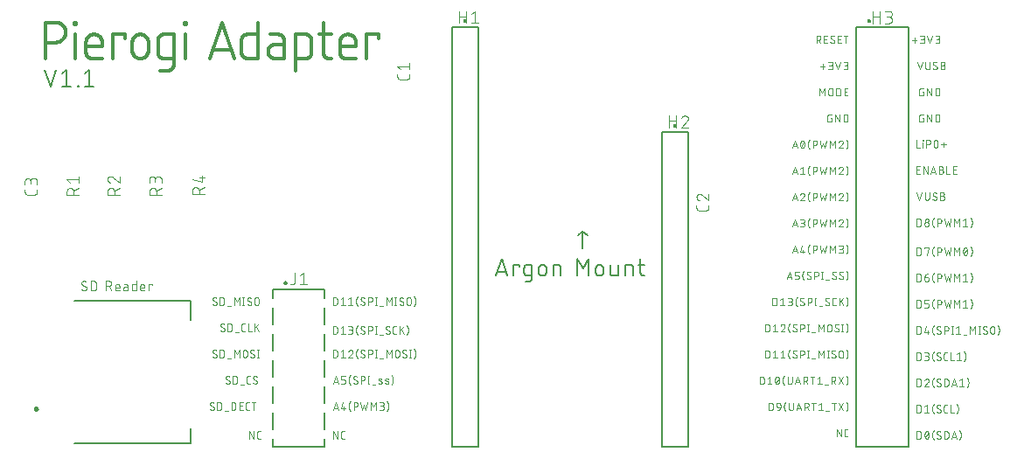
<source format=gbr>
G04 EAGLE Gerber RS-274X export*
G75*
%MOMM*%
%FSLAX34Y34*%
%LPD*%
%INSilkscreen Top*%
%IPPOS*%
%AMOC8*
5,1,8,0,0,1.08239X$1,22.5*%
G01*
%ADD10C,0.076200*%
%ADD11C,0.152400*%
%ADD12C,0.304800*%
%ADD13C,0.127000*%
%ADD14C,0.240000*%
%ADD15C,0.200000*%
%ADD16C,0.101600*%


D10*
X74634Y509651D02*
X74723Y509653D01*
X74811Y509659D01*
X74899Y509668D01*
X74987Y509681D01*
X75074Y509698D01*
X75160Y509718D01*
X75245Y509743D01*
X75330Y509770D01*
X75413Y509802D01*
X75494Y509836D01*
X75574Y509875D01*
X75652Y509916D01*
X75729Y509961D01*
X75803Y510009D01*
X75876Y510060D01*
X75946Y510114D01*
X76013Y510172D01*
X76079Y510232D01*
X76141Y510294D01*
X76201Y510360D01*
X76259Y510427D01*
X76313Y510497D01*
X76364Y510570D01*
X76412Y510644D01*
X76457Y510721D01*
X76498Y510799D01*
X76537Y510879D01*
X76571Y510960D01*
X76603Y511043D01*
X76630Y511128D01*
X76655Y511213D01*
X76675Y511299D01*
X76692Y511386D01*
X76705Y511474D01*
X76714Y511562D01*
X76720Y511650D01*
X76722Y511739D01*
X74634Y509651D02*
X74505Y509653D01*
X74376Y509659D01*
X74247Y509668D01*
X74119Y509681D01*
X73991Y509698D01*
X73864Y509719D01*
X73737Y509743D01*
X73611Y509771D01*
X73486Y509803D01*
X73362Y509838D01*
X73239Y509877D01*
X73117Y509920D01*
X72997Y509966D01*
X72878Y510016D01*
X72760Y510069D01*
X72644Y510125D01*
X72530Y510185D01*
X72417Y510248D01*
X72307Y510315D01*
X72198Y510384D01*
X72092Y510457D01*
X71987Y510533D01*
X71885Y510612D01*
X71786Y510694D01*
X71688Y510778D01*
X71593Y510866D01*
X71501Y510956D01*
X71762Y516961D02*
X71764Y517050D01*
X71770Y517138D01*
X71779Y517226D01*
X71792Y517314D01*
X71809Y517401D01*
X71829Y517487D01*
X71854Y517572D01*
X71881Y517657D01*
X71913Y517740D01*
X71947Y517821D01*
X71986Y517901D01*
X72027Y517979D01*
X72072Y518056D01*
X72120Y518130D01*
X72171Y518203D01*
X72225Y518273D01*
X72283Y518340D01*
X72343Y518406D01*
X72405Y518468D01*
X72471Y518528D01*
X72538Y518586D01*
X72608Y518640D01*
X72681Y518691D01*
X72755Y518739D01*
X72832Y518784D01*
X72910Y518825D01*
X72990Y518864D01*
X73071Y518898D01*
X73154Y518930D01*
X73239Y518957D01*
X73324Y518982D01*
X73410Y519002D01*
X73497Y519019D01*
X73585Y519032D01*
X73673Y519041D01*
X73761Y519047D01*
X73850Y519049D01*
X73970Y519047D01*
X74090Y519042D01*
X74210Y519032D01*
X74329Y519020D01*
X74448Y519003D01*
X74566Y518983D01*
X74684Y518959D01*
X74800Y518932D01*
X74916Y518901D01*
X75031Y518867D01*
X75145Y518829D01*
X75258Y518787D01*
X75369Y518742D01*
X75479Y518694D01*
X75587Y518643D01*
X75694Y518588D01*
X75799Y518530D01*
X75902Y518468D01*
X76003Y518404D01*
X76103Y518336D01*
X76200Y518266D01*
X72806Y515134D02*
X72728Y515182D01*
X72652Y515234D01*
X72579Y515288D01*
X72508Y515346D01*
X72439Y515407D01*
X72373Y515471D01*
X72310Y515538D01*
X72250Y515607D01*
X72193Y515679D01*
X72139Y515753D01*
X72089Y515830D01*
X72041Y515909D01*
X71998Y515989D01*
X71957Y516072D01*
X71921Y516156D01*
X71888Y516241D01*
X71859Y516328D01*
X71833Y516417D01*
X71811Y516506D01*
X71794Y516596D01*
X71780Y516686D01*
X71770Y516778D01*
X71764Y516869D01*
X71762Y516961D01*
X75678Y513566D02*
X75756Y513518D01*
X75832Y513466D01*
X75905Y513412D01*
X75976Y513354D01*
X76045Y513293D01*
X76111Y513229D01*
X76174Y513162D01*
X76234Y513093D01*
X76291Y513021D01*
X76345Y512947D01*
X76395Y512870D01*
X76443Y512791D01*
X76486Y512711D01*
X76527Y512628D01*
X76563Y512544D01*
X76596Y512459D01*
X76625Y512372D01*
X76651Y512283D01*
X76673Y512194D01*
X76690Y512104D01*
X76704Y512014D01*
X76714Y511922D01*
X76720Y511831D01*
X76722Y511739D01*
X75678Y513567D02*
X72806Y515133D01*
X80645Y519049D02*
X80645Y509651D01*
X80645Y519049D02*
X83256Y519049D01*
X83356Y519047D01*
X83456Y519041D01*
X83555Y519032D01*
X83655Y519018D01*
X83753Y519001D01*
X83851Y518980D01*
X83948Y518956D01*
X84044Y518927D01*
X84139Y518895D01*
X84232Y518860D01*
X84324Y518821D01*
X84415Y518778D01*
X84503Y518732D01*
X84590Y518682D01*
X84675Y518630D01*
X84758Y518574D01*
X84839Y518515D01*
X84917Y518452D01*
X84993Y518387D01*
X85067Y518319D01*
X85137Y518249D01*
X85205Y518175D01*
X85270Y518099D01*
X85333Y518021D01*
X85392Y517940D01*
X85448Y517857D01*
X85500Y517772D01*
X85550Y517685D01*
X85596Y517597D01*
X85639Y517506D01*
X85678Y517414D01*
X85713Y517321D01*
X85745Y517226D01*
X85774Y517130D01*
X85798Y517033D01*
X85819Y516935D01*
X85836Y516837D01*
X85850Y516737D01*
X85859Y516638D01*
X85865Y516538D01*
X85867Y516438D01*
X85866Y516438D02*
X85866Y512262D01*
X85867Y512262D02*
X85865Y512162D01*
X85859Y512062D01*
X85850Y511963D01*
X85836Y511863D01*
X85819Y511765D01*
X85798Y511667D01*
X85774Y511570D01*
X85745Y511474D01*
X85713Y511379D01*
X85678Y511286D01*
X85639Y511194D01*
X85596Y511103D01*
X85550Y511015D01*
X85500Y510928D01*
X85448Y510843D01*
X85392Y510760D01*
X85333Y510679D01*
X85270Y510601D01*
X85205Y510525D01*
X85137Y510451D01*
X85067Y510381D01*
X84993Y510313D01*
X84917Y510248D01*
X84839Y510185D01*
X84758Y510126D01*
X84675Y510070D01*
X84590Y510018D01*
X84503Y509968D01*
X84415Y509922D01*
X84324Y509879D01*
X84232Y509840D01*
X84139Y509805D01*
X84044Y509773D01*
X83948Y509744D01*
X83851Y509720D01*
X83753Y509699D01*
X83655Y509682D01*
X83555Y509668D01*
X83456Y509659D01*
X83356Y509653D01*
X83256Y509651D01*
X80645Y509651D01*
X95332Y509651D02*
X95332Y519049D01*
X97943Y519049D01*
X98044Y519047D01*
X98145Y519041D01*
X98246Y519031D01*
X98346Y519018D01*
X98446Y519000D01*
X98545Y518979D01*
X98643Y518953D01*
X98740Y518924D01*
X98836Y518892D01*
X98930Y518855D01*
X99023Y518815D01*
X99115Y518771D01*
X99204Y518724D01*
X99292Y518673D01*
X99378Y518619D01*
X99461Y518562D01*
X99543Y518502D01*
X99621Y518438D01*
X99698Y518372D01*
X99771Y518302D01*
X99842Y518230D01*
X99910Y518155D01*
X99975Y518077D01*
X100037Y517997D01*
X100096Y517915D01*
X100152Y517830D01*
X100204Y517743D01*
X100253Y517655D01*
X100299Y517564D01*
X100340Y517472D01*
X100379Y517378D01*
X100413Y517283D01*
X100444Y517187D01*
X100471Y517089D01*
X100495Y516991D01*
X100514Y516891D01*
X100530Y516791D01*
X100542Y516691D01*
X100550Y516590D01*
X100554Y516489D01*
X100554Y516387D01*
X100550Y516286D01*
X100542Y516185D01*
X100530Y516085D01*
X100514Y515985D01*
X100495Y515885D01*
X100471Y515787D01*
X100444Y515689D01*
X100413Y515593D01*
X100379Y515498D01*
X100340Y515404D01*
X100299Y515312D01*
X100253Y515221D01*
X100204Y515133D01*
X100152Y515046D01*
X100096Y514961D01*
X100037Y514879D01*
X99975Y514799D01*
X99910Y514721D01*
X99842Y514646D01*
X99771Y514574D01*
X99698Y514504D01*
X99621Y514438D01*
X99543Y514374D01*
X99461Y514314D01*
X99378Y514257D01*
X99292Y514203D01*
X99204Y514152D01*
X99115Y514105D01*
X99023Y514061D01*
X98930Y514021D01*
X98836Y513984D01*
X98740Y513952D01*
X98643Y513923D01*
X98545Y513897D01*
X98446Y513876D01*
X98346Y513858D01*
X98246Y513845D01*
X98145Y513835D01*
X98044Y513829D01*
X97943Y513827D01*
X97943Y513828D02*
X95332Y513828D01*
X98465Y513828D02*
X100553Y509651D01*
X105898Y509651D02*
X108509Y509651D01*
X105898Y509651D02*
X105821Y509653D01*
X105745Y509659D01*
X105668Y509668D01*
X105592Y509681D01*
X105517Y509698D01*
X105443Y509718D01*
X105370Y509743D01*
X105299Y509770D01*
X105228Y509801D01*
X105160Y509836D01*
X105093Y509874D01*
X105028Y509915D01*
X104965Y509959D01*
X104905Y510006D01*
X104846Y510057D01*
X104791Y510110D01*
X104738Y510165D01*
X104687Y510224D01*
X104640Y510284D01*
X104596Y510347D01*
X104555Y510412D01*
X104517Y510479D01*
X104482Y510547D01*
X104451Y510618D01*
X104424Y510689D01*
X104399Y510762D01*
X104379Y510836D01*
X104362Y510911D01*
X104349Y510987D01*
X104340Y511064D01*
X104334Y511140D01*
X104332Y511217D01*
X104332Y513828D01*
X104334Y513918D01*
X104340Y514007D01*
X104349Y514097D01*
X104363Y514186D01*
X104380Y514274D01*
X104401Y514361D01*
X104426Y514448D01*
X104455Y514533D01*
X104487Y514617D01*
X104522Y514699D01*
X104562Y514780D01*
X104604Y514859D01*
X104650Y514936D01*
X104700Y515011D01*
X104752Y515084D01*
X104808Y515155D01*
X104866Y515223D01*
X104928Y515288D01*
X104992Y515351D01*
X105059Y515411D01*
X105128Y515468D01*
X105200Y515522D01*
X105274Y515573D01*
X105350Y515621D01*
X105428Y515665D01*
X105508Y515706D01*
X105590Y515744D01*
X105673Y515778D01*
X105758Y515808D01*
X105844Y515835D01*
X105930Y515858D01*
X106018Y515877D01*
X106107Y515892D01*
X106196Y515904D01*
X106285Y515912D01*
X106375Y515916D01*
X106465Y515916D01*
X106555Y515912D01*
X106644Y515904D01*
X106733Y515892D01*
X106822Y515877D01*
X106910Y515858D01*
X106996Y515835D01*
X107082Y515808D01*
X107167Y515778D01*
X107250Y515744D01*
X107332Y515706D01*
X107412Y515665D01*
X107490Y515621D01*
X107566Y515573D01*
X107640Y515522D01*
X107712Y515468D01*
X107781Y515411D01*
X107848Y515351D01*
X107912Y515288D01*
X107974Y515223D01*
X108032Y515155D01*
X108088Y515084D01*
X108140Y515011D01*
X108190Y514936D01*
X108236Y514859D01*
X108278Y514780D01*
X108318Y514699D01*
X108353Y514617D01*
X108385Y514533D01*
X108414Y514448D01*
X108439Y514361D01*
X108460Y514274D01*
X108477Y514186D01*
X108491Y514097D01*
X108500Y514007D01*
X108506Y513918D01*
X108508Y513828D01*
X108509Y513828D02*
X108509Y512784D01*
X104332Y512784D01*
X114038Y513306D02*
X116388Y513306D01*
X114038Y513305D02*
X113954Y513303D01*
X113869Y513297D01*
X113786Y513287D01*
X113702Y513274D01*
X113620Y513256D01*
X113538Y513235D01*
X113457Y513210D01*
X113378Y513182D01*
X113300Y513149D01*
X113224Y513113D01*
X113149Y513074D01*
X113076Y513031D01*
X113005Y512985D01*
X112937Y512936D01*
X112871Y512884D01*
X112807Y512828D01*
X112746Y512770D01*
X112688Y512709D01*
X112632Y512645D01*
X112580Y512579D01*
X112531Y512511D01*
X112485Y512440D01*
X112442Y512367D01*
X112403Y512292D01*
X112367Y512216D01*
X112334Y512138D01*
X112306Y512059D01*
X112281Y511978D01*
X112260Y511896D01*
X112242Y511814D01*
X112229Y511730D01*
X112219Y511647D01*
X112213Y511562D01*
X112211Y511478D01*
X112213Y511394D01*
X112219Y511309D01*
X112229Y511226D01*
X112242Y511142D01*
X112260Y511060D01*
X112281Y510978D01*
X112306Y510897D01*
X112334Y510818D01*
X112367Y510740D01*
X112403Y510664D01*
X112442Y510589D01*
X112485Y510516D01*
X112531Y510445D01*
X112580Y510377D01*
X112632Y510311D01*
X112688Y510247D01*
X112746Y510186D01*
X112807Y510128D01*
X112871Y510072D01*
X112937Y510020D01*
X113005Y509971D01*
X113076Y509925D01*
X113149Y509882D01*
X113224Y509843D01*
X113300Y509807D01*
X113378Y509774D01*
X113457Y509746D01*
X113538Y509721D01*
X113620Y509700D01*
X113702Y509682D01*
X113786Y509669D01*
X113869Y509659D01*
X113954Y509653D01*
X114038Y509651D01*
X116388Y509651D01*
X116388Y514350D01*
X116387Y514350D02*
X116385Y514427D01*
X116379Y514503D01*
X116370Y514580D01*
X116357Y514656D01*
X116340Y514731D01*
X116320Y514805D01*
X116295Y514878D01*
X116268Y514949D01*
X116237Y515020D01*
X116202Y515088D01*
X116164Y515155D01*
X116123Y515220D01*
X116079Y515283D01*
X116032Y515343D01*
X115981Y515402D01*
X115928Y515457D01*
X115873Y515510D01*
X115814Y515561D01*
X115754Y515608D01*
X115691Y515652D01*
X115626Y515693D01*
X115559Y515731D01*
X115491Y515766D01*
X115420Y515797D01*
X115349Y515824D01*
X115276Y515849D01*
X115202Y515869D01*
X115127Y515886D01*
X115051Y515899D01*
X114974Y515908D01*
X114898Y515914D01*
X114821Y515916D01*
X112733Y515916D01*
X124617Y519049D02*
X124617Y509651D01*
X122007Y509651D01*
X121930Y509653D01*
X121854Y509659D01*
X121777Y509668D01*
X121701Y509681D01*
X121626Y509698D01*
X121552Y509718D01*
X121479Y509743D01*
X121408Y509770D01*
X121337Y509801D01*
X121269Y509836D01*
X121202Y509874D01*
X121137Y509915D01*
X121074Y509959D01*
X121014Y510006D01*
X120955Y510057D01*
X120900Y510110D01*
X120847Y510165D01*
X120796Y510224D01*
X120749Y510284D01*
X120705Y510347D01*
X120664Y510412D01*
X120626Y510479D01*
X120591Y510547D01*
X120560Y510618D01*
X120533Y510689D01*
X120508Y510762D01*
X120488Y510836D01*
X120471Y510911D01*
X120458Y510987D01*
X120449Y511064D01*
X120443Y511140D01*
X120441Y511217D01*
X120440Y511217D02*
X120440Y514350D01*
X120441Y514350D02*
X120443Y514427D01*
X120449Y514503D01*
X120458Y514580D01*
X120471Y514656D01*
X120488Y514731D01*
X120508Y514805D01*
X120533Y514878D01*
X120560Y514949D01*
X120591Y515020D01*
X120626Y515088D01*
X120664Y515155D01*
X120705Y515220D01*
X120749Y515283D01*
X120796Y515343D01*
X120847Y515402D01*
X120900Y515457D01*
X120955Y515510D01*
X121014Y515561D01*
X121074Y515608D01*
X121137Y515652D01*
X121202Y515693D01*
X121269Y515731D01*
X121337Y515766D01*
X121408Y515797D01*
X121479Y515824D01*
X121552Y515849D01*
X121626Y515869D01*
X121701Y515886D01*
X121777Y515899D01*
X121854Y515908D01*
X121930Y515914D01*
X122007Y515916D01*
X124617Y515916D01*
X130282Y509651D02*
X132892Y509651D01*
X130282Y509651D02*
X130205Y509653D01*
X130129Y509659D01*
X130052Y509668D01*
X129976Y509681D01*
X129901Y509698D01*
X129827Y509718D01*
X129754Y509743D01*
X129683Y509770D01*
X129612Y509801D01*
X129544Y509836D01*
X129477Y509874D01*
X129412Y509915D01*
X129349Y509959D01*
X129289Y510006D01*
X129230Y510057D01*
X129175Y510110D01*
X129122Y510165D01*
X129071Y510224D01*
X129024Y510284D01*
X128980Y510347D01*
X128939Y510412D01*
X128901Y510479D01*
X128866Y510547D01*
X128835Y510618D01*
X128808Y510689D01*
X128783Y510762D01*
X128763Y510836D01*
X128746Y510911D01*
X128733Y510987D01*
X128724Y511064D01*
X128718Y511140D01*
X128716Y511217D01*
X128716Y513828D01*
X128718Y513918D01*
X128724Y514007D01*
X128733Y514097D01*
X128747Y514186D01*
X128764Y514274D01*
X128785Y514361D01*
X128810Y514448D01*
X128839Y514533D01*
X128871Y514617D01*
X128906Y514699D01*
X128946Y514780D01*
X128988Y514859D01*
X129034Y514936D01*
X129084Y515011D01*
X129136Y515084D01*
X129192Y515155D01*
X129250Y515223D01*
X129312Y515288D01*
X129376Y515351D01*
X129443Y515411D01*
X129512Y515468D01*
X129584Y515522D01*
X129658Y515573D01*
X129734Y515621D01*
X129812Y515665D01*
X129892Y515706D01*
X129974Y515744D01*
X130057Y515778D01*
X130142Y515808D01*
X130228Y515835D01*
X130314Y515858D01*
X130402Y515877D01*
X130491Y515892D01*
X130580Y515904D01*
X130669Y515912D01*
X130759Y515916D01*
X130849Y515916D01*
X130939Y515912D01*
X131028Y515904D01*
X131117Y515892D01*
X131206Y515877D01*
X131294Y515858D01*
X131380Y515835D01*
X131466Y515808D01*
X131551Y515778D01*
X131634Y515744D01*
X131716Y515706D01*
X131796Y515665D01*
X131874Y515621D01*
X131950Y515573D01*
X132024Y515522D01*
X132096Y515468D01*
X132165Y515411D01*
X132232Y515351D01*
X132296Y515288D01*
X132358Y515223D01*
X132416Y515155D01*
X132472Y515084D01*
X132524Y515011D01*
X132574Y514936D01*
X132620Y514859D01*
X132662Y514780D01*
X132702Y514699D01*
X132737Y514617D01*
X132769Y514533D01*
X132798Y514448D01*
X132823Y514361D01*
X132844Y514274D01*
X132861Y514186D01*
X132875Y514097D01*
X132884Y514007D01*
X132890Y513918D01*
X132892Y513828D01*
X132892Y512784D01*
X128716Y512784D01*
X136997Y509651D02*
X136997Y515916D01*
X140129Y515916D01*
X140129Y514872D01*
D11*
X552539Y563316D02*
X557054Y566928D01*
X561570Y563316D01*
X557054Y566928D02*
X557054Y550672D01*
X478621Y540258D02*
X473202Y524002D01*
X484039Y524002D02*
X478621Y540258D01*
X482685Y528066D02*
X474557Y528066D01*
X490203Y524002D02*
X490203Y534839D01*
X495622Y534839D01*
X495622Y533033D01*
X503175Y524002D02*
X507691Y524002D01*
X503175Y524002D02*
X503074Y524004D01*
X502973Y524010D01*
X502872Y524019D01*
X502771Y524032D01*
X502671Y524049D01*
X502572Y524070D01*
X502474Y524094D01*
X502377Y524122D01*
X502280Y524154D01*
X502185Y524189D01*
X502092Y524228D01*
X502000Y524270D01*
X501909Y524316D01*
X501821Y524365D01*
X501734Y524417D01*
X501649Y524473D01*
X501566Y524531D01*
X501486Y524593D01*
X501408Y524658D01*
X501332Y524725D01*
X501259Y524795D01*
X501189Y524868D01*
X501122Y524944D01*
X501057Y525022D01*
X500995Y525102D01*
X500937Y525185D01*
X500881Y525270D01*
X500829Y525357D01*
X500780Y525445D01*
X500734Y525536D01*
X500692Y525628D01*
X500653Y525721D01*
X500618Y525816D01*
X500586Y525913D01*
X500558Y526010D01*
X500534Y526108D01*
X500513Y526207D01*
X500496Y526307D01*
X500483Y526408D01*
X500474Y526509D01*
X500468Y526610D01*
X500466Y526711D01*
X500466Y532130D01*
X500468Y532231D01*
X500474Y532332D01*
X500483Y532433D01*
X500496Y532534D01*
X500513Y532634D01*
X500534Y532733D01*
X500558Y532831D01*
X500586Y532928D01*
X500618Y533025D01*
X500653Y533120D01*
X500692Y533213D01*
X500734Y533305D01*
X500780Y533396D01*
X500829Y533485D01*
X500881Y533571D01*
X500937Y533656D01*
X500995Y533739D01*
X501057Y533819D01*
X501122Y533897D01*
X501189Y533973D01*
X501259Y534046D01*
X501332Y534116D01*
X501408Y534183D01*
X501486Y534248D01*
X501566Y534310D01*
X501649Y534368D01*
X501734Y534424D01*
X501821Y534476D01*
X501909Y534525D01*
X502000Y534571D01*
X502092Y534613D01*
X502185Y534652D01*
X502280Y534687D01*
X502377Y534719D01*
X502474Y534747D01*
X502572Y534771D01*
X502671Y534792D01*
X502771Y534809D01*
X502872Y534822D01*
X502973Y534831D01*
X503074Y534837D01*
X503175Y534839D01*
X507691Y534839D01*
X507691Y521293D01*
X507690Y521293D02*
X507688Y521189D01*
X507682Y521086D01*
X507672Y520982D01*
X507658Y520879D01*
X507640Y520777D01*
X507619Y520676D01*
X507593Y520575D01*
X507564Y520476D01*
X507531Y520377D01*
X507494Y520280D01*
X507453Y520185D01*
X507409Y520091D01*
X507361Y519999D01*
X507310Y519909D01*
X507255Y519820D01*
X507197Y519734D01*
X507135Y519651D01*
X507071Y519569D01*
X507003Y519491D01*
X506933Y519415D01*
X506860Y519341D01*
X506783Y519271D01*
X506705Y519203D01*
X506623Y519139D01*
X506540Y519077D01*
X506454Y519019D01*
X506365Y518964D01*
X506275Y518913D01*
X506183Y518865D01*
X506089Y518821D01*
X505994Y518780D01*
X505897Y518743D01*
X505798Y518710D01*
X505699Y518681D01*
X505598Y518655D01*
X505497Y518634D01*
X505395Y518616D01*
X505292Y518602D01*
X505188Y518592D01*
X505085Y518586D01*
X504981Y518584D01*
X504981Y518583D02*
X501369Y518583D01*
X514607Y527614D02*
X514607Y531227D01*
X514608Y531227D02*
X514610Y531346D01*
X514616Y531466D01*
X514626Y531585D01*
X514640Y531703D01*
X514657Y531822D01*
X514679Y531939D01*
X514704Y532056D01*
X514734Y532171D01*
X514767Y532286D01*
X514804Y532400D01*
X514844Y532512D01*
X514889Y532623D01*
X514937Y532732D01*
X514988Y532840D01*
X515043Y532946D01*
X515102Y533050D01*
X515164Y533152D01*
X515229Y533252D01*
X515298Y533350D01*
X515370Y533446D01*
X515445Y533539D01*
X515522Y533629D01*
X515603Y533717D01*
X515687Y533802D01*
X515774Y533884D01*
X515863Y533964D01*
X515955Y534040D01*
X516049Y534114D01*
X516146Y534184D01*
X516244Y534251D01*
X516345Y534315D01*
X516449Y534375D01*
X516554Y534432D01*
X516661Y534485D01*
X516769Y534535D01*
X516879Y534581D01*
X516991Y534623D01*
X517104Y534662D01*
X517218Y534697D01*
X517333Y534728D01*
X517450Y534756D01*
X517567Y534779D01*
X517684Y534799D01*
X517803Y534815D01*
X517922Y534827D01*
X518041Y534835D01*
X518160Y534839D01*
X518280Y534839D01*
X518399Y534835D01*
X518518Y534827D01*
X518637Y534815D01*
X518756Y534799D01*
X518873Y534779D01*
X518990Y534756D01*
X519107Y534728D01*
X519222Y534697D01*
X519336Y534662D01*
X519449Y534623D01*
X519561Y534581D01*
X519671Y534535D01*
X519779Y534485D01*
X519886Y534432D01*
X519991Y534375D01*
X520095Y534315D01*
X520196Y534251D01*
X520294Y534184D01*
X520391Y534114D01*
X520485Y534040D01*
X520577Y533964D01*
X520666Y533884D01*
X520753Y533802D01*
X520837Y533717D01*
X520918Y533629D01*
X520995Y533539D01*
X521070Y533446D01*
X521142Y533350D01*
X521211Y533252D01*
X521276Y533152D01*
X521338Y533050D01*
X521397Y532946D01*
X521452Y532840D01*
X521503Y532732D01*
X521551Y532623D01*
X521596Y532512D01*
X521636Y532400D01*
X521673Y532286D01*
X521706Y532171D01*
X521736Y532056D01*
X521761Y531939D01*
X521783Y531822D01*
X521800Y531703D01*
X521814Y531585D01*
X521824Y531466D01*
X521830Y531346D01*
X521832Y531227D01*
X521832Y527614D01*
X521830Y527495D01*
X521824Y527375D01*
X521814Y527256D01*
X521800Y527138D01*
X521783Y527019D01*
X521761Y526902D01*
X521736Y526785D01*
X521706Y526670D01*
X521673Y526555D01*
X521636Y526441D01*
X521596Y526329D01*
X521551Y526218D01*
X521503Y526109D01*
X521452Y526001D01*
X521397Y525895D01*
X521338Y525791D01*
X521276Y525689D01*
X521211Y525589D01*
X521142Y525491D01*
X521070Y525395D01*
X520995Y525302D01*
X520918Y525212D01*
X520837Y525124D01*
X520753Y525039D01*
X520666Y524957D01*
X520577Y524877D01*
X520485Y524801D01*
X520391Y524727D01*
X520294Y524657D01*
X520196Y524590D01*
X520095Y524526D01*
X519991Y524466D01*
X519886Y524409D01*
X519779Y524356D01*
X519671Y524306D01*
X519561Y524260D01*
X519449Y524218D01*
X519336Y524179D01*
X519222Y524144D01*
X519107Y524113D01*
X518990Y524085D01*
X518873Y524062D01*
X518756Y524042D01*
X518637Y524026D01*
X518518Y524014D01*
X518399Y524006D01*
X518280Y524002D01*
X518160Y524002D01*
X518041Y524006D01*
X517922Y524014D01*
X517803Y524026D01*
X517684Y524042D01*
X517567Y524062D01*
X517450Y524085D01*
X517333Y524113D01*
X517218Y524144D01*
X517104Y524179D01*
X516991Y524218D01*
X516879Y524260D01*
X516769Y524306D01*
X516661Y524356D01*
X516554Y524409D01*
X516449Y524466D01*
X516345Y524526D01*
X516244Y524590D01*
X516146Y524657D01*
X516049Y524727D01*
X515955Y524801D01*
X515863Y524877D01*
X515774Y524957D01*
X515687Y525039D01*
X515603Y525124D01*
X515522Y525212D01*
X515445Y525302D01*
X515370Y525395D01*
X515298Y525491D01*
X515229Y525589D01*
X515164Y525689D01*
X515102Y525791D01*
X515043Y525895D01*
X514988Y526001D01*
X514937Y526109D01*
X514889Y526218D01*
X514844Y526329D01*
X514804Y526441D01*
X514767Y526555D01*
X514734Y526670D01*
X514704Y526785D01*
X514679Y526902D01*
X514657Y527019D01*
X514640Y527138D01*
X514626Y527256D01*
X514616Y527375D01*
X514610Y527495D01*
X514608Y527614D01*
X528675Y524002D02*
X528675Y534839D01*
X533191Y534839D01*
X533295Y534837D01*
X533398Y534831D01*
X533502Y534821D01*
X533605Y534807D01*
X533707Y534789D01*
X533808Y534768D01*
X533909Y534742D01*
X534008Y534713D01*
X534107Y534680D01*
X534204Y534643D01*
X534299Y534602D01*
X534393Y534558D01*
X534485Y534510D01*
X534575Y534459D01*
X534664Y534404D01*
X534750Y534346D01*
X534833Y534284D01*
X534915Y534220D01*
X534993Y534152D01*
X535069Y534082D01*
X535143Y534009D01*
X535213Y533932D01*
X535281Y533854D01*
X535345Y533772D01*
X535407Y533689D01*
X535465Y533603D01*
X535520Y533514D01*
X535571Y533424D01*
X535619Y533332D01*
X535663Y533238D01*
X535704Y533143D01*
X535741Y533046D01*
X535774Y532947D01*
X535803Y532848D01*
X535829Y532747D01*
X535850Y532646D01*
X535868Y532544D01*
X535882Y532441D01*
X535892Y532337D01*
X535898Y532234D01*
X535900Y532130D01*
X535900Y524002D01*
X551879Y524002D02*
X551879Y540258D01*
X557298Y531227D01*
X562716Y540258D01*
X562716Y524002D01*
X569838Y527614D02*
X569838Y531227D01*
X569840Y531346D01*
X569846Y531466D01*
X569856Y531585D01*
X569870Y531703D01*
X569887Y531822D01*
X569909Y531939D01*
X569934Y532056D01*
X569964Y532171D01*
X569997Y532286D01*
X570034Y532400D01*
X570074Y532512D01*
X570119Y532623D01*
X570167Y532732D01*
X570218Y532840D01*
X570273Y532946D01*
X570332Y533050D01*
X570394Y533152D01*
X570459Y533252D01*
X570528Y533350D01*
X570600Y533446D01*
X570675Y533539D01*
X570752Y533629D01*
X570833Y533717D01*
X570917Y533802D01*
X571004Y533884D01*
X571093Y533964D01*
X571185Y534040D01*
X571279Y534114D01*
X571376Y534184D01*
X571474Y534251D01*
X571575Y534315D01*
X571679Y534375D01*
X571784Y534432D01*
X571891Y534485D01*
X571999Y534535D01*
X572109Y534581D01*
X572221Y534623D01*
X572334Y534662D01*
X572448Y534697D01*
X572563Y534728D01*
X572680Y534756D01*
X572797Y534779D01*
X572914Y534799D01*
X573033Y534815D01*
X573152Y534827D01*
X573271Y534835D01*
X573390Y534839D01*
X573510Y534839D01*
X573629Y534835D01*
X573748Y534827D01*
X573867Y534815D01*
X573986Y534799D01*
X574103Y534779D01*
X574220Y534756D01*
X574337Y534728D01*
X574452Y534697D01*
X574566Y534662D01*
X574679Y534623D01*
X574791Y534581D01*
X574901Y534535D01*
X575009Y534485D01*
X575116Y534432D01*
X575221Y534375D01*
X575325Y534315D01*
X575426Y534251D01*
X575524Y534184D01*
X575621Y534114D01*
X575715Y534040D01*
X575807Y533964D01*
X575896Y533884D01*
X575983Y533802D01*
X576067Y533717D01*
X576148Y533629D01*
X576225Y533539D01*
X576300Y533446D01*
X576372Y533350D01*
X576441Y533252D01*
X576506Y533152D01*
X576568Y533050D01*
X576627Y532946D01*
X576682Y532840D01*
X576733Y532732D01*
X576781Y532623D01*
X576826Y532512D01*
X576866Y532400D01*
X576903Y532286D01*
X576936Y532171D01*
X576966Y532056D01*
X576991Y531939D01*
X577013Y531822D01*
X577030Y531703D01*
X577044Y531585D01*
X577054Y531466D01*
X577060Y531346D01*
X577062Y531227D01*
X577063Y531227D02*
X577063Y527614D01*
X577062Y527614D02*
X577060Y527495D01*
X577054Y527375D01*
X577044Y527256D01*
X577030Y527138D01*
X577013Y527019D01*
X576991Y526902D01*
X576966Y526785D01*
X576936Y526670D01*
X576903Y526555D01*
X576866Y526441D01*
X576826Y526329D01*
X576781Y526218D01*
X576733Y526109D01*
X576682Y526001D01*
X576627Y525895D01*
X576568Y525791D01*
X576506Y525689D01*
X576441Y525589D01*
X576372Y525491D01*
X576300Y525395D01*
X576225Y525302D01*
X576148Y525212D01*
X576067Y525124D01*
X575983Y525039D01*
X575896Y524957D01*
X575807Y524877D01*
X575715Y524801D01*
X575621Y524727D01*
X575524Y524657D01*
X575426Y524590D01*
X575325Y524526D01*
X575221Y524466D01*
X575116Y524409D01*
X575009Y524356D01*
X574901Y524306D01*
X574791Y524260D01*
X574679Y524218D01*
X574566Y524179D01*
X574452Y524144D01*
X574337Y524113D01*
X574220Y524085D01*
X574103Y524062D01*
X573986Y524042D01*
X573867Y524026D01*
X573748Y524014D01*
X573629Y524006D01*
X573510Y524002D01*
X573390Y524002D01*
X573271Y524006D01*
X573152Y524014D01*
X573033Y524026D01*
X572914Y524042D01*
X572797Y524062D01*
X572680Y524085D01*
X572563Y524113D01*
X572448Y524144D01*
X572334Y524179D01*
X572221Y524218D01*
X572109Y524260D01*
X571999Y524306D01*
X571891Y524356D01*
X571784Y524409D01*
X571679Y524466D01*
X571575Y524526D01*
X571474Y524590D01*
X571376Y524657D01*
X571279Y524727D01*
X571185Y524801D01*
X571093Y524877D01*
X571004Y524957D01*
X570917Y525039D01*
X570833Y525124D01*
X570752Y525212D01*
X570675Y525302D01*
X570600Y525395D01*
X570528Y525491D01*
X570459Y525589D01*
X570394Y525689D01*
X570332Y525791D01*
X570273Y525895D01*
X570218Y526001D01*
X570167Y526109D01*
X570119Y526218D01*
X570074Y526329D01*
X570034Y526441D01*
X569997Y526555D01*
X569964Y526670D01*
X569934Y526785D01*
X569909Y526902D01*
X569887Y527019D01*
X569870Y527138D01*
X569856Y527256D01*
X569846Y527375D01*
X569840Y527495D01*
X569838Y527614D01*
X583906Y526711D02*
X583906Y534839D01*
X583906Y526711D02*
X583908Y526610D01*
X583914Y526509D01*
X583923Y526408D01*
X583936Y526307D01*
X583953Y526207D01*
X583974Y526108D01*
X583998Y526010D01*
X584026Y525913D01*
X584058Y525816D01*
X584093Y525721D01*
X584132Y525628D01*
X584174Y525536D01*
X584220Y525445D01*
X584269Y525357D01*
X584321Y525270D01*
X584377Y525185D01*
X584435Y525102D01*
X584497Y525022D01*
X584562Y524944D01*
X584629Y524868D01*
X584699Y524795D01*
X584772Y524725D01*
X584848Y524658D01*
X584926Y524593D01*
X585006Y524531D01*
X585089Y524473D01*
X585174Y524417D01*
X585261Y524365D01*
X585349Y524316D01*
X585440Y524270D01*
X585532Y524228D01*
X585625Y524189D01*
X585720Y524154D01*
X585817Y524122D01*
X585914Y524094D01*
X586012Y524070D01*
X586111Y524049D01*
X586211Y524032D01*
X586312Y524019D01*
X586413Y524010D01*
X586514Y524004D01*
X586615Y524002D01*
X591131Y524002D01*
X591131Y534839D01*
X598495Y534839D02*
X598495Y524002D01*
X598495Y534839D02*
X603010Y534839D01*
X603114Y534837D01*
X603217Y534831D01*
X603321Y534821D01*
X603424Y534807D01*
X603526Y534789D01*
X603627Y534768D01*
X603728Y534742D01*
X603827Y534713D01*
X603926Y534680D01*
X604023Y534643D01*
X604118Y534602D01*
X604212Y534558D01*
X604304Y534510D01*
X604394Y534459D01*
X604483Y534404D01*
X604569Y534346D01*
X604652Y534284D01*
X604734Y534220D01*
X604812Y534152D01*
X604888Y534082D01*
X604962Y534009D01*
X605032Y533932D01*
X605100Y533854D01*
X605164Y533772D01*
X605226Y533689D01*
X605284Y533603D01*
X605339Y533514D01*
X605390Y533424D01*
X605438Y533332D01*
X605482Y533238D01*
X605523Y533143D01*
X605560Y533046D01*
X605593Y532947D01*
X605622Y532848D01*
X605648Y532747D01*
X605669Y532646D01*
X605687Y532544D01*
X605701Y532441D01*
X605711Y532337D01*
X605717Y532234D01*
X605719Y532130D01*
X605720Y532130D02*
X605720Y524002D01*
X611266Y534839D02*
X616684Y534839D01*
X613072Y540258D02*
X613072Y526711D01*
X613074Y526610D01*
X613080Y526509D01*
X613089Y526408D01*
X613102Y526307D01*
X613119Y526207D01*
X613140Y526108D01*
X613164Y526010D01*
X613192Y525913D01*
X613224Y525816D01*
X613259Y525721D01*
X613298Y525628D01*
X613340Y525536D01*
X613386Y525445D01*
X613435Y525357D01*
X613487Y525270D01*
X613543Y525185D01*
X613601Y525102D01*
X613663Y525022D01*
X613728Y524944D01*
X613795Y524868D01*
X613865Y524795D01*
X613938Y524725D01*
X614014Y524658D01*
X614092Y524593D01*
X614172Y524531D01*
X614255Y524473D01*
X614340Y524417D01*
X614427Y524365D01*
X614515Y524316D01*
X614606Y524270D01*
X614698Y524228D01*
X614791Y524189D01*
X614886Y524154D01*
X614983Y524122D01*
X615080Y524094D01*
X615178Y524070D01*
X615277Y524049D01*
X615377Y524032D01*
X615478Y524019D01*
X615579Y524010D01*
X615680Y524004D01*
X615781Y524002D01*
X616684Y524002D01*
D12*
X37084Y734314D02*
X37084Y769366D01*
X46821Y769366D01*
X47058Y769363D01*
X47295Y769354D01*
X47532Y769340D01*
X47768Y769320D01*
X48004Y769294D01*
X48239Y769262D01*
X48473Y769225D01*
X48706Y769182D01*
X48938Y769133D01*
X49169Y769079D01*
X49398Y769019D01*
X49626Y768953D01*
X49852Y768882D01*
X50077Y768806D01*
X50299Y768724D01*
X50520Y768636D01*
X50738Y768543D01*
X50954Y768445D01*
X51167Y768342D01*
X51378Y768234D01*
X51586Y768120D01*
X51792Y768002D01*
X51994Y767878D01*
X52194Y767750D01*
X52390Y767616D01*
X52583Y767478D01*
X52772Y767336D01*
X52958Y767189D01*
X53140Y767037D01*
X53319Y766881D01*
X53493Y766720D01*
X53664Y766556D01*
X53831Y766387D01*
X53993Y766215D01*
X54151Y766038D01*
X54305Y765857D01*
X54455Y765673D01*
X54600Y765486D01*
X54740Y765295D01*
X54876Y765100D01*
X55006Y764902D01*
X55132Y764701D01*
X55253Y764498D01*
X55370Y764291D01*
X55481Y764081D01*
X55586Y763869D01*
X55687Y763654D01*
X55782Y763437D01*
X55872Y763218D01*
X55957Y762996D01*
X56036Y762773D01*
X56110Y762548D01*
X56179Y762320D01*
X56241Y762092D01*
X56299Y761862D01*
X56350Y761630D01*
X56396Y761398D01*
X56436Y761164D01*
X56471Y760929D01*
X56500Y760694D01*
X56523Y760458D01*
X56540Y760221D01*
X56552Y759985D01*
X56557Y759748D01*
X56557Y759510D01*
X56552Y759273D01*
X56540Y759037D01*
X56523Y758800D01*
X56500Y758564D01*
X56471Y758329D01*
X56436Y758094D01*
X56396Y757860D01*
X56350Y757628D01*
X56299Y757396D01*
X56241Y757166D01*
X56179Y756938D01*
X56110Y756710D01*
X56036Y756485D01*
X55957Y756262D01*
X55872Y756040D01*
X55782Y755821D01*
X55687Y755604D01*
X55586Y755389D01*
X55481Y755177D01*
X55370Y754967D01*
X55253Y754761D01*
X55132Y754557D01*
X55006Y754356D01*
X54876Y754158D01*
X54740Y753963D01*
X54600Y753772D01*
X54455Y753585D01*
X54305Y753401D01*
X54151Y753220D01*
X53993Y753043D01*
X53831Y752871D01*
X53664Y752702D01*
X53493Y752538D01*
X53319Y752377D01*
X53140Y752221D01*
X52958Y752069D01*
X52772Y751922D01*
X52583Y751780D01*
X52390Y751642D01*
X52194Y751508D01*
X51994Y751380D01*
X51792Y751256D01*
X51586Y751138D01*
X51378Y751024D01*
X51167Y750916D01*
X50954Y750813D01*
X50738Y750715D01*
X50520Y750622D01*
X50299Y750534D01*
X50077Y750452D01*
X49852Y750376D01*
X49626Y750305D01*
X49398Y750239D01*
X49169Y750179D01*
X48938Y750125D01*
X48706Y750076D01*
X48473Y750033D01*
X48239Y749996D01*
X48004Y749964D01*
X47768Y749938D01*
X47532Y749918D01*
X47295Y749904D01*
X47058Y749895D01*
X46821Y749892D01*
X46821Y749893D02*
X37084Y749893D01*
X65941Y757682D02*
X65941Y734314D01*
X64968Y767419D02*
X64968Y769366D01*
X66915Y769366D01*
X66915Y767419D01*
X64968Y767419D01*
X82091Y734314D02*
X91828Y734314D01*
X82091Y734314D02*
X81941Y734316D01*
X81790Y734322D01*
X81640Y734331D01*
X81490Y734345D01*
X81341Y734362D01*
X81192Y734384D01*
X81044Y734409D01*
X80896Y734438D01*
X80749Y734470D01*
X80603Y734507D01*
X80458Y734547D01*
X80314Y734591D01*
X80172Y734638D01*
X80030Y734690D01*
X79890Y734744D01*
X79752Y734803D01*
X79614Y734865D01*
X79479Y734930D01*
X79345Y734999D01*
X79214Y735072D01*
X79084Y735148D01*
X78956Y735227D01*
X78830Y735309D01*
X78706Y735395D01*
X78585Y735483D01*
X78465Y735575D01*
X78349Y735670D01*
X78234Y735768D01*
X78123Y735869D01*
X78014Y735972D01*
X77907Y736079D01*
X77804Y736188D01*
X77703Y736299D01*
X77605Y736414D01*
X77510Y736530D01*
X77418Y736650D01*
X77330Y736771D01*
X77244Y736895D01*
X77162Y737021D01*
X77083Y737149D01*
X77007Y737279D01*
X76934Y737410D01*
X76865Y737544D01*
X76800Y737679D01*
X76738Y737817D01*
X76679Y737955D01*
X76625Y738095D01*
X76573Y738237D01*
X76526Y738379D01*
X76482Y738523D01*
X76442Y738668D01*
X76405Y738814D01*
X76373Y738961D01*
X76344Y739109D01*
X76319Y739257D01*
X76297Y739406D01*
X76280Y739555D01*
X76266Y739705D01*
X76257Y739855D01*
X76251Y740006D01*
X76249Y740156D01*
X76249Y749893D01*
X76250Y749893D02*
X76252Y750083D01*
X76259Y750272D01*
X76271Y750462D01*
X76287Y750651D01*
X76308Y750839D01*
X76333Y751027D01*
X76363Y751214D01*
X76397Y751401D01*
X76436Y751587D01*
X76480Y751771D01*
X76528Y751955D01*
X76580Y752137D01*
X76637Y752318D01*
X76698Y752497D01*
X76764Y752675D01*
X76834Y752852D01*
X76908Y753026D01*
X76986Y753199D01*
X77069Y753370D01*
X77156Y753539D01*
X77247Y753705D01*
X77341Y753869D01*
X77440Y754031D01*
X77543Y754191D01*
X77650Y754348D01*
X77760Y754502D01*
X77874Y754653D01*
X77992Y754802D01*
X78113Y754948D01*
X78238Y755091D01*
X78366Y755230D01*
X78498Y755367D01*
X78633Y755500D01*
X78771Y755630D01*
X78912Y755757D01*
X79057Y755880D01*
X79204Y756000D01*
X79354Y756115D01*
X79507Y756228D01*
X79663Y756336D01*
X79821Y756441D01*
X79981Y756542D01*
X80145Y756638D01*
X80310Y756731D01*
X80478Y756820D01*
X80647Y756905D01*
X80819Y756985D01*
X80993Y757062D01*
X81168Y757134D01*
X81345Y757201D01*
X81524Y757265D01*
X81704Y757324D01*
X81886Y757379D01*
X82069Y757429D01*
X82253Y757474D01*
X82438Y757516D01*
X82624Y757552D01*
X82811Y757585D01*
X82999Y757612D01*
X83187Y757635D01*
X83376Y757654D01*
X83565Y757668D01*
X83755Y757677D01*
X83944Y757681D01*
X84134Y757681D01*
X84323Y757677D01*
X84513Y757668D01*
X84702Y757654D01*
X84891Y757635D01*
X85079Y757612D01*
X85267Y757585D01*
X85454Y757552D01*
X85640Y757516D01*
X85825Y757474D01*
X86009Y757429D01*
X86192Y757379D01*
X86374Y757324D01*
X86554Y757265D01*
X86733Y757201D01*
X86910Y757134D01*
X87085Y757062D01*
X87259Y756985D01*
X87431Y756905D01*
X87600Y756820D01*
X87768Y756731D01*
X87934Y756638D01*
X88097Y756542D01*
X88257Y756441D01*
X88415Y756336D01*
X88571Y756228D01*
X88724Y756115D01*
X88874Y756000D01*
X89021Y755880D01*
X89166Y755757D01*
X89307Y755630D01*
X89445Y755500D01*
X89580Y755367D01*
X89712Y755230D01*
X89840Y755091D01*
X89965Y754948D01*
X90086Y754802D01*
X90204Y754653D01*
X90318Y754502D01*
X90428Y754348D01*
X90535Y754191D01*
X90638Y754031D01*
X90737Y753869D01*
X90831Y753705D01*
X90922Y753539D01*
X91009Y753370D01*
X91092Y753199D01*
X91170Y753026D01*
X91244Y752852D01*
X91314Y752675D01*
X91380Y752497D01*
X91441Y752318D01*
X91498Y752137D01*
X91550Y751955D01*
X91598Y751771D01*
X91642Y751587D01*
X91681Y751401D01*
X91715Y751214D01*
X91745Y751027D01*
X91770Y750839D01*
X91791Y750651D01*
X91807Y750462D01*
X91819Y750272D01*
X91826Y750083D01*
X91828Y749893D01*
X91828Y745998D01*
X76249Y745998D01*
X101933Y734314D02*
X101933Y757682D01*
X113617Y757682D01*
X113617Y753787D01*
X121017Y749893D02*
X121017Y742103D01*
X121017Y749893D02*
X121019Y750083D01*
X121026Y750272D01*
X121038Y750462D01*
X121054Y750651D01*
X121075Y750839D01*
X121100Y751027D01*
X121130Y751214D01*
X121164Y751401D01*
X121203Y751587D01*
X121247Y751771D01*
X121295Y751955D01*
X121347Y752137D01*
X121404Y752318D01*
X121465Y752497D01*
X121531Y752675D01*
X121601Y752852D01*
X121675Y753026D01*
X121753Y753199D01*
X121836Y753370D01*
X121923Y753539D01*
X122014Y753705D01*
X122108Y753869D01*
X122207Y754031D01*
X122310Y754191D01*
X122417Y754348D01*
X122527Y754502D01*
X122641Y754653D01*
X122759Y754802D01*
X122880Y754948D01*
X123005Y755091D01*
X123133Y755230D01*
X123265Y755367D01*
X123400Y755500D01*
X123538Y755630D01*
X123679Y755757D01*
X123824Y755880D01*
X123971Y756000D01*
X124121Y756115D01*
X124274Y756228D01*
X124430Y756336D01*
X124588Y756441D01*
X124748Y756542D01*
X124912Y756638D01*
X125077Y756731D01*
X125245Y756820D01*
X125414Y756905D01*
X125586Y756985D01*
X125760Y757062D01*
X125935Y757134D01*
X126112Y757201D01*
X126291Y757265D01*
X126471Y757324D01*
X126653Y757379D01*
X126836Y757429D01*
X127020Y757474D01*
X127205Y757516D01*
X127391Y757552D01*
X127578Y757585D01*
X127766Y757612D01*
X127954Y757635D01*
X128143Y757654D01*
X128332Y757668D01*
X128522Y757677D01*
X128711Y757681D01*
X128901Y757681D01*
X129090Y757677D01*
X129280Y757668D01*
X129469Y757654D01*
X129658Y757635D01*
X129846Y757612D01*
X130034Y757585D01*
X130221Y757552D01*
X130407Y757516D01*
X130592Y757474D01*
X130776Y757429D01*
X130959Y757379D01*
X131141Y757324D01*
X131321Y757265D01*
X131500Y757201D01*
X131677Y757134D01*
X131852Y757062D01*
X132026Y756985D01*
X132198Y756905D01*
X132367Y756820D01*
X132535Y756731D01*
X132701Y756638D01*
X132864Y756542D01*
X133024Y756441D01*
X133182Y756336D01*
X133338Y756228D01*
X133491Y756115D01*
X133641Y756000D01*
X133788Y755880D01*
X133933Y755757D01*
X134074Y755630D01*
X134212Y755500D01*
X134347Y755367D01*
X134479Y755230D01*
X134607Y755091D01*
X134732Y754948D01*
X134853Y754802D01*
X134971Y754653D01*
X135085Y754502D01*
X135195Y754348D01*
X135302Y754191D01*
X135405Y754031D01*
X135504Y753869D01*
X135598Y753705D01*
X135689Y753539D01*
X135776Y753370D01*
X135859Y753199D01*
X135937Y753026D01*
X136011Y752852D01*
X136081Y752675D01*
X136147Y752497D01*
X136208Y752318D01*
X136265Y752137D01*
X136317Y751955D01*
X136365Y751771D01*
X136409Y751587D01*
X136448Y751401D01*
X136482Y751214D01*
X136512Y751027D01*
X136537Y750839D01*
X136558Y750651D01*
X136574Y750462D01*
X136586Y750272D01*
X136593Y750083D01*
X136595Y749893D01*
X136595Y742103D01*
X136593Y741913D01*
X136586Y741724D01*
X136574Y741534D01*
X136558Y741345D01*
X136537Y741157D01*
X136512Y740969D01*
X136482Y740782D01*
X136448Y740595D01*
X136409Y740409D01*
X136365Y740225D01*
X136317Y740041D01*
X136265Y739859D01*
X136208Y739678D01*
X136147Y739499D01*
X136081Y739321D01*
X136011Y739144D01*
X135937Y738970D01*
X135859Y738797D01*
X135776Y738626D01*
X135689Y738457D01*
X135598Y738291D01*
X135504Y738127D01*
X135405Y737965D01*
X135302Y737805D01*
X135195Y737648D01*
X135085Y737494D01*
X134971Y737343D01*
X134853Y737194D01*
X134732Y737048D01*
X134607Y736905D01*
X134479Y736766D01*
X134347Y736629D01*
X134212Y736496D01*
X134074Y736366D01*
X133933Y736239D01*
X133788Y736116D01*
X133641Y735996D01*
X133491Y735881D01*
X133338Y735768D01*
X133182Y735660D01*
X133024Y735555D01*
X132864Y735454D01*
X132701Y735358D01*
X132535Y735265D01*
X132367Y735176D01*
X132198Y735091D01*
X132026Y735011D01*
X131852Y734934D01*
X131677Y734862D01*
X131500Y734795D01*
X131321Y734731D01*
X131141Y734672D01*
X130959Y734617D01*
X130776Y734567D01*
X130592Y734522D01*
X130407Y734480D01*
X130221Y734444D01*
X130034Y734411D01*
X129846Y734384D01*
X129658Y734361D01*
X129469Y734342D01*
X129280Y734328D01*
X129090Y734319D01*
X128901Y734315D01*
X128711Y734315D01*
X128522Y734319D01*
X128332Y734328D01*
X128143Y734342D01*
X127954Y734361D01*
X127766Y734384D01*
X127578Y734411D01*
X127391Y734444D01*
X127205Y734480D01*
X127020Y734522D01*
X126836Y734567D01*
X126653Y734617D01*
X126471Y734672D01*
X126291Y734731D01*
X126112Y734795D01*
X125935Y734862D01*
X125760Y734934D01*
X125586Y735011D01*
X125414Y735091D01*
X125245Y735176D01*
X125077Y735265D01*
X124912Y735358D01*
X124748Y735454D01*
X124588Y735555D01*
X124430Y735660D01*
X124274Y735768D01*
X124121Y735881D01*
X123971Y735996D01*
X123824Y736116D01*
X123679Y736239D01*
X123538Y736366D01*
X123400Y736496D01*
X123265Y736629D01*
X123133Y736766D01*
X123005Y736905D01*
X122880Y737048D01*
X122759Y737194D01*
X122641Y737343D01*
X122527Y737494D01*
X122417Y737648D01*
X122310Y737805D01*
X122207Y737965D01*
X122108Y738127D01*
X122014Y738291D01*
X121923Y738457D01*
X121836Y738626D01*
X121753Y738797D01*
X121675Y738970D01*
X121601Y739144D01*
X121531Y739321D01*
X121465Y739499D01*
X121404Y739678D01*
X121347Y739859D01*
X121295Y740041D01*
X121247Y740225D01*
X121203Y740409D01*
X121164Y740595D01*
X121130Y740782D01*
X121100Y740969D01*
X121075Y741157D01*
X121054Y741345D01*
X121038Y741534D01*
X121026Y741724D01*
X121019Y741913D01*
X121017Y742103D01*
X151648Y734314D02*
X161385Y734314D01*
X151648Y734314D02*
X151498Y734316D01*
X151347Y734322D01*
X151197Y734331D01*
X151047Y734345D01*
X150898Y734362D01*
X150749Y734384D01*
X150601Y734409D01*
X150453Y734438D01*
X150306Y734470D01*
X150160Y734507D01*
X150015Y734547D01*
X149871Y734591D01*
X149729Y734638D01*
X149587Y734690D01*
X149447Y734744D01*
X149309Y734803D01*
X149171Y734865D01*
X149036Y734930D01*
X148902Y734999D01*
X148771Y735072D01*
X148641Y735148D01*
X148513Y735227D01*
X148387Y735309D01*
X148263Y735395D01*
X148142Y735483D01*
X148022Y735575D01*
X147906Y735670D01*
X147791Y735768D01*
X147680Y735869D01*
X147571Y735972D01*
X147464Y736079D01*
X147361Y736188D01*
X147260Y736299D01*
X147162Y736414D01*
X147067Y736530D01*
X146975Y736650D01*
X146887Y736771D01*
X146801Y736895D01*
X146719Y737021D01*
X146640Y737149D01*
X146564Y737279D01*
X146491Y737410D01*
X146422Y737544D01*
X146357Y737679D01*
X146295Y737817D01*
X146236Y737955D01*
X146182Y738095D01*
X146130Y738237D01*
X146083Y738379D01*
X146039Y738523D01*
X145999Y738668D01*
X145962Y738814D01*
X145930Y738961D01*
X145901Y739109D01*
X145876Y739257D01*
X145854Y739406D01*
X145837Y739555D01*
X145823Y739705D01*
X145814Y739855D01*
X145808Y740006D01*
X145806Y740156D01*
X145806Y751840D01*
X145808Y751990D01*
X145814Y752141D01*
X145823Y752291D01*
X145837Y752441D01*
X145854Y752590D01*
X145876Y752739D01*
X145901Y752887D01*
X145930Y753035D01*
X145962Y753182D01*
X145999Y753328D01*
X146039Y753473D01*
X146083Y753617D01*
X146130Y753759D01*
X146182Y753901D01*
X146236Y754041D01*
X146295Y754179D01*
X146357Y754317D01*
X146422Y754452D01*
X146491Y754586D01*
X146564Y754717D01*
X146640Y754847D01*
X146719Y754975D01*
X146801Y755101D01*
X146887Y755225D01*
X146975Y755346D01*
X147067Y755466D01*
X147162Y755582D01*
X147260Y755697D01*
X147361Y755808D01*
X147464Y755917D01*
X147571Y756024D01*
X147680Y756127D01*
X147791Y756228D01*
X147906Y756326D01*
X148022Y756421D01*
X148142Y756513D01*
X148263Y756601D01*
X148387Y756687D01*
X148513Y756769D01*
X148641Y756848D01*
X148771Y756924D01*
X148902Y756997D01*
X149036Y757066D01*
X149171Y757131D01*
X149309Y757193D01*
X149447Y757252D01*
X149587Y757306D01*
X149729Y757358D01*
X149871Y757405D01*
X150015Y757449D01*
X150160Y757489D01*
X150306Y757526D01*
X150453Y757558D01*
X150601Y757587D01*
X150749Y757612D01*
X150898Y757634D01*
X151047Y757651D01*
X151197Y757665D01*
X151347Y757674D01*
X151498Y757680D01*
X151648Y757682D01*
X161385Y757682D01*
X161385Y728472D01*
X161383Y728322D01*
X161377Y728171D01*
X161368Y728021D01*
X161354Y727871D01*
X161337Y727722D01*
X161315Y727573D01*
X161290Y727425D01*
X161261Y727277D01*
X161229Y727130D01*
X161192Y726984D01*
X161152Y726839D01*
X161108Y726695D01*
X161061Y726553D01*
X161009Y726411D01*
X160955Y726271D01*
X160896Y726133D01*
X160834Y725995D01*
X160769Y725860D01*
X160700Y725726D01*
X160627Y725595D01*
X160551Y725465D01*
X160472Y725337D01*
X160390Y725211D01*
X160304Y725087D01*
X160216Y724966D01*
X160124Y724846D01*
X160029Y724730D01*
X159931Y724615D01*
X159830Y724504D01*
X159727Y724395D01*
X159620Y724288D01*
X159511Y724185D01*
X159400Y724084D01*
X159285Y723986D01*
X159169Y723891D01*
X159049Y723799D01*
X158928Y723711D01*
X158804Y723625D01*
X158678Y723543D01*
X158550Y723464D01*
X158420Y723388D01*
X158289Y723315D01*
X158155Y723246D01*
X158020Y723181D01*
X157882Y723119D01*
X157744Y723060D01*
X157604Y723006D01*
X157462Y722954D01*
X157320Y722907D01*
X157176Y722863D01*
X157031Y722823D01*
X156885Y722786D01*
X156738Y722754D01*
X156590Y722725D01*
X156442Y722700D01*
X156293Y722678D01*
X156144Y722661D01*
X155994Y722647D01*
X155844Y722638D01*
X155693Y722632D01*
X155543Y722630D01*
X147753Y722630D01*
X172621Y734314D02*
X172621Y757682D01*
X171647Y767419D02*
X171647Y769366D01*
X173595Y769366D01*
X173595Y767419D01*
X171647Y767419D01*
X207864Y769366D02*
X196180Y734314D01*
X219548Y734314D02*
X207864Y769366D01*
X216627Y743077D02*
X199101Y743077D01*
X242347Y734314D02*
X242347Y769366D01*
X242347Y734314D02*
X232610Y734314D01*
X232460Y734316D01*
X232309Y734322D01*
X232159Y734331D01*
X232009Y734345D01*
X231860Y734362D01*
X231711Y734384D01*
X231563Y734409D01*
X231415Y734438D01*
X231268Y734470D01*
X231122Y734507D01*
X230977Y734547D01*
X230833Y734591D01*
X230691Y734638D01*
X230549Y734690D01*
X230409Y734744D01*
X230271Y734803D01*
X230133Y734865D01*
X229998Y734930D01*
X229864Y734999D01*
X229733Y735072D01*
X229603Y735148D01*
X229475Y735227D01*
X229349Y735309D01*
X229225Y735395D01*
X229104Y735483D01*
X228984Y735575D01*
X228868Y735670D01*
X228753Y735768D01*
X228642Y735869D01*
X228533Y735972D01*
X228426Y736079D01*
X228323Y736188D01*
X228222Y736299D01*
X228124Y736414D01*
X228029Y736530D01*
X227937Y736650D01*
X227849Y736771D01*
X227763Y736895D01*
X227681Y737021D01*
X227602Y737149D01*
X227526Y737279D01*
X227453Y737410D01*
X227384Y737544D01*
X227319Y737679D01*
X227257Y737817D01*
X227198Y737955D01*
X227144Y738095D01*
X227092Y738237D01*
X227045Y738379D01*
X227001Y738523D01*
X226961Y738668D01*
X226924Y738814D01*
X226892Y738961D01*
X226863Y739109D01*
X226838Y739257D01*
X226816Y739406D01*
X226799Y739555D01*
X226785Y739705D01*
X226776Y739855D01*
X226770Y740006D01*
X226768Y740156D01*
X226768Y751840D01*
X226770Y751990D01*
X226776Y752141D01*
X226785Y752291D01*
X226799Y752441D01*
X226816Y752590D01*
X226838Y752739D01*
X226863Y752887D01*
X226892Y753035D01*
X226924Y753182D01*
X226961Y753328D01*
X227001Y753473D01*
X227045Y753617D01*
X227092Y753759D01*
X227144Y753901D01*
X227198Y754041D01*
X227257Y754179D01*
X227319Y754317D01*
X227384Y754452D01*
X227453Y754586D01*
X227526Y754717D01*
X227602Y754847D01*
X227681Y754975D01*
X227763Y755101D01*
X227849Y755225D01*
X227937Y755346D01*
X228029Y755466D01*
X228124Y755582D01*
X228222Y755697D01*
X228323Y755808D01*
X228426Y755917D01*
X228533Y756024D01*
X228642Y756127D01*
X228753Y756228D01*
X228868Y756326D01*
X228984Y756421D01*
X229104Y756513D01*
X229225Y756601D01*
X229349Y756687D01*
X229475Y756769D01*
X229603Y756848D01*
X229733Y756924D01*
X229864Y756997D01*
X229998Y757066D01*
X230133Y757131D01*
X230271Y757193D01*
X230409Y757252D01*
X230549Y757306D01*
X230691Y757358D01*
X230833Y757405D01*
X230977Y757449D01*
X231122Y757489D01*
X231268Y757526D01*
X231415Y757558D01*
X231563Y757587D01*
X231711Y757612D01*
X231860Y757634D01*
X232009Y757651D01*
X232159Y757665D01*
X232309Y757674D01*
X232460Y757680D01*
X232610Y757682D01*
X242347Y757682D01*
X259302Y747945D02*
X268065Y747945D01*
X259302Y747946D02*
X259136Y747944D01*
X258970Y747938D01*
X258804Y747928D01*
X258639Y747914D01*
X258474Y747896D01*
X258310Y747873D01*
X258146Y747847D01*
X257982Y747817D01*
X257820Y747783D01*
X257658Y747745D01*
X257498Y747703D01*
X257338Y747657D01*
X257180Y747607D01*
X257023Y747554D01*
X256867Y747496D01*
X256713Y747435D01*
X256560Y747370D01*
X256409Y747302D01*
X256259Y747229D01*
X256112Y747153D01*
X255966Y747074D01*
X255822Y746991D01*
X255681Y746904D01*
X255541Y746815D01*
X255404Y746721D01*
X255269Y746625D01*
X255136Y746525D01*
X255006Y746422D01*
X254879Y746316D01*
X254754Y746206D01*
X254631Y746094D01*
X254512Y745979D01*
X254395Y745861D01*
X254281Y745740D01*
X254171Y745616D01*
X254063Y745490D01*
X253958Y745361D01*
X253857Y745230D01*
X253759Y745096D01*
X253664Y744960D01*
X253572Y744821D01*
X253484Y744681D01*
X253399Y744538D01*
X253318Y744393D01*
X253240Y744247D01*
X253166Y744098D01*
X253096Y743948D01*
X253029Y743796D01*
X252966Y743642D01*
X252907Y743487D01*
X252851Y743331D01*
X252799Y743173D01*
X252752Y743014D01*
X252708Y742854D01*
X252668Y742693D01*
X252632Y742531D01*
X252599Y742368D01*
X252571Y742204D01*
X252547Y742040D01*
X252527Y741875D01*
X252511Y741710D01*
X252499Y741545D01*
X252491Y741379D01*
X252487Y741213D01*
X252487Y741047D01*
X252491Y740881D01*
X252499Y740715D01*
X252511Y740550D01*
X252527Y740385D01*
X252547Y740220D01*
X252571Y740056D01*
X252599Y739892D01*
X252632Y739729D01*
X252668Y739567D01*
X252708Y739406D01*
X252752Y739246D01*
X252799Y739087D01*
X252851Y738929D01*
X252907Y738773D01*
X252966Y738618D01*
X253029Y738464D01*
X253096Y738312D01*
X253166Y738162D01*
X253240Y738013D01*
X253318Y737867D01*
X253399Y737722D01*
X253484Y737579D01*
X253572Y737439D01*
X253664Y737300D01*
X253759Y737164D01*
X253857Y737030D01*
X253958Y736899D01*
X254063Y736770D01*
X254171Y736644D01*
X254281Y736520D01*
X254395Y736399D01*
X254512Y736281D01*
X254631Y736166D01*
X254754Y736054D01*
X254879Y735944D01*
X255006Y735838D01*
X255136Y735735D01*
X255269Y735635D01*
X255404Y735539D01*
X255541Y735445D01*
X255681Y735356D01*
X255822Y735269D01*
X255966Y735186D01*
X256112Y735107D01*
X256259Y735031D01*
X256409Y734958D01*
X256560Y734890D01*
X256713Y734825D01*
X256867Y734764D01*
X257023Y734706D01*
X257180Y734653D01*
X257338Y734603D01*
X257498Y734557D01*
X257658Y734515D01*
X257820Y734477D01*
X257982Y734443D01*
X258146Y734413D01*
X258310Y734387D01*
X258474Y734364D01*
X258639Y734346D01*
X258804Y734332D01*
X258970Y734322D01*
X259136Y734316D01*
X259302Y734314D01*
X268065Y734314D01*
X268065Y751840D01*
X268063Y751990D01*
X268057Y752141D01*
X268048Y752291D01*
X268034Y752441D01*
X268017Y752590D01*
X267995Y752739D01*
X267970Y752887D01*
X267941Y753035D01*
X267909Y753182D01*
X267872Y753328D01*
X267832Y753473D01*
X267788Y753617D01*
X267741Y753759D01*
X267689Y753901D01*
X267635Y754041D01*
X267576Y754179D01*
X267514Y754317D01*
X267449Y754452D01*
X267380Y754586D01*
X267307Y754717D01*
X267231Y754847D01*
X267152Y754975D01*
X267070Y755101D01*
X266984Y755225D01*
X266896Y755346D01*
X266804Y755466D01*
X266709Y755582D01*
X266611Y755697D01*
X266510Y755808D01*
X266407Y755917D01*
X266300Y756024D01*
X266191Y756127D01*
X266080Y756228D01*
X265965Y756326D01*
X265849Y756421D01*
X265729Y756513D01*
X265608Y756601D01*
X265484Y756687D01*
X265358Y756769D01*
X265230Y756848D01*
X265100Y756924D01*
X264969Y756997D01*
X264835Y757066D01*
X264700Y757131D01*
X264562Y757193D01*
X264424Y757252D01*
X264284Y757306D01*
X264142Y757358D01*
X264000Y757405D01*
X263856Y757449D01*
X263711Y757489D01*
X263565Y757526D01*
X263418Y757558D01*
X263270Y757587D01*
X263122Y757612D01*
X262973Y757634D01*
X262824Y757651D01*
X262674Y757665D01*
X262524Y757674D01*
X262373Y757680D01*
X262223Y757682D01*
X254433Y757682D01*
X279108Y757682D02*
X279108Y722630D01*
X279108Y757682D02*
X288844Y757682D01*
X288994Y757680D01*
X289145Y757674D01*
X289295Y757665D01*
X289445Y757651D01*
X289594Y757634D01*
X289743Y757612D01*
X289891Y757587D01*
X290039Y757558D01*
X290186Y757526D01*
X290332Y757489D01*
X290477Y757449D01*
X290621Y757405D01*
X290763Y757358D01*
X290905Y757306D01*
X291045Y757252D01*
X291183Y757193D01*
X291321Y757131D01*
X291456Y757066D01*
X291590Y756997D01*
X291721Y756924D01*
X291851Y756848D01*
X291979Y756769D01*
X292105Y756687D01*
X292229Y756601D01*
X292350Y756513D01*
X292470Y756421D01*
X292586Y756326D01*
X292701Y756228D01*
X292812Y756127D01*
X292921Y756024D01*
X293028Y755917D01*
X293131Y755808D01*
X293232Y755697D01*
X293330Y755582D01*
X293425Y755466D01*
X293517Y755346D01*
X293605Y755225D01*
X293691Y755101D01*
X293773Y754975D01*
X293852Y754847D01*
X293928Y754717D01*
X294001Y754586D01*
X294070Y754452D01*
X294135Y754317D01*
X294197Y754179D01*
X294256Y754041D01*
X294310Y753901D01*
X294362Y753759D01*
X294409Y753617D01*
X294453Y753473D01*
X294493Y753328D01*
X294530Y753182D01*
X294562Y753035D01*
X294591Y752887D01*
X294616Y752739D01*
X294638Y752590D01*
X294655Y752441D01*
X294669Y752291D01*
X294678Y752141D01*
X294684Y751990D01*
X294686Y751840D01*
X294686Y740156D01*
X294684Y740006D01*
X294678Y739855D01*
X294669Y739705D01*
X294655Y739555D01*
X294638Y739406D01*
X294616Y739257D01*
X294591Y739109D01*
X294562Y738961D01*
X294530Y738814D01*
X294493Y738668D01*
X294453Y738523D01*
X294409Y738379D01*
X294362Y738237D01*
X294310Y738095D01*
X294256Y737955D01*
X294197Y737817D01*
X294135Y737679D01*
X294070Y737544D01*
X294001Y737410D01*
X293928Y737279D01*
X293852Y737149D01*
X293773Y737021D01*
X293691Y736895D01*
X293605Y736771D01*
X293517Y736650D01*
X293425Y736530D01*
X293330Y736414D01*
X293232Y736299D01*
X293131Y736188D01*
X293028Y736079D01*
X292921Y735972D01*
X292812Y735869D01*
X292701Y735768D01*
X292586Y735670D01*
X292470Y735575D01*
X292350Y735483D01*
X292229Y735395D01*
X292105Y735309D01*
X291979Y735227D01*
X291851Y735148D01*
X291721Y735072D01*
X291590Y734999D01*
X291456Y734930D01*
X291321Y734865D01*
X291183Y734803D01*
X291045Y734744D01*
X290905Y734690D01*
X290763Y734638D01*
X290621Y734591D01*
X290477Y734547D01*
X290332Y734507D01*
X290186Y734470D01*
X290039Y734438D01*
X289891Y734409D01*
X289743Y734384D01*
X289594Y734362D01*
X289445Y734345D01*
X289295Y734331D01*
X289145Y734322D01*
X288994Y734316D01*
X288844Y734314D01*
X279108Y734314D01*
X302076Y757682D02*
X313760Y757682D01*
X305971Y769366D02*
X305971Y740156D01*
X305973Y740006D01*
X305979Y739855D01*
X305988Y739705D01*
X306002Y739555D01*
X306019Y739406D01*
X306041Y739257D01*
X306066Y739109D01*
X306095Y738961D01*
X306127Y738814D01*
X306164Y738668D01*
X306204Y738523D01*
X306248Y738379D01*
X306295Y738237D01*
X306347Y738095D01*
X306401Y737955D01*
X306460Y737817D01*
X306522Y737679D01*
X306587Y737544D01*
X306656Y737410D01*
X306729Y737279D01*
X306805Y737149D01*
X306884Y737021D01*
X306966Y736895D01*
X307052Y736771D01*
X307140Y736650D01*
X307232Y736530D01*
X307327Y736414D01*
X307425Y736299D01*
X307526Y736188D01*
X307629Y736079D01*
X307736Y735972D01*
X307845Y735869D01*
X307956Y735768D01*
X308071Y735670D01*
X308187Y735575D01*
X308307Y735483D01*
X308428Y735395D01*
X308552Y735309D01*
X308678Y735227D01*
X308806Y735148D01*
X308936Y735072D01*
X309067Y734999D01*
X309201Y734930D01*
X309336Y734865D01*
X309474Y734803D01*
X309612Y734744D01*
X309752Y734690D01*
X309894Y734638D01*
X310036Y734591D01*
X310180Y734547D01*
X310325Y734507D01*
X310471Y734470D01*
X310618Y734438D01*
X310766Y734409D01*
X310914Y734384D01*
X311063Y734362D01*
X311212Y734345D01*
X311362Y734331D01*
X311512Y734322D01*
X311663Y734316D01*
X311813Y734314D01*
X313760Y734314D01*
X327836Y734314D02*
X337573Y734314D01*
X327836Y734314D02*
X327686Y734316D01*
X327535Y734322D01*
X327385Y734331D01*
X327235Y734345D01*
X327086Y734362D01*
X326937Y734384D01*
X326789Y734409D01*
X326641Y734438D01*
X326494Y734470D01*
X326348Y734507D01*
X326203Y734547D01*
X326059Y734591D01*
X325917Y734638D01*
X325775Y734690D01*
X325635Y734744D01*
X325497Y734803D01*
X325359Y734865D01*
X325224Y734930D01*
X325090Y734999D01*
X324959Y735072D01*
X324829Y735148D01*
X324701Y735227D01*
X324575Y735309D01*
X324451Y735395D01*
X324330Y735483D01*
X324210Y735575D01*
X324094Y735670D01*
X323979Y735768D01*
X323868Y735869D01*
X323759Y735972D01*
X323652Y736079D01*
X323549Y736188D01*
X323448Y736299D01*
X323350Y736414D01*
X323255Y736530D01*
X323163Y736650D01*
X323075Y736771D01*
X322989Y736895D01*
X322907Y737021D01*
X322828Y737149D01*
X322752Y737279D01*
X322679Y737410D01*
X322610Y737544D01*
X322545Y737679D01*
X322483Y737817D01*
X322424Y737955D01*
X322370Y738095D01*
X322318Y738237D01*
X322271Y738379D01*
X322227Y738523D01*
X322187Y738668D01*
X322150Y738814D01*
X322118Y738961D01*
X322089Y739109D01*
X322064Y739257D01*
X322042Y739406D01*
X322025Y739555D01*
X322011Y739705D01*
X322002Y739855D01*
X321996Y740006D01*
X321994Y740156D01*
X321994Y749893D01*
X321996Y750083D01*
X322003Y750272D01*
X322015Y750462D01*
X322031Y750651D01*
X322052Y750839D01*
X322077Y751027D01*
X322107Y751214D01*
X322141Y751401D01*
X322180Y751587D01*
X322224Y751771D01*
X322272Y751955D01*
X322324Y752137D01*
X322381Y752318D01*
X322442Y752497D01*
X322508Y752675D01*
X322578Y752852D01*
X322652Y753026D01*
X322730Y753199D01*
X322813Y753370D01*
X322900Y753539D01*
X322991Y753705D01*
X323085Y753869D01*
X323184Y754031D01*
X323287Y754191D01*
X323394Y754348D01*
X323504Y754502D01*
X323618Y754653D01*
X323736Y754802D01*
X323857Y754948D01*
X323982Y755091D01*
X324110Y755230D01*
X324242Y755367D01*
X324377Y755500D01*
X324515Y755630D01*
X324656Y755757D01*
X324801Y755880D01*
X324948Y756000D01*
X325098Y756115D01*
X325251Y756228D01*
X325407Y756336D01*
X325565Y756441D01*
X325725Y756542D01*
X325889Y756638D01*
X326054Y756731D01*
X326222Y756820D01*
X326391Y756905D01*
X326563Y756985D01*
X326737Y757062D01*
X326912Y757134D01*
X327089Y757201D01*
X327268Y757265D01*
X327448Y757324D01*
X327630Y757379D01*
X327813Y757429D01*
X327997Y757474D01*
X328182Y757516D01*
X328368Y757552D01*
X328555Y757585D01*
X328743Y757612D01*
X328931Y757635D01*
X329120Y757654D01*
X329309Y757668D01*
X329499Y757677D01*
X329688Y757681D01*
X329878Y757681D01*
X330067Y757677D01*
X330257Y757668D01*
X330446Y757654D01*
X330635Y757635D01*
X330823Y757612D01*
X331011Y757585D01*
X331198Y757552D01*
X331384Y757516D01*
X331569Y757474D01*
X331753Y757429D01*
X331936Y757379D01*
X332118Y757324D01*
X332298Y757265D01*
X332477Y757201D01*
X332654Y757134D01*
X332829Y757062D01*
X333003Y756985D01*
X333175Y756905D01*
X333344Y756820D01*
X333512Y756731D01*
X333678Y756638D01*
X333841Y756542D01*
X334001Y756441D01*
X334159Y756336D01*
X334315Y756228D01*
X334468Y756115D01*
X334618Y756000D01*
X334765Y755880D01*
X334910Y755757D01*
X335051Y755630D01*
X335189Y755500D01*
X335324Y755367D01*
X335456Y755230D01*
X335584Y755091D01*
X335709Y754948D01*
X335830Y754802D01*
X335948Y754653D01*
X336062Y754502D01*
X336172Y754348D01*
X336279Y754191D01*
X336382Y754031D01*
X336481Y753869D01*
X336575Y753705D01*
X336666Y753539D01*
X336753Y753370D01*
X336836Y753199D01*
X336914Y753026D01*
X336988Y752852D01*
X337058Y752675D01*
X337124Y752497D01*
X337185Y752318D01*
X337242Y752137D01*
X337294Y751955D01*
X337342Y751771D01*
X337386Y751587D01*
X337425Y751401D01*
X337459Y751214D01*
X337489Y751027D01*
X337514Y750839D01*
X337535Y750651D01*
X337551Y750462D01*
X337563Y750272D01*
X337570Y750083D01*
X337572Y749893D01*
X337573Y749893D02*
X337573Y745998D01*
X321994Y745998D01*
X347678Y734314D02*
X347678Y757682D01*
X359362Y757682D01*
X359362Y753787D01*
D11*
X41741Y706882D02*
X36322Y723138D01*
X47159Y723138D02*
X41741Y706882D01*
X52856Y719526D02*
X57372Y723138D01*
X57372Y706882D01*
X61887Y706882D02*
X52856Y706882D01*
X67862Y706882D02*
X67862Y707785D01*
X68765Y707785D01*
X68765Y706882D01*
X67862Y706882D01*
X74740Y719526D02*
X79256Y723138D01*
X79256Y706882D01*
X83771Y706882D02*
X74740Y706882D01*
D10*
X202593Y497318D02*
X202591Y497240D01*
X202586Y497162D01*
X202576Y497085D01*
X202563Y497008D01*
X202547Y496932D01*
X202527Y496857D01*
X202503Y496783D01*
X202476Y496710D01*
X202445Y496638D01*
X202411Y496568D01*
X202374Y496500D01*
X202333Y496433D01*
X202289Y496368D01*
X202243Y496306D01*
X202193Y496246D01*
X202141Y496188D01*
X202086Y496133D01*
X202028Y496081D01*
X201968Y496031D01*
X201906Y495985D01*
X201841Y495941D01*
X201775Y495900D01*
X201706Y495863D01*
X201636Y495829D01*
X201564Y495798D01*
X201491Y495771D01*
X201417Y495747D01*
X201342Y495727D01*
X201266Y495711D01*
X201189Y495698D01*
X201112Y495688D01*
X201034Y495683D01*
X200956Y495681D01*
X200842Y495683D01*
X200729Y495688D01*
X200615Y495698D01*
X200502Y495711D01*
X200390Y495728D01*
X200278Y495748D01*
X200167Y495772D01*
X200056Y495800D01*
X199947Y495831D01*
X199839Y495866D01*
X199732Y495905D01*
X199626Y495947D01*
X199522Y495992D01*
X199419Y496041D01*
X199318Y496094D01*
X199219Y496149D01*
X199121Y496208D01*
X199026Y496270D01*
X198933Y496335D01*
X198841Y496403D01*
X198753Y496474D01*
X198666Y496548D01*
X198582Y496625D01*
X198501Y496704D01*
X198705Y501410D02*
X198707Y501488D01*
X198712Y501566D01*
X198722Y501643D01*
X198735Y501720D01*
X198751Y501796D01*
X198771Y501871D01*
X198795Y501945D01*
X198822Y502018D01*
X198853Y502090D01*
X198887Y502160D01*
X198924Y502229D01*
X198965Y502295D01*
X199009Y502360D01*
X199055Y502422D01*
X199105Y502482D01*
X199157Y502540D01*
X199212Y502595D01*
X199270Y502647D01*
X199330Y502697D01*
X199392Y502743D01*
X199457Y502787D01*
X199524Y502828D01*
X199592Y502865D01*
X199662Y502899D01*
X199734Y502930D01*
X199807Y502957D01*
X199881Y502981D01*
X199956Y503001D01*
X200032Y503017D01*
X200109Y503030D01*
X200186Y503040D01*
X200264Y503045D01*
X200342Y503047D01*
X200452Y503045D01*
X200561Y503039D01*
X200671Y503029D01*
X200779Y503016D01*
X200888Y502998D01*
X200995Y502977D01*
X201102Y502951D01*
X201208Y502922D01*
X201313Y502890D01*
X201416Y502853D01*
X201518Y502813D01*
X201619Y502769D01*
X201718Y502721D01*
X201815Y502671D01*
X201910Y502616D01*
X202003Y502558D01*
X202094Y502497D01*
X202183Y502433D01*
X199524Y499977D02*
X199457Y500019D01*
X199392Y500063D01*
X199330Y500111D01*
X199270Y500161D01*
X199212Y500214D01*
X199157Y500270D01*
X199105Y500329D01*
X199055Y500389D01*
X199008Y500453D01*
X198965Y500518D01*
X198924Y500585D01*
X198887Y500654D01*
X198853Y500725D01*
X198822Y500797D01*
X198795Y500871D01*
X198771Y500945D01*
X198751Y501021D01*
X198735Y501098D01*
X198722Y501175D01*
X198712Y501253D01*
X198707Y501332D01*
X198705Y501410D01*
X201775Y498750D02*
X201841Y498708D01*
X201906Y498664D01*
X201968Y498617D01*
X202028Y498566D01*
X202086Y498513D01*
X202141Y498457D01*
X202194Y498399D01*
X202243Y498338D01*
X202290Y498275D01*
X202333Y498210D01*
X202374Y498143D01*
X202411Y498074D01*
X202445Y498003D01*
X202476Y497931D01*
X202503Y497857D01*
X202527Y497782D01*
X202547Y497707D01*
X202563Y497630D01*
X202576Y497553D01*
X202586Y497475D01*
X202591Y497396D01*
X202593Y497318D01*
X201775Y498750D02*
X199524Y499978D01*
X205816Y503047D02*
X205816Y495681D01*
X205816Y503047D02*
X207862Y503047D01*
X207951Y503045D01*
X208040Y503039D01*
X208129Y503029D01*
X208217Y503016D01*
X208305Y502999D01*
X208392Y502977D01*
X208477Y502952D01*
X208562Y502924D01*
X208645Y502891D01*
X208727Y502855D01*
X208807Y502816D01*
X208885Y502773D01*
X208961Y502727D01*
X209036Y502677D01*
X209108Y502624D01*
X209177Y502568D01*
X209244Y502509D01*
X209309Y502448D01*
X209370Y502383D01*
X209429Y502316D01*
X209485Y502247D01*
X209538Y502175D01*
X209588Y502100D01*
X209634Y502024D01*
X209677Y501946D01*
X209716Y501866D01*
X209752Y501784D01*
X209785Y501701D01*
X209813Y501616D01*
X209838Y501531D01*
X209860Y501444D01*
X209877Y501356D01*
X209890Y501268D01*
X209900Y501179D01*
X209906Y501090D01*
X209908Y501001D01*
X209908Y497727D01*
X209906Y497638D01*
X209900Y497549D01*
X209890Y497460D01*
X209877Y497372D01*
X209860Y497284D01*
X209838Y497197D01*
X209813Y497112D01*
X209785Y497027D01*
X209752Y496944D01*
X209716Y496862D01*
X209677Y496782D01*
X209634Y496704D01*
X209588Y496628D01*
X209538Y496553D01*
X209485Y496481D01*
X209429Y496412D01*
X209370Y496345D01*
X209309Y496280D01*
X209244Y496219D01*
X209177Y496160D01*
X209108Y496104D01*
X209036Y496051D01*
X208961Y496001D01*
X208885Y495955D01*
X208807Y495912D01*
X208727Y495873D01*
X208645Y495837D01*
X208562Y495804D01*
X208477Y495776D01*
X208392Y495751D01*
X208305Y495729D01*
X208217Y495712D01*
X208129Y495699D01*
X208040Y495689D01*
X207951Y495683D01*
X207862Y495681D01*
X205816Y495681D01*
X213053Y494863D02*
X216327Y494863D01*
X219550Y495681D02*
X219550Y503047D01*
X222005Y498955D01*
X224460Y503047D01*
X224460Y495681D01*
X228589Y495681D02*
X228589Y503047D01*
X227770Y495681D02*
X229407Y495681D01*
X229407Y503047D02*
X227770Y503047D01*
X234606Y495681D02*
X234684Y495683D01*
X234762Y495688D01*
X234839Y495698D01*
X234916Y495711D01*
X234992Y495727D01*
X235067Y495747D01*
X235141Y495771D01*
X235214Y495798D01*
X235286Y495829D01*
X235356Y495863D01*
X235425Y495900D01*
X235491Y495941D01*
X235556Y495985D01*
X235618Y496031D01*
X235678Y496081D01*
X235736Y496133D01*
X235791Y496188D01*
X235843Y496246D01*
X235893Y496306D01*
X235939Y496368D01*
X235983Y496433D01*
X236024Y496500D01*
X236061Y496568D01*
X236095Y496638D01*
X236126Y496710D01*
X236153Y496783D01*
X236177Y496857D01*
X236197Y496932D01*
X236213Y497008D01*
X236226Y497085D01*
X236236Y497162D01*
X236241Y497240D01*
X236243Y497318D01*
X234606Y495681D02*
X234492Y495683D01*
X234379Y495688D01*
X234265Y495698D01*
X234152Y495711D01*
X234040Y495728D01*
X233928Y495748D01*
X233817Y495772D01*
X233706Y495800D01*
X233597Y495831D01*
X233489Y495866D01*
X233382Y495905D01*
X233276Y495947D01*
X233172Y495992D01*
X233069Y496041D01*
X232968Y496094D01*
X232869Y496149D01*
X232771Y496208D01*
X232676Y496270D01*
X232583Y496335D01*
X232491Y496403D01*
X232403Y496474D01*
X232316Y496548D01*
X232232Y496625D01*
X232151Y496704D01*
X232355Y501410D02*
X232357Y501488D01*
X232362Y501566D01*
X232372Y501643D01*
X232385Y501720D01*
X232401Y501796D01*
X232421Y501871D01*
X232445Y501945D01*
X232472Y502018D01*
X232503Y502090D01*
X232537Y502160D01*
X232574Y502229D01*
X232615Y502295D01*
X232659Y502360D01*
X232705Y502422D01*
X232755Y502482D01*
X232807Y502540D01*
X232862Y502595D01*
X232920Y502647D01*
X232980Y502697D01*
X233042Y502743D01*
X233107Y502787D01*
X233174Y502828D01*
X233242Y502865D01*
X233312Y502899D01*
X233384Y502930D01*
X233457Y502957D01*
X233531Y502981D01*
X233606Y503001D01*
X233682Y503017D01*
X233759Y503030D01*
X233836Y503040D01*
X233914Y503045D01*
X233992Y503047D01*
X234102Y503045D01*
X234211Y503039D01*
X234321Y503029D01*
X234429Y503016D01*
X234538Y502998D01*
X234645Y502977D01*
X234752Y502951D01*
X234858Y502922D01*
X234963Y502890D01*
X235066Y502853D01*
X235168Y502813D01*
X235269Y502769D01*
X235368Y502721D01*
X235465Y502671D01*
X235560Y502616D01*
X235653Y502558D01*
X235744Y502497D01*
X235833Y502433D01*
X233174Y499977D02*
X233107Y500019D01*
X233042Y500063D01*
X232980Y500111D01*
X232920Y500161D01*
X232862Y500214D01*
X232807Y500270D01*
X232755Y500329D01*
X232705Y500389D01*
X232658Y500453D01*
X232615Y500518D01*
X232574Y500585D01*
X232537Y500654D01*
X232503Y500725D01*
X232472Y500797D01*
X232445Y500871D01*
X232421Y500945D01*
X232401Y501021D01*
X232385Y501098D01*
X232372Y501175D01*
X232362Y501253D01*
X232357Y501332D01*
X232355Y501410D01*
X235425Y498750D02*
X235491Y498708D01*
X235556Y498664D01*
X235618Y498617D01*
X235678Y498566D01*
X235736Y498513D01*
X235791Y498457D01*
X235844Y498399D01*
X235893Y498338D01*
X235940Y498275D01*
X235983Y498210D01*
X236024Y498143D01*
X236061Y498074D01*
X236095Y498003D01*
X236126Y497931D01*
X236153Y497857D01*
X236177Y497782D01*
X236197Y497707D01*
X236213Y497630D01*
X236226Y497553D01*
X236236Y497475D01*
X236241Y497396D01*
X236243Y497318D01*
X235425Y498750D02*
X233174Y499978D01*
X239222Y501001D02*
X239222Y497727D01*
X239222Y501001D02*
X239224Y501090D01*
X239230Y501179D01*
X239240Y501268D01*
X239253Y501356D01*
X239270Y501444D01*
X239292Y501531D01*
X239317Y501616D01*
X239345Y501701D01*
X239378Y501784D01*
X239414Y501866D01*
X239453Y501946D01*
X239496Y502024D01*
X239542Y502100D01*
X239592Y502175D01*
X239645Y502247D01*
X239701Y502316D01*
X239760Y502383D01*
X239821Y502448D01*
X239886Y502509D01*
X239953Y502568D01*
X240022Y502624D01*
X240094Y502677D01*
X240169Y502727D01*
X240245Y502773D01*
X240323Y502816D01*
X240403Y502855D01*
X240485Y502891D01*
X240568Y502924D01*
X240653Y502952D01*
X240738Y502977D01*
X240825Y502999D01*
X240913Y503016D01*
X241001Y503029D01*
X241090Y503039D01*
X241179Y503045D01*
X241268Y503047D01*
X241357Y503045D01*
X241446Y503039D01*
X241535Y503029D01*
X241623Y503016D01*
X241711Y502999D01*
X241798Y502977D01*
X241883Y502952D01*
X241968Y502924D01*
X242051Y502891D01*
X242133Y502855D01*
X242213Y502816D01*
X242291Y502773D01*
X242367Y502727D01*
X242442Y502677D01*
X242514Y502624D01*
X242583Y502568D01*
X242650Y502509D01*
X242715Y502448D01*
X242776Y502383D01*
X242835Y502316D01*
X242891Y502247D01*
X242944Y502175D01*
X242994Y502100D01*
X243040Y502024D01*
X243083Y501946D01*
X243122Y501866D01*
X243158Y501784D01*
X243191Y501701D01*
X243219Y501616D01*
X243244Y501531D01*
X243266Y501444D01*
X243283Y501356D01*
X243296Y501268D01*
X243306Y501179D01*
X243312Y501090D01*
X243314Y501001D01*
X243314Y497727D01*
X243312Y497638D01*
X243306Y497549D01*
X243296Y497460D01*
X243283Y497372D01*
X243266Y497284D01*
X243244Y497197D01*
X243219Y497112D01*
X243191Y497027D01*
X243158Y496944D01*
X243122Y496862D01*
X243083Y496782D01*
X243040Y496704D01*
X242994Y496628D01*
X242944Y496553D01*
X242891Y496481D01*
X242835Y496412D01*
X242776Y496345D01*
X242715Y496280D01*
X242650Y496219D01*
X242583Y496160D01*
X242514Y496104D01*
X242442Y496051D01*
X242367Y496001D01*
X242291Y495955D01*
X242213Y495912D01*
X242133Y495873D01*
X242051Y495837D01*
X241968Y495804D01*
X241883Y495776D01*
X241798Y495751D01*
X241711Y495729D01*
X241623Y495712D01*
X241535Y495699D01*
X241446Y495689D01*
X241357Y495683D01*
X241268Y495681D01*
X241179Y495683D01*
X241090Y495689D01*
X241001Y495699D01*
X240913Y495712D01*
X240825Y495729D01*
X240738Y495751D01*
X240653Y495776D01*
X240568Y495804D01*
X240485Y495837D01*
X240403Y495873D01*
X240323Y495912D01*
X240245Y495955D01*
X240169Y496001D01*
X240094Y496051D01*
X240022Y496104D01*
X239953Y496160D01*
X239886Y496219D01*
X239821Y496280D01*
X239760Y496345D01*
X239701Y496412D01*
X239645Y496481D01*
X239592Y496553D01*
X239542Y496628D01*
X239496Y496704D01*
X239453Y496782D01*
X239414Y496862D01*
X239378Y496944D01*
X239345Y497027D01*
X239317Y497112D01*
X239292Y497197D01*
X239270Y497284D01*
X239253Y497372D01*
X239240Y497460D01*
X239230Y497549D01*
X239224Y497638D01*
X239222Y497727D01*
X210213Y471918D02*
X210211Y471840D01*
X210206Y471762D01*
X210196Y471685D01*
X210183Y471608D01*
X210167Y471532D01*
X210147Y471457D01*
X210123Y471383D01*
X210096Y471310D01*
X210065Y471238D01*
X210031Y471168D01*
X209994Y471100D01*
X209953Y471033D01*
X209909Y470968D01*
X209863Y470906D01*
X209813Y470846D01*
X209761Y470788D01*
X209706Y470733D01*
X209648Y470681D01*
X209588Y470631D01*
X209526Y470585D01*
X209461Y470541D01*
X209395Y470500D01*
X209326Y470463D01*
X209256Y470429D01*
X209184Y470398D01*
X209111Y470371D01*
X209037Y470347D01*
X208962Y470327D01*
X208886Y470311D01*
X208809Y470298D01*
X208732Y470288D01*
X208654Y470283D01*
X208576Y470281D01*
X208462Y470283D01*
X208349Y470288D01*
X208235Y470298D01*
X208122Y470311D01*
X208010Y470328D01*
X207898Y470348D01*
X207787Y470372D01*
X207676Y470400D01*
X207567Y470431D01*
X207459Y470466D01*
X207352Y470505D01*
X207246Y470547D01*
X207142Y470592D01*
X207039Y470641D01*
X206938Y470694D01*
X206839Y470749D01*
X206741Y470808D01*
X206646Y470870D01*
X206553Y470935D01*
X206461Y471003D01*
X206373Y471074D01*
X206286Y471148D01*
X206202Y471225D01*
X206121Y471304D01*
X206325Y476010D02*
X206327Y476088D01*
X206332Y476166D01*
X206342Y476243D01*
X206355Y476320D01*
X206371Y476396D01*
X206391Y476471D01*
X206415Y476545D01*
X206442Y476618D01*
X206473Y476690D01*
X206507Y476760D01*
X206544Y476829D01*
X206585Y476895D01*
X206629Y476960D01*
X206675Y477022D01*
X206725Y477082D01*
X206777Y477140D01*
X206832Y477195D01*
X206890Y477247D01*
X206950Y477297D01*
X207012Y477343D01*
X207077Y477387D01*
X207144Y477428D01*
X207212Y477465D01*
X207282Y477499D01*
X207354Y477530D01*
X207427Y477557D01*
X207501Y477581D01*
X207576Y477601D01*
X207652Y477617D01*
X207729Y477630D01*
X207806Y477640D01*
X207884Y477645D01*
X207962Y477647D01*
X208072Y477645D01*
X208181Y477639D01*
X208291Y477629D01*
X208399Y477616D01*
X208508Y477598D01*
X208615Y477577D01*
X208722Y477551D01*
X208828Y477522D01*
X208933Y477490D01*
X209036Y477453D01*
X209138Y477413D01*
X209239Y477369D01*
X209338Y477321D01*
X209435Y477271D01*
X209530Y477216D01*
X209623Y477158D01*
X209714Y477097D01*
X209803Y477033D01*
X207144Y474577D02*
X207077Y474619D01*
X207012Y474663D01*
X206950Y474711D01*
X206890Y474761D01*
X206832Y474814D01*
X206777Y474870D01*
X206725Y474929D01*
X206675Y474989D01*
X206628Y475053D01*
X206585Y475118D01*
X206544Y475185D01*
X206507Y475254D01*
X206473Y475325D01*
X206442Y475397D01*
X206415Y475471D01*
X206391Y475545D01*
X206371Y475621D01*
X206355Y475698D01*
X206342Y475775D01*
X206332Y475853D01*
X206327Y475932D01*
X206325Y476010D01*
X209395Y473350D02*
X209461Y473308D01*
X209526Y473264D01*
X209588Y473217D01*
X209648Y473166D01*
X209706Y473113D01*
X209761Y473057D01*
X209814Y472999D01*
X209863Y472938D01*
X209910Y472875D01*
X209953Y472810D01*
X209994Y472743D01*
X210031Y472674D01*
X210065Y472603D01*
X210096Y472531D01*
X210123Y472457D01*
X210147Y472382D01*
X210167Y472307D01*
X210183Y472230D01*
X210196Y472153D01*
X210206Y472075D01*
X210211Y471996D01*
X210213Y471918D01*
X209395Y473350D02*
X207144Y474578D01*
X213436Y477647D02*
X213436Y470281D01*
X213436Y477647D02*
X215482Y477647D01*
X215571Y477645D01*
X215660Y477639D01*
X215749Y477629D01*
X215837Y477616D01*
X215925Y477599D01*
X216012Y477577D01*
X216097Y477552D01*
X216182Y477524D01*
X216265Y477491D01*
X216347Y477455D01*
X216427Y477416D01*
X216505Y477373D01*
X216581Y477327D01*
X216656Y477277D01*
X216728Y477224D01*
X216797Y477168D01*
X216864Y477109D01*
X216929Y477048D01*
X216990Y476983D01*
X217049Y476916D01*
X217105Y476847D01*
X217158Y476775D01*
X217208Y476700D01*
X217254Y476624D01*
X217297Y476546D01*
X217336Y476466D01*
X217372Y476384D01*
X217405Y476301D01*
X217433Y476216D01*
X217458Y476131D01*
X217480Y476044D01*
X217497Y475956D01*
X217510Y475868D01*
X217520Y475779D01*
X217526Y475690D01*
X217528Y475601D01*
X217528Y472327D01*
X217526Y472238D01*
X217520Y472149D01*
X217510Y472060D01*
X217497Y471972D01*
X217480Y471884D01*
X217458Y471797D01*
X217433Y471712D01*
X217405Y471627D01*
X217372Y471544D01*
X217336Y471462D01*
X217297Y471382D01*
X217254Y471304D01*
X217208Y471228D01*
X217158Y471153D01*
X217105Y471081D01*
X217049Y471012D01*
X216990Y470945D01*
X216929Y470880D01*
X216864Y470819D01*
X216797Y470760D01*
X216728Y470704D01*
X216656Y470651D01*
X216581Y470601D01*
X216505Y470555D01*
X216427Y470512D01*
X216347Y470473D01*
X216265Y470437D01*
X216182Y470404D01*
X216097Y470376D01*
X216012Y470351D01*
X215925Y470329D01*
X215837Y470312D01*
X215749Y470299D01*
X215660Y470289D01*
X215571Y470283D01*
X215482Y470281D01*
X213436Y470281D01*
X220673Y469463D02*
X223947Y469463D01*
X228461Y470281D02*
X230098Y470281D01*
X228461Y470281D02*
X228383Y470283D01*
X228305Y470288D01*
X228228Y470298D01*
X228151Y470311D01*
X228075Y470327D01*
X228000Y470347D01*
X227926Y470371D01*
X227853Y470398D01*
X227781Y470429D01*
X227711Y470463D01*
X227643Y470500D01*
X227576Y470541D01*
X227511Y470585D01*
X227449Y470631D01*
X227389Y470681D01*
X227331Y470733D01*
X227276Y470788D01*
X227224Y470846D01*
X227174Y470906D01*
X227128Y470968D01*
X227084Y471033D01*
X227043Y471100D01*
X227006Y471168D01*
X226972Y471238D01*
X226941Y471310D01*
X226914Y471383D01*
X226890Y471457D01*
X226870Y471532D01*
X226854Y471608D01*
X226841Y471685D01*
X226831Y471762D01*
X226826Y471840D01*
X226824Y471918D01*
X226824Y476010D01*
X226826Y476090D01*
X226832Y476170D01*
X226842Y476250D01*
X226855Y476329D01*
X226873Y476408D01*
X226894Y476485D01*
X226920Y476561D01*
X226949Y476636D01*
X226981Y476710D01*
X227017Y476782D01*
X227057Y476852D01*
X227100Y476919D01*
X227146Y476985D01*
X227196Y477048D01*
X227248Y477109D01*
X227303Y477168D01*
X227362Y477223D01*
X227422Y477275D01*
X227486Y477325D01*
X227552Y477371D01*
X227619Y477414D01*
X227689Y477454D01*
X227761Y477490D01*
X227835Y477522D01*
X227909Y477551D01*
X227986Y477577D01*
X228063Y477598D01*
X228142Y477616D01*
X228221Y477629D01*
X228301Y477639D01*
X228381Y477645D01*
X228461Y477647D01*
X230098Y477647D01*
X233203Y477647D02*
X233203Y470281D01*
X236477Y470281D01*
X239645Y470281D02*
X239645Y477647D01*
X243737Y477647D02*
X239645Y473146D01*
X241282Y474782D02*
X243737Y470281D01*
X202593Y446518D02*
X202591Y446440D01*
X202586Y446362D01*
X202576Y446285D01*
X202563Y446208D01*
X202547Y446132D01*
X202527Y446057D01*
X202503Y445983D01*
X202476Y445910D01*
X202445Y445838D01*
X202411Y445768D01*
X202374Y445700D01*
X202333Y445633D01*
X202289Y445568D01*
X202243Y445506D01*
X202193Y445446D01*
X202141Y445388D01*
X202086Y445333D01*
X202028Y445281D01*
X201968Y445231D01*
X201906Y445185D01*
X201841Y445141D01*
X201775Y445100D01*
X201706Y445063D01*
X201636Y445029D01*
X201564Y444998D01*
X201491Y444971D01*
X201417Y444947D01*
X201342Y444927D01*
X201266Y444911D01*
X201189Y444898D01*
X201112Y444888D01*
X201034Y444883D01*
X200956Y444881D01*
X200842Y444883D01*
X200729Y444888D01*
X200615Y444898D01*
X200502Y444911D01*
X200390Y444928D01*
X200278Y444948D01*
X200167Y444972D01*
X200056Y445000D01*
X199947Y445031D01*
X199839Y445066D01*
X199732Y445105D01*
X199626Y445147D01*
X199522Y445192D01*
X199419Y445241D01*
X199318Y445294D01*
X199219Y445349D01*
X199121Y445408D01*
X199026Y445470D01*
X198933Y445535D01*
X198841Y445603D01*
X198753Y445674D01*
X198666Y445748D01*
X198582Y445825D01*
X198501Y445904D01*
X198705Y450610D02*
X198707Y450688D01*
X198712Y450766D01*
X198722Y450843D01*
X198735Y450920D01*
X198751Y450996D01*
X198771Y451071D01*
X198795Y451145D01*
X198822Y451218D01*
X198853Y451290D01*
X198887Y451360D01*
X198924Y451429D01*
X198965Y451495D01*
X199009Y451560D01*
X199055Y451622D01*
X199105Y451682D01*
X199157Y451740D01*
X199212Y451795D01*
X199270Y451847D01*
X199330Y451897D01*
X199392Y451943D01*
X199457Y451987D01*
X199524Y452028D01*
X199592Y452065D01*
X199662Y452099D01*
X199734Y452130D01*
X199807Y452157D01*
X199881Y452181D01*
X199956Y452201D01*
X200032Y452217D01*
X200109Y452230D01*
X200186Y452240D01*
X200264Y452245D01*
X200342Y452247D01*
X200452Y452245D01*
X200561Y452239D01*
X200671Y452229D01*
X200779Y452216D01*
X200888Y452198D01*
X200995Y452177D01*
X201102Y452151D01*
X201208Y452122D01*
X201313Y452090D01*
X201416Y452053D01*
X201518Y452013D01*
X201619Y451969D01*
X201718Y451921D01*
X201815Y451871D01*
X201910Y451816D01*
X202003Y451758D01*
X202094Y451697D01*
X202183Y451633D01*
X199524Y449177D02*
X199457Y449219D01*
X199392Y449263D01*
X199330Y449311D01*
X199270Y449361D01*
X199212Y449414D01*
X199157Y449470D01*
X199105Y449529D01*
X199055Y449589D01*
X199008Y449653D01*
X198965Y449718D01*
X198924Y449785D01*
X198887Y449854D01*
X198853Y449925D01*
X198822Y449997D01*
X198795Y450071D01*
X198771Y450145D01*
X198751Y450221D01*
X198735Y450298D01*
X198722Y450375D01*
X198712Y450453D01*
X198707Y450532D01*
X198705Y450610D01*
X201775Y447950D02*
X201841Y447908D01*
X201906Y447864D01*
X201968Y447817D01*
X202028Y447766D01*
X202086Y447713D01*
X202141Y447657D01*
X202194Y447599D01*
X202243Y447538D01*
X202290Y447475D01*
X202333Y447410D01*
X202374Y447343D01*
X202411Y447274D01*
X202445Y447203D01*
X202476Y447131D01*
X202503Y447057D01*
X202527Y446982D01*
X202547Y446907D01*
X202563Y446830D01*
X202576Y446753D01*
X202586Y446675D01*
X202591Y446596D01*
X202593Y446518D01*
X201775Y447950D02*
X199524Y449178D01*
X205816Y452247D02*
X205816Y444881D01*
X205816Y452247D02*
X207862Y452247D01*
X207951Y452245D01*
X208040Y452239D01*
X208129Y452229D01*
X208217Y452216D01*
X208305Y452199D01*
X208392Y452177D01*
X208477Y452152D01*
X208562Y452124D01*
X208645Y452091D01*
X208727Y452055D01*
X208807Y452016D01*
X208885Y451973D01*
X208961Y451927D01*
X209036Y451877D01*
X209108Y451824D01*
X209177Y451768D01*
X209244Y451709D01*
X209309Y451648D01*
X209370Y451583D01*
X209429Y451516D01*
X209485Y451447D01*
X209538Y451375D01*
X209588Y451300D01*
X209634Y451224D01*
X209677Y451146D01*
X209716Y451066D01*
X209752Y450984D01*
X209785Y450901D01*
X209813Y450816D01*
X209838Y450731D01*
X209860Y450644D01*
X209877Y450556D01*
X209890Y450468D01*
X209900Y450379D01*
X209906Y450290D01*
X209908Y450201D01*
X209908Y446927D01*
X209906Y446838D01*
X209900Y446749D01*
X209890Y446660D01*
X209877Y446572D01*
X209860Y446484D01*
X209838Y446397D01*
X209813Y446312D01*
X209785Y446227D01*
X209752Y446144D01*
X209716Y446062D01*
X209677Y445982D01*
X209634Y445904D01*
X209588Y445828D01*
X209538Y445753D01*
X209485Y445681D01*
X209429Y445612D01*
X209370Y445545D01*
X209309Y445480D01*
X209244Y445419D01*
X209177Y445360D01*
X209108Y445304D01*
X209036Y445251D01*
X208961Y445201D01*
X208885Y445155D01*
X208807Y445112D01*
X208727Y445073D01*
X208645Y445037D01*
X208562Y445004D01*
X208477Y444976D01*
X208392Y444951D01*
X208305Y444929D01*
X208217Y444912D01*
X208129Y444899D01*
X208040Y444889D01*
X207951Y444883D01*
X207862Y444881D01*
X205816Y444881D01*
X213053Y444063D02*
X216327Y444063D01*
X219550Y444881D02*
X219550Y452247D01*
X222005Y448155D01*
X224460Y452247D01*
X224460Y444881D01*
X228006Y446927D02*
X228006Y450201D01*
X228008Y450290D01*
X228014Y450379D01*
X228024Y450468D01*
X228037Y450556D01*
X228054Y450644D01*
X228076Y450731D01*
X228101Y450816D01*
X228129Y450901D01*
X228162Y450984D01*
X228198Y451066D01*
X228237Y451146D01*
X228280Y451224D01*
X228326Y451300D01*
X228376Y451375D01*
X228429Y451447D01*
X228485Y451516D01*
X228544Y451583D01*
X228605Y451648D01*
X228670Y451709D01*
X228737Y451768D01*
X228806Y451824D01*
X228878Y451877D01*
X228953Y451927D01*
X229029Y451973D01*
X229107Y452016D01*
X229187Y452055D01*
X229269Y452091D01*
X229352Y452124D01*
X229437Y452152D01*
X229522Y452177D01*
X229609Y452199D01*
X229697Y452216D01*
X229785Y452229D01*
X229874Y452239D01*
X229963Y452245D01*
X230052Y452247D01*
X230141Y452245D01*
X230230Y452239D01*
X230319Y452229D01*
X230407Y452216D01*
X230495Y452199D01*
X230582Y452177D01*
X230667Y452152D01*
X230752Y452124D01*
X230835Y452091D01*
X230917Y452055D01*
X230997Y452016D01*
X231075Y451973D01*
X231151Y451927D01*
X231226Y451877D01*
X231298Y451824D01*
X231367Y451768D01*
X231434Y451709D01*
X231499Y451648D01*
X231560Y451583D01*
X231619Y451516D01*
X231675Y451447D01*
X231728Y451375D01*
X231778Y451300D01*
X231824Y451224D01*
X231867Y451146D01*
X231906Y451066D01*
X231942Y450984D01*
X231975Y450901D01*
X232003Y450816D01*
X232028Y450731D01*
X232050Y450644D01*
X232067Y450556D01*
X232080Y450468D01*
X232090Y450379D01*
X232096Y450290D01*
X232098Y450201D01*
X232098Y446927D01*
X232096Y446838D01*
X232090Y446749D01*
X232080Y446660D01*
X232067Y446572D01*
X232050Y446484D01*
X232028Y446397D01*
X232003Y446312D01*
X231975Y446227D01*
X231942Y446144D01*
X231906Y446062D01*
X231867Y445982D01*
X231824Y445904D01*
X231778Y445828D01*
X231728Y445753D01*
X231675Y445681D01*
X231619Y445612D01*
X231560Y445545D01*
X231499Y445480D01*
X231434Y445419D01*
X231367Y445360D01*
X231298Y445304D01*
X231226Y445251D01*
X231151Y445201D01*
X231075Y445155D01*
X230997Y445112D01*
X230917Y445073D01*
X230835Y445037D01*
X230752Y445004D01*
X230667Y444976D01*
X230582Y444951D01*
X230495Y444929D01*
X230407Y444912D01*
X230319Y444899D01*
X230230Y444889D01*
X230141Y444883D01*
X230052Y444881D01*
X229963Y444883D01*
X229874Y444889D01*
X229785Y444899D01*
X229697Y444912D01*
X229609Y444929D01*
X229522Y444951D01*
X229437Y444976D01*
X229352Y445004D01*
X229269Y445037D01*
X229187Y445073D01*
X229107Y445112D01*
X229029Y445155D01*
X228953Y445201D01*
X228878Y445251D01*
X228806Y445304D01*
X228737Y445360D01*
X228670Y445419D01*
X228605Y445480D01*
X228544Y445545D01*
X228485Y445612D01*
X228429Y445681D01*
X228376Y445753D01*
X228326Y445828D01*
X228280Y445904D01*
X228237Y445982D01*
X228198Y446062D01*
X228162Y446144D01*
X228129Y446227D01*
X228101Y446312D01*
X228076Y446397D01*
X228054Y446484D01*
X228037Y446572D01*
X228024Y446660D01*
X228014Y446749D01*
X228008Y446838D01*
X228006Y446927D01*
X237532Y444881D02*
X237610Y444883D01*
X237688Y444888D01*
X237765Y444898D01*
X237842Y444911D01*
X237918Y444927D01*
X237993Y444947D01*
X238067Y444971D01*
X238140Y444998D01*
X238212Y445029D01*
X238282Y445063D01*
X238351Y445100D01*
X238417Y445141D01*
X238482Y445185D01*
X238544Y445231D01*
X238604Y445281D01*
X238662Y445333D01*
X238717Y445388D01*
X238769Y445446D01*
X238819Y445506D01*
X238865Y445568D01*
X238909Y445633D01*
X238950Y445700D01*
X238987Y445768D01*
X239021Y445838D01*
X239052Y445910D01*
X239079Y445983D01*
X239103Y446057D01*
X239123Y446132D01*
X239139Y446208D01*
X239152Y446285D01*
X239162Y446362D01*
X239167Y446440D01*
X239169Y446518D01*
X237532Y444881D02*
X237418Y444883D01*
X237305Y444888D01*
X237191Y444898D01*
X237078Y444911D01*
X236966Y444928D01*
X236854Y444948D01*
X236743Y444972D01*
X236632Y445000D01*
X236523Y445031D01*
X236415Y445066D01*
X236308Y445105D01*
X236202Y445147D01*
X236098Y445192D01*
X235995Y445241D01*
X235894Y445294D01*
X235795Y445349D01*
X235697Y445408D01*
X235602Y445470D01*
X235509Y445535D01*
X235417Y445603D01*
X235329Y445674D01*
X235242Y445748D01*
X235158Y445825D01*
X235077Y445904D01*
X235281Y450610D02*
X235283Y450688D01*
X235288Y450766D01*
X235298Y450843D01*
X235311Y450920D01*
X235327Y450996D01*
X235347Y451071D01*
X235371Y451145D01*
X235398Y451218D01*
X235429Y451290D01*
X235463Y451360D01*
X235500Y451429D01*
X235541Y451495D01*
X235585Y451560D01*
X235631Y451622D01*
X235681Y451682D01*
X235733Y451740D01*
X235788Y451795D01*
X235846Y451847D01*
X235906Y451897D01*
X235968Y451943D01*
X236033Y451987D01*
X236100Y452028D01*
X236168Y452065D01*
X236238Y452099D01*
X236310Y452130D01*
X236383Y452157D01*
X236457Y452181D01*
X236532Y452201D01*
X236608Y452217D01*
X236685Y452230D01*
X236762Y452240D01*
X236840Y452245D01*
X236918Y452247D01*
X237028Y452245D01*
X237137Y452239D01*
X237247Y452229D01*
X237355Y452216D01*
X237464Y452198D01*
X237571Y452177D01*
X237678Y452151D01*
X237784Y452122D01*
X237889Y452090D01*
X237992Y452053D01*
X238094Y452013D01*
X238195Y451969D01*
X238294Y451921D01*
X238391Y451871D01*
X238486Y451816D01*
X238579Y451758D01*
X238670Y451697D01*
X238759Y451633D01*
X236100Y449177D02*
X236033Y449219D01*
X235968Y449263D01*
X235906Y449311D01*
X235846Y449361D01*
X235788Y449414D01*
X235733Y449470D01*
X235681Y449529D01*
X235631Y449589D01*
X235584Y449653D01*
X235541Y449718D01*
X235500Y449785D01*
X235463Y449854D01*
X235429Y449925D01*
X235398Y449997D01*
X235371Y450071D01*
X235347Y450145D01*
X235327Y450221D01*
X235311Y450298D01*
X235298Y450375D01*
X235288Y450453D01*
X235283Y450532D01*
X235281Y450610D01*
X238351Y447950D02*
X238417Y447908D01*
X238482Y447864D01*
X238544Y447817D01*
X238604Y447766D01*
X238662Y447713D01*
X238717Y447657D01*
X238770Y447599D01*
X238819Y447538D01*
X238866Y447475D01*
X238909Y447410D01*
X238950Y447343D01*
X238987Y447274D01*
X239021Y447203D01*
X239052Y447131D01*
X239079Y447057D01*
X239103Y446982D01*
X239123Y446907D01*
X239139Y446830D01*
X239152Y446753D01*
X239162Y446675D01*
X239167Y446596D01*
X239169Y446518D01*
X238351Y447950D02*
X236100Y449178D01*
X242731Y452247D02*
X242731Y444881D01*
X241913Y444881D02*
X243550Y444881D01*
X243550Y452247D02*
X241913Y452247D01*
X215293Y421118D02*
X215291Y421040D01*
X215286Y420962D01*
X215276Y420885D01*
X215263Y420808D01*
X215247Y420732D01*
X215227Y420657D01*
X215203Y420583D01*
X215176Y420510D01*
X215145Y420438D01*
X215111Y420368D01*
X215074Y420300D01*
X215033Y420233D01*
X214989Y420168D01*
X214943Y420106D01*
X214893Y420046D01*
X214841Y419988D01*
X214786Y419933D01*
X214728Y419881D01*
X214668Y419831D01*
X214606Y419785D01*
X214541Y419741D01*
X214475Y419700D01*
X214406Y419663D01*
X214336Y419629D01*
X214264Y419598D01*
X214191Y419571D01*
X214117Y419547D01*
X214042Y419527D01*
X213966Y419511D01*
X213889Y419498D01*
X213812Y419488D01*
X213734Y419483D01*
X213656Y419481D01*
X213542Y419483D01*
X213429Y419488D01*
X213315Y419498D01*
X213202Y419511D01*
X213090Y419528D01*
X212978Y419548D01*
X212867Y419572D01*
X212756Y419600D01*
X212647Y419631D01*
X212539Y419666D01*
X212432Y419705D01*
X212326Y419747D01*
X212222Y419792D01*
X212119Y419841D01*
X212018Y419894D01*
X211919Y419949D01*
X211821Y420008D01*
X211726Y420070D01*
X211633Y420135D01*
X211541Y420203D01*
X211453Y420274D01*
X211366Y420348D01*
X211282Y420425D01*
X211201Y420504D01*
X211405Y425210D02*
X211407Y425288D01*
X211412Y425366D01*
X211422Y425443D01*
X211435Y425520D01*
X211451Y425596D01*
X211471Y425671D01*
X211495Y425745D01*
X211522Y425818D01*
X211553Y425890D01*
X211587Y425960D01*
X211624Y426029D01*
X211665Y426095D01*
X211709Y426160D01*
X211755Y426222D01*
X211805Y426282D01*
X211857Y426340D01*
X211912Y426395D01*
X211970Y426447D01*
X212030Y426497D01*
X212092Y426543D01*
X212157Y426587D01*
X212224Y426628D01*
X212292Y426665D01*
X212362Y426699D01*
X212434Y426730D01*
X212507Y426757D01*
X212581Y426781D01*
X212656Y426801D01*
X212732Y426817D01*
X212809Y426830D01*
X212886Y426840D01*
X212964Y426845D01*
X213042Y426847D01*
X213152Y426845D01*
X213261Y426839D01*
X213371Y426829D01*
X213479Y426816D01*
X213588Y426798D01*
X213695Y426777D01*
X213802Y426751D01*
X213908Y426722D01*
X214013Y426690D01*
X214116Y426653D01*
X214218Y426613D01*
X214319Y426569D01*
X214418Y426521D01*
X214515Y426471D01*
X214610Y426416D01*
X214703Y426358D01*
X214794Y426297D01*
X214883Y426233D01*
X212224Y423777D02*
X212157Y423819D01*
X212092Y423863D01*
X212030Y423911D01*
X211970Y423961D01*
X211912Y424014D01*
X211857Y424070D01*
X211805Y424129D01*
X211755Y424189D01*
X211708Y424253D01*
X211665Y424318D01*
X211624Y424385D01*
X211587Y424454D01*
X211553Y424525D01*
X211522Y424597D01*
X211495Y424671D01*
X211471Y424745D01*
X211451Y424821D01*
X211435Y424898D01*
X211422Y424975D01*
X211412Y425053D01*
X211407Y425132D01*
X211405Y425210D01*
X214475Y422550D02*
X214541Y422508D01*
X214606Y422464D01*
X214668Y422417D01*
X214728Y422366D01*
X214786Y422313D01*
X214841Y422257D01*
X214894Y422199D01*
X214943Y422138D01*
X214990Y422075D01*
X215033Y422010D01*
X215074Y421943D01*
X215111Y421874D01*
X215145Y421803D01*
X215176Y421731D01*
X215203Y421657D01*
X215227Y421582D01*
X215247Y421507D01*
X215263Y421430D01*
X215276Y421353D01*
X215286Y421275D01*
X215291Y421196D01*
X215293Y421118D01*
X214475Y422550D02*
X212224Y423778D01*
X218516Y426847D02*
X218516Y419481D01*
X218516Y426847D02*
X220562Y426847D01*
X220651Y426845D01*
X220740Y426839D01*
X220829Y426829D01*
X220917Y426816D01*
X221005Y426799D01*
X221092Y426777D01*
X221177Y426752D01*
X221262Y426724D01*
X221345Y426691D01*
X221427Y426655D01*
X221507Y426616D01*
X221585Y426573D01*
X221661Y426527D01*
X221736Y426477D01*
X221808Y426424D01*
X221877Y426368D01*
X221944Y426309D01*
X222009Y426248D01*
X222070Y426183D01*
X222129Y426116D01*
X222185Y426047D01*
X222238Y425975D01*
X222288Y425900D01*
X222334Y425824D01*
X222377Y425746D01*
X222416Y425666D01*
X222452Y425584D01*
X222485Y425501D01*
X222513Y425416D01*
X222538Y425331D01*
X222560Y425244D01*
X222577Y425156D01*
X222590Y425068D01*
X222600Y424979D01*
X222606Y424890D01*
X222608Y424801D01*
X222608Y421527D01*
X222606Y421438D01*
X222600Y421349D01*
X222590Y421260D01*
X222577Y421172D01*
X222560Y421084D01*
X222538Y420997D01*
X222513Y420912D01*
X222485Y420827D01*
X222452Y420744D01*
X222416Y420662D01*
X222377Y420582D01*
X222334Y420504D01*
X222288Y420428D01*
X222238Y420353D01*
X222185Y420281D01*
X222129Y420212D01*
X222070Y420145D01*
X222009Y420080D01*
X221944Y420019D01*
X221877Y419960D01*
X221808Y419904D01*
X221736Y419851D01*
X221661Y419801D01*
X221585Y419755D01*
X221507Y419712D01*
X221427Y419673D01*
X221345Y419637D01*
X221262Y419604D01*
X221177Y419576D01*
X221092Y419551D01*
X221005Y419529D01*
X220917Y419512D01*
X220829Y419499D01*
X220740Y419489D01*
X220651Y419483D01*
X220562Y419481D01*
X218516Y419481D01*
X225753Y418663D02*
X229027Y418663D01*
X233541Y419481D02*
X235178Y419481D01*
X233541Y419481D02*
X233463Y419483D01*
X233385Y419488D01*
X233308Y419498D01*
X233231Y419511D01*
X233155Y419527D01*
X233080Y419547D01*
X233006Y419571D01*
X232933Y419598D01*
X232861Y419629D01*
X232791Y419663D01*
X232723Y419700D01*
X232656Y419741D01*
X232591Y419785D01*
X232529Y419831D01*
X232469Y419881D01*
X232411Y419933D01*
X232356Y419988D01*
X232304Y420046D01*
X232254Y420106D01*
X232208Y420168D01*
X232164Y420233D01*
X232123Y420300D01*
X232086Y420368D01*
X232052Y420438D01*
X232021Y420510D01*
X231994Y420583D01*
X231970Y420657D01*
X231950Y420732D01*
X231934Y420808D01*
X231921Y420885D01*
X231911Y420962D01*
X231906Y421040D01*
X231904Y421118D01*
X231904Y425210D01*
X231906Y425290D01*
X231912Y425370D01*
X231922Y425450D01*
X231935Y425529D01*
X231953Y425608D01*
X231974Y425685D01*
X232000Y425761D01*
X232029Y425836D01*
X232061Y425910D01*
X232097Y425982D01*
X232137Y426052D01*
X232180Y426119D01*
X232226Y426185D01*
X232276Y426248D01*
X232328Y426309D01*
X232383Y426368D01*
X232442Y426423D01*
X232502Y426475D01*
X232566Y426525D01*
X232632Y426571D01*
X232699Y426614D01*
X232769Y426654D01*
X232841Y426690D01*
X232915Y426722D01*
X232989Y426751D01*
X233066Y426777D01*
X233143Y426798D01*
X233222Y426816D01*
X233301Y426829D01*
X233381Y426839D01*
X233461Y426845D01*
X233541Y426847D01*
X235178Y426847D01*
X241872Y421118D02*
X241870Y421040D01*
X241865Y420962D01*
X241855Y420885D01*
X241842Y420808D01*
X241826Y420732D01*
X241806Y420657D01*
X241782Y420583D01*
X241755Y420510D01*
X241724Y420438D01*
X241690Y420368D01*
X241653Y420300D01*
X241612Y420233D01*
X241568Y420168D01*
X241522Y420106D01*
X241472Y420046D01*
X241420Y419988D01*
X241365Y419933D01*
X241307Y419881D01*
X241247Y419831D01*
X241185Y419785D01*
X241120Y419741D01*
X241054Y419700D01*
X240985Y419663D01*
X240915Y419629D01*
X240843Y419598D01*
X240770Y419571D01*
X240696Y419547D01*
X240621Y419527D01*
X240545Y419511D01*
X240468Y419498D01*
X240391Y419488D01*
X240313Y419483D01*
X240235Y419481D01*
X240121Y419483D01*
X240008Y419488D01*
X239894Y419498D01*
X239781Y419511D01*
X239669Y419528D01*
X239557Y419548D01*
X239446Y419572D01*
X239335Y419600D01*
X239226Y419631D01*
X239118Y419666D01*
X239011Y419705D01*
X238905Y419747D01*
X238801Y419792D01*
X238698Y419841D01*
X238597Y419894D01*
X238498Y419949D01*
X238400Y420008D01*
X238305Y420070D01*
X238212Y420135D01*
X238120Y420203D01*
X238032Y420274D01*
X237945Y420348D01*
X237861Y420425D01*
X237780Y420504D01*
X237984Y425210D02*
X237986Y425288D01*
X237991Y425366D01*
X238001Y425443D01*
X238014Y425520D01*
X238030Y425596D01*
X238050Y425671D01*
X238074Y425745D01*
X238101Y425818D01*
X238132Y425890D01*
X238166Y425960D01*
X238203Y426029D01*
X238244Y426095D01*
X238288Y426160D01*
X238334Y426222D01*
X238384Y426282D01*
X238436Y426340D01*
X238491Y426395D01*
X238549Y426447D01*
X238609Y426497D01*
X238671Y426543D01*
X238736Y426587D01*
X238803Y426628D01*
X238871Y426665D01*
X238941Y426699D01*
X239013Y426730D01*
X239086Y426757D01*
X239160Y426781D01*
X239235Y426801D01*
X239311Y426817D01*
X239388Y426830D01*
X239465Y426840D01*
X239543Y426845D01*
X239621Y426847D01*
X239731Y426845D01*
X239840Y426839D01*
X239950Y426829D01*
X240058Y426816D01*
X240167Y426798D01*
X240274Y426777D01*
X240381Y426751D01*
X240487Y426722D01*
X240592Y426690D01*
X240695Y426653D01*
X240797Y426613D01*
X240898Y426569D01*
X240997Y426521D01*
X241094Y426471D01*
X241189Y426416D01*
X241282Y426358D01*
X241373Y426297D01*
X241462Y426233D01*
X238803Y423777D02*
X238736Y423819D01*
X238671Y423863D01*
X238609Y423911D01*
X238549Y423961D01*
X238491Y424014D01*
X238436Y424070D01*
X238384Y424129D01*
X238334Y424189D01*
X238287Y424253D01*
X238244Y424318D01*
X238203Y424385D01*
X238166Y424454D01*
X238132Y424525D01*
X238101Y424597D01*
X238074Y424671D01*
X238050Y424745D01*
X238030Y424821D01*
X238014Y424898D01*
X238001Y424975D01*
X237991Y425053D01*
X237986Y425132D01*
X237984Y425210D01*
X241053Y422550D02*
X241119Y422508D01*
X241184Y422464D01*
X241246Y422417D01*
X241306Y422366D01*
X241364Y422313D01*
X241419Y422257D01*
X241472Y422199D01*
X241521Y422138D01*
X241568Y422075D01*
X241611Y422010D01*
X241652Y421943D01*
X241689Y421874D01*
X241723Y421803D01*
X241754Y421731D01*
X241781Y421657D01*
X241805Y421582D01*
X241825Y421507D01*
X241841Y421430D01*
X241854Y421353D01*
X241864Y421275D01*
X241869Y421196D01*
X241871Y421118D01*
X241053Y422550D02*
X238803Y423778D01*
X200053Y395718D02*
X200051Y395640D01*
X200046Y395562D01*
X200036Y395485D01*
X200023Y395408D01*
X200007Y395332D01*
X199987Y395257D01*
X199963Y395183D01*
X199936Y395110D01*
X199905Y395038D01*
X199871Y394968D01*
X199834Y394900D01*
X199793Y394833D01*
X199749Y394768D01*
X199703Y394706D01*
X199653Y394646D01*
X199601Y394588D01*
X199546Y394533D01*
X199488Y394481D01*
X199428Y394431D01*
X199366Y394385D01*
X199301Y394341D01*
X199235Y394300D01*
X199166Y394263D01*
X199096Y394229D01*
X199024Y394198D01*
X198951Y394171D01*
X198877Y394147D01*
X198802Y394127D01*
X198726Y394111D01*
X198649Y394098D01*
X198572Y394088D01*
X198494Y394083D01*
X198416Y394081D01*
X198302Y394083D01*
X198189Y394088D01*
X198075Y394098D01*
X197962Y394111D01*
X197850Y394128D01*
X197738Y394148D01*
X197627Y394172D01*
X197516Y394200D01*
X197407Y394231D01*
X197299Y394266D01*
X197192Y394305D01*
X197086Y394347D01*
X196982Y394392D01*
X196879Y394441D01*
X196778Y394494D01*
X196679Y394549D01*
X196581Y394608D01*
X196486Y394670D01*
X196393Y394735D01*
X196301Y394803D01*
X196213Y394874D01*
X196126Y394948D01*
X196042Y395025D01*
X195961Y395104D01*
X196165Y399810D02*
X196167Y399888D01*
X196172Y399966D01*
X196182Y400043D01*
X196195Y400120D01*
X196211Y400196D01*
X196231Y400271D01*
X196255Y400345D01*
X196282Y400418D01*
X196313Y400490D01*
X196347Y400560D01*
X196384Y400629D01*
X196425Y400695D01*
X196469Y400760D01*
X196515Y400822D01*
X196565Y400882D01*
X196617Y400940D01*
X196672Y400995D01*
X196730Y401047D01*
X196790Y401097D01*
X196852Y401143D01*
X196917Y401187D01*
X196984Y401228D01*
X197052Y401265D01*
X197122Y401299D01*
X197194Y401330D01*
X197267Y401357D01*
X197341Y401381D01*
X197416Y401401D01*
X197492Y401417D01*
X197569Y401430D01*
X197646Y401440D01*
X197724Y401445D01*
X197802Y401447D01*
X197912Y401445D01*
X198021Y401439D01*
X198131Y401429D01*
X198239Y401416D01*
X198348Y401398D01*
X198455Y401377D01*
X198562Y401351D01*
X198668Y401322D01*
X198773Y401290D01*
X198876Y401253D01*
X198978Y401213D01*
X199079Y401169D01*
X199178Y401121D01*
X199275Y401071D01*
X199370Y401016D01*
X199463Y400958D01*
X199554Y400897D01*
X199643Y400833D01*
X196984Y398377D02*
X196917Y398419D01*
X196852Y398463D01*
X196790Y398511D01*
X196730Y398561D01*
X196672Y398614D01*
X196617Y398670D01*
X196565Y398729D01*
X196515Y398789D01*
X196468Y398853D01*
X196425Y398918D01*
X196384Y398985D01*
X196347Y399054D01*
X196313Y399125D01*
X196282Y399197D01*
X196255Y399271D01*
X196231Y399345D01*
X196211Y399421D01*
X196195Y399498D01*
X196182Y399575D01*
X196172Y399653D01*
X196167Y399732D01*
X196165Y399810D01*
X199235Y397150D02*
X199301Y397108D01*
X199366Y397064D01*
X199428Y397017D01*
X199488Y396966D01*
X199546Y396913D01*
X199601Y396857D01*
X199654Y396799D01*
X199703Y396738D01*
X199750Y396675D01*
X199793Y396610D01*
X199834Y396543D01*
X199871Y396474D01*
X199905Y396403D01*
X199936Y396331D01*
X199963Y396257D01*
X199987Y396182D01*
X200007Y396107D01*
X200023Y396030D01*
X200036Y395953D01*
X200046Y395875D01*
X200051Y395796D01*
X200053Y395718D01*
X199235Y397150D02*
X196984Y398378D01*
X203276Y401447D02*
X203276Y394081D01*
X203276Y401447D02*
X205322Y401447D01*
X205411Y401445D01*
X205500Y401439D01*
X205589Y401429D01*
X205677Y401416D01*
X205765Y401399D01*
X205852Y401377D01*
X205937Y401352D01*
X206022Y401324D01*
X206105Y401291D01*
X206187Y401255D01*
X206267Y401216D01*
X206345Y401173D01*
X206421Y401127D01*
X206496Y401077D01*
X206568Y401024D01*
X206637Y400968D01*
X206704Y400909D01*
X206769Y400848D01*
X206830Y400783D01*
X206889Y400716D01*
X206945Y400647D01*
X206998Y400575D01*
X207048Y400500D01*
X207094Y400424D01*
X207137Y400346D01*
X207176Y400266D01*
X207212Y400184D01*
X207245Y400101D01*
X207273Y400016D01*
X207298Y399931D01*
X207320Y399844D01*
X207337Y399756D01*
X207350Y399668D01*
X207360Y399579D01*
X207366Y399490D01*
X207368Y399401D01*
X207368Y396127D01*
X207366Y396038D01*
X207360Y395949D01*
X207350Y395860D01*
X207337Y395772D01*
X207320Y395684D01*
X207298Y395597D01*
X207273Y395512D01*
X207245Y395427D01*
X207212Y395344D01*
X207176Y395262D01*
X207137Y395182D01*
X207094Y395104D01*
X207048Y395028D01*
X206998Y394953D01*
X206945Y394881D01*
X206889Y394812D01*
X206830Y394745D01*
X206769Y394680D01*
X206704Y394619D01*
X206637Y394560D01*
X206568Y394504D01*
X206496Y394451D01*
X206421Y394401D01*
X206345Y394355D01*
X206267Y394312D01*
X206187Y394273D01*
X206105Y394237D01*
X206022Y394204D01*
X205937Y394176D01*
X205852Y394151D01*
X205765Y394129D01*
X205677Y394112D01*
X205589Y394099D01*
X205500Y394089D01*
X205411Y394083D01*
X205322Y394081D01*
X203276Y394081D01*
X210513Y393263D02*
X213787Y393263D01*
X216931Y394081D02*
X216931Y401447D01*
X218977Y401447D01*
X219066Y401445D01*
X219155Y401439D01*
X219244Y401429D01*
X219332Y401416D01*
X219420Y401399D01*
X219507Y401377D01*
X219592Y401352D01*
X219677Y401324D01*
X219760Y401291D01*
X219842Y401255D01*
X219922Y401216D01*
X220000Y401173D01*
X220076Y401127D01*
X220151Y401077D01*
X220223Y401024D01*
X220292Y400968D01*
X220359Y400909D01*
X220424Y400848D01*
X220485Y400783D01*
X220544Y400716D01*
X220600Y400647D01*
X220653Y400575D01*
X220703Y400500D01*
X220749Y400424D01*
X220792Y400346D01*
X220831Y400266D01*
X220867Y400184D01*
X220900Y400101D01*
X220928Y400016D01*
X220953Y399931D01*
X220975Y399844D01*
X220992Y399756D01*
X221005Y399668D01*
X221015Y399579D01*
X221021Y399490D01*
X221023Y399401D01*
X221023Y396127D01*
X221021Y396038D01*
X221015Y395949D01*
X221005Y395860D01*
X220992Y395772D01*
X220975Y395684D01*
X220953Y395597D01*
X220928Y395512D01*
X220900Y395427D01*
X220867Y395344D01*
X220831Y395262D01*
X220792Y395182D01*
X220749Y395104D01*
X220703Y395028D01*
X220653Y394953D01*
X220600Y394881D01*
X220544Y394812D01*
X220485Y394745D01*
X220424Y394680D01*
X220359Y394619D01*
X220292Y394560D01*
X220223Y394504D01*
X220151Y394451D01*
X220076Y394401D01*
X220000Y394355D01*
X219922Y394312D01*
X219842Y394273D01*
X219760Y394237D01*
X219677Y394204D01*
X219592Y394176D01*
X219507Y394151D01*
X219420Y394129D01*
X219332Y394112D01*
X219244Y394099D01*
X219155Y394089D01*
X219066Y394083D01*
X218977Y394081D01*
X216931Y394081D01*
X224750Y394081D02*
X228023Y394081D01*
X224750Y394081D02*
X224750Y401447D01*
X228023Y401447D01*
X227205Y398173D02*
X224750Y398173D01*
X232444Y394081D02*
X234081Y394081D01*
X232444Y394081D02*
X232366Y394083D01*
X232288Y394088D01*
X232211Y394098D01*
X232134Y394111D01*
X232058Y394127D01*
X231983Y394147D01*
X231909Y394171D01*
X231836Y394198D01*
X231764Y394229D01*
X231694Y394263D01*
X231626Y394300D01*
X231559Y394341D01*
X231494Y394385D01*
X231432Y394431D01*
X231372Y394481D01*
X231314Y394533D01*
X231259Y394588D01*
X231207Y394646D01*
X231157Y394706D01*
X231111Y394768D01*
X231067Y394833D01*
X231026Y394900D01*
X230989Y394968D01*
X230955Y395038D01*
X230924Y395110D01*
X230897Y395183D01*
X230873Y395257D01*
X230853Y395332D01*
X230837Y395408D01*
X230824Y395485D01*
X230814Y395562D01*
X230809Y395640D01*
X230807Y395718D01*
X230807Y399810D01*
X230809Y399890D01*
X230815Y399970D01*
X230825Y400050D01*
X230838Y400129D01*
X230856Y400208D01*
X230877Y400285D01*
X230903Y400361D01*
X230932Y400436D01*
X230964Y400510D01*
X231000Y400582D01*
X231040Y400652D01*
X231083Y400719D01*
X231129Y400785D01*
X231179Y400848D01*
X231231Y400909D01*
X231286Y400968D01*
X231345Y401023D01*
X231405Y401075D01*
X231469Y401125D01*
X231535Y401171D01*
X231602Y401214D01*
X231672Y401254D01*
X231744Y401290D01*
X231818Y401322D01*
X231892Y401351D01*
X231969Y401377D01*
X232046Y401398D01*
X232125Y401416D01*
X232204Y401429D01*
X232284Y401439D01*
X232364Y401445D01*
X232444Y401447D01*
X234081Y401447D01*
X238484Y401447D02*
X238484Y394081D01*
X236438Y401447D02*
X240531Y401447D01*
X315341Y394081D02*
X317796Y401447D01*
X320252Y394081D01*
X319638Y395923D02*
X315955Y395923D01*
X323065Y395718D02*
X324702Y401447D01*
X323065Y395718D02*
X327158Y395718D01*
X325930Y397355D02*
X325930Y394081D01*
X330410Y397764D02*
X330412Y397933D01*
X330418Y398101D01*
X330428Y398269D01*
X330442Y398437D01*
X330461Y398605D01*
X330483Y398772D01*
X330509Y398938D01*
X330539Y399104D01*
X330574Y399269D01*
X330612Y399433D01*
X330654Y399597D01*
X330700Y399759D01*
X330750Y399920D01*
X330804Y400080D01*
X330861Y400238D01*
X330923Y400395D01*
X330988Y400550D01*
X331057Y400704D01*
X331129Y400856D01*
X331205Y401007D01*
X331285Y401155D01*
X331368Y401302D01*
X331455Y401446D01*
X331546Y401589D01*
X331639Y401729D01*
X331736Y401867D01*
X331837Y402002D01*
X331940Y402135D01*
X332047Y402265D01*
X330410Y397764D02*
X330412Y397595D01*
X330418Y397427D01*
X330428Y397259D01*
X330442Y397091D01*
X330461Y396923D01*
X330483Y396756D01*
X330509Y396590D01*
X330539Y396424D01*
X330574Y396259D01*
X330612Y396095D01*
X330654Y395931D01*
X330700Y395769D01*
X330750Y395608D01*
X330804Y395448D01*
X330861Y395290D01*
X330923Y395133D01*
X330988Y394978D01*
X331057Y394824D01*
X331129Y394672D01*
X331205Y394521D01*
X331285Y394373D01*
X331368Y394226D01*
X331455Y394082D01*
X331546Y393939D01*
X331639Y393799D01*
X331736Y393661D01*
X331837Y393526D01*
X331940Y393393D01*
X332047Y393263D01*
X335375Y394081D02*
X335375Y401447D01*
X337421Y401447D01*
X337510Y401445D01*
X337599Y401439D01*
X337688Y401429D01*
X337776Y401416D01*
X337864Y401399D01*
X337951Y401377D01*
X338036Y401352D01*
X338121Y401324D01*
X338204Y401291D01*
X338286Y401255D01*
X338366Y401216D01*
X338444Y401173D01*
X338520Y401127D01*
X338595Y401077D01*
X338667Y401024D01*
X338736Y400968D01*
X338803Y400909D01*
X338868Y400848D01*
X338929Y400783D01*
X338988Y400716D01*
X339044Y400647D01*
X339097Y400575D01*
X339147Y400500D01*
X339193Y400424D01*
X339236Y400346D01*
X339275Y400266D01*
X339311Y400184D01*
X339344Y400101D01*
X339372Y400016D01*
X339397Y399931D01*
X339419Y399844D01*
X339436Y399756D01*
X339449Y399668D01*
X339459Y399579D01*
X339465Y399490D01*
X339467Y399401D01*
X339465Y399312D01*
X339459Y399223D01*
X339449Y399134D01*
X339436Y399046D01*
X339419Y398958D01*
X339397Y398871D01*
X339372Y398786D01*
X339344Y398701D01*
X339311Y398618D01*
X339275Y398536D01*
X339236Y398456D01*
X339193Y398378D01*
X339147Y398302D01*
X339097Y398227D01*
X339044Y398155D01*
X338988Y398086D01*
X338929Y398019D01*
X338868Y397954D01*
X338803Y397893D01*
X338736Y397834D01*
X338667Y397778D01*
X338595Y397725D01*
X338520Y397675D01*
X338444Y397629D01*
X338366Y397586D01*
X338286Y397547D01*
X338204Y397511D01*
X338121Y397478D01*
X338036Y397450D01*
X337951Y397425D01*
X337864Y397403D01*
X337776Y397386D01*
X337688Y397373D01*
X337599Y397363D01*
X337510Y397357D01*
X337421Y397355D01*
X335375Y397355D01*
X342076Y401447D02*
X343713Y394081D01*
X345350Y398992D01*
X346987Y394081D01*
X348624Y401447D01*
X351917Y401447D02*
X351917Y394081D01*
X354372Y397355D02*
X351917Y401447D01*
X354372Y397355D02*
X356828Y401447D01*
X356828Y394081D01*
X360373Y394081D02*
X362419Y394081D01*
X362508Y394083D01*
X362597Y394089D01*
X362686Y394099D01*
X362774Y394112D01*
X362862Y394129D01*
X362949Y394151D01*
X363034Y394176D01*
X363119Y394204D01*
X363202Y394237D01*
X363284Y394273D01*
X363364Y394312D01*
X363442Y394355D01*
X363518Y394401D01*
X363593Y394451D01*
X363665Y394504D01*
X363734Y394560D01*
X363801Y394619D01*
X363866Y394680D01*
X363927Y394745D01*
X363986Y394812D01*
X364042Y394881D01*
X364095Y394953D01*
X364145Y395028D01*
X364191Y395104D01*
X364234Y395182D01*
X364273Y395262D01*
X364309Y395344D01*
X364342Y395427D01*
X364370Y395512D01*
X364395Y395597D01*
X364417Y395684D01*
X364434Y395772D01*
X364447Y395860D01*
X364457Y395949D01*
X364463Y396038D01*
X364465Y396127D01*
X364463Y396216D01*
X364457Y396305D01*
X364447Y396394D01*
X364434Y396482D01*
X364417Y396570D01*
X364395Y396657D01*
X364370Y396742D01*
X364342Y396827D01*
X364309Y396910D01*
X364273Y396992D01*
X364234Y397072D01*
X364191Y397150D01*
X364145Y397226D01*
X364095Y397301D01*
X364042Y397373D01*
X363986Y397442D01*
X363927Y397509D01*
X363866Y397574D01*
X363801Y397635D01*
X363734Y397694D01*
X363665Y397750D01*
X363593Y397803D01*
X363518Y397853D01*
X363442Y397899D01*
X363364Y397942D01*
X363284Y397981D01*
X363202Y398017D01*
X363119Y398050D01*
X363034Y398078D01*
X362949Y398103D01*
X362862Y398125D01*
X362774Y398142D01*
X362686Y398155D01*
X362597Y398165D01*
X362508Y398171D01*
X362419Y398173D01*
X362828Y401447D02*
X360373Y401447D01*
X362828Y401447D02*
X362907Y401445D01*
X362986Y401439D01*
X363065Y401430D01*
X363143Y401417D01*
X363220Y401399D01*
X363296Y401379D01*
X363371Y401354D01*
X363445Y401326D01*
X363518Y401295D01*
X363589Y401259D01*
X363658Y401221D01*
X363725Y401179D01*
X363790Y401134D01*
X363853Y401086D01*
X363914Y401035D01*
X363971Y400981D01*
X364027Y400925D01*
X364079Y400866D01*
X364129Y400804D01*
X364175Y400740D01*
X364219Y400674D01*
X364259Y400606D01*
X364295Y400536D01*
X364329Y400464D01*
X364359Y400390D01*
X364385Y400316D01*
X364408Y400240D01*
X364426Y400163D01*
X364442Y400086D01*
X364453Y400007D01*
X364461Y399929D01*
X364465Y399850D01*
X364465Y399770D01*
X364461Y399691D01*
X364453Y399613D01*
X364442Y399534D01*
X364426Y399457D01*
X364408Y399380D01*
X364385Y399304D01*
X364359Y399230D01*
X364329Y399156D01*
X364295Y399084D01*
X364259Y399014D01*
X364219Y398946D01*
X364175Y398880D01*
X364129Y398816D01*
X364079Y398754D01*
X364027Y398695D01*
X363971Y398639D01*
X363914Y398585D01*
X363853Y398534D01*
X363790Y398486D01*
X363725Y398441D01*
X363658Y398399D01*
X363589Y398361D01*
X363518Y398325D01*
X363445Y398294D01*
X363371Y398266D01*
X363296Y398241D01*
X363220Y398221D01*
X363143Y398203D01*
X363065Y398190D01*
X362986Y398181D01*
X362907Y398175D01*
X362828Y398173D01*
X361191Y398173D01*
X369069Y397764D02*
X369067Y397595D01*
X369061Y397427D01*
X369051Y397259D01*
X369037Y397091D01*
X369018Y396923D01*
X368996Y396756D01*
X368970Y396590D01*
X368940Y396424D01*
X368905Y396259D01*
X368867Y396095D01*
X368825Y395931D01*
X368779Y395769D01*
X368729Y395608D01*
X368675Y395448D01*
X368618Y395290D01*
X368556Y395133D01*
X368491Y394978D01*
X368422Y394824D01*
X368350Y394672D01*
X368274Y394521D01*
X368194Y394373D01*
X368111Y394226D01*
X368024Y394082D01*
X367933Y393939D01*
X367840Y393799D01*
X367743Y393661D01*
X367642Y393526D01*
X367539Y393393D01*
X367432Y393263D01*
X369069Y397764D02*
X369067Y397933D01*
X369061Y398101D01*
X369051Y398269D01*
X369037Y398437D01*
X369018Y398605D01*
X368996Y398772D01*
X368970Y398938D01*
X368940Y399104D01*
X368905Y399269D01*
X368867Y399433D01*
X368825Y399597D01*
X368779Y399759D01*
X368729Y399920D01*
X368675Y400080D01*
X368618Y400238D01*
X368556Y400395D01*
X368491Y400550D01*
X368422Y400704D01*
X368350Y400856D01*
X368274Y401007D01*
X368194Y401155D01*
X368111Y401302D01*
X368024Y401446D01*
X367933Y401589D01*
X367840Y401729D01*
X367743Y401867D01*
X367642Y402002D01*
X367539Y402135D01*
X367432Y402265D01*
X315341Y419481D02*
X317796Y426847D01*
X320252Y419481D01*
X319638Y421323D02*
X315955Y421323D01*
X323065Y419481D02*
X325521Y419481D01*
X325599Y419483D01*
X325677Y419488D01*
X325754Y419498D01*
X325831Y419511D01*
X325907Y419527D01*
X325982Y419547D01*
X326056Y419571D01*
X326129Y419598D01*
X326201Y419629D01*
X326271Y419663D01*
X326340Y419700D01*
X326406Y419741D01*
X326471Y419785D01*
X326533Y419831D01*
X326593Y419881D01*
X326651Y419933D01*
X326706Y419988D01*
X326758Y420046D01*
X326808Y420106D01*
X326854Y420168D01*
X326898Y420233D01*
X326939Y420300D01*
X326976Y420368D01*
X327010Y420438D01*
X327041Y420510D01*
X327068Y420583D01*
X327092Y420657D01*
X327112Y420732D01*
X327128Y420808D01*
X327141Y420885D01*
X327151Y420962D01*
X327156Y421040D01*
X327158Y421118D01*
X327158Y421936D01*
X327156Y422014D01*
X327151Y422092D01*
X327141Y422169D01*
X327128Y422246D01*
X327112Y422322D01*
X327092Y422397D01*
X327068Y422471D01*
X327041Y422544D01*
X327010Y422616D01*
X326976Y422686D01*
X326939Y422755D01*
X326898Y422821D01*
X326854Y422886D01*
X326808Y422948D01*
X326758Y423008D01*
X326706Y423066D01*
X326651Y423121D01*
X326593Y423173D01*
X326533Y423223D01*
X326471Y423269D01*
X326406Y423313D01*
X326340Y423354D01*
X326271Y423391D01*
X326201Y423425D01*
X326129Y423456D01*
X326056Y423483D01*
X325982Y423507D01*
X325907Y423527D01*
X325831Y423543D01*
X325754Y423556D01*
X325677Y423566D01*
X325599Y423571D01*
X325521Y423573D01*
X323065Y423573D01*
X323065Y426847D01*
X327158Y426847D01*
X330410Y423164D02*
X330412Y423333D01*
X330418Y423501D01*
X330428Y423669D01*
X330442Y423837D01*
X330461Y424005D01*
X330483Y424172D01*
X330509Y424338D01*
X330539Y424504D01*
X330574Y424669D01*
X330612Y424833D01*
X330654Y424997D01*
X330700Y425159D01*
X330750Y425320D01*
X330804Y425480D01*
X330861Y425638D01*
X330923Y425795D01*
X330988Y425950D01*
X331057Y426104D01*
X331129Y426256D01*
X331205Y426407D01*
X331285Y426555D01*
X331368Y426702D01*
X331455Y426846D01*
X331546Y426989D01*
X331639Y427129D01*
X331736Y427267D01*
X331837Y427402D01*
X331940Y427535D01*
X332047Y427665D01*
X330410Y423164D02*
X330412Y422995D01*
X330418Y422827D01*
X330428Y422659D01*
X330442Y422491D01*
X330461Y422323D01*
X330483Y422156D01*
X330509Y421990D01*
X330539Y421824D01*
X330574Y421659D01*
X330612Y421495D01*
X330654Y421331D01*
X330700Y421169D01*
X330750Y421008D01*
X330804Y420848D01*
X330861Y420690D01*
X330923Y420533D01*
X330988Y420378D01*
X331057Y420224D01*
X331129Y420072D01*
X331205Y419921D01*
X331285Y419773D01*
X331368Y419626D01*
X331455Y419482D01*
X331546Y419339D01*
X331639Y419199D01*
X331736Y419061D01*
X331837Y418926D01*
X331940Y418793D01*
X332047Y418663D01*
X337225Y419481D02*
X337303Y419483D01*
X337381Y419488D01*
X337458Y419498D01*
X337535Y419511D01*
X337611Y419527D01*
X337686Y419547D01*
X337760Y419571D01*
X337833Y419598D01*
X337905Y419629D01*
X337975Y419663D01*
X338044Y419700D01*
X338110Y419741D01*
X338175Y419785D01*
X338237Y419831D01*
X338297Y419881D01*
X338355Y419933D01*
X338410Y419988D01*
X338462Y420046D01*
X338512Y420106D01*
X338558Y420168D01*
X338602Y420233D01*
X338643Y420300D01*
X338680Y420368D01*
X338714Y420438D01*
X338745Y420510D01*
X338772Y420583D01*
X338796Y420657D01*
X338816Y420732D01*
X338832Y420808D01*
X338845Y420885D01*
X338855Y420962D01*
X338860Y421040D01*
X338862Y421118D01*
X337225Y419481D02*
X337111Y419483D01*
X336998Y419488D01*
X336884Y419498D01*
X336771Y419511D01*
X336659Y419528D01*
X336547Y419548D01*
X336436Y419572D01*
X336325Y419600D01*
X336216Y419631D01*
X336108Y419666D01*
X336001Y419705D01*
X335895Y419747D01*
X335791Y419792D01*
X335688Y419841D01*
X335587Y419894D01*
X335488Y419949D01*
X335390Y420008D01*
X335295Y420070D01*
X335202Y420135D01*
X335110Y420203D01*
X335022Y420274D01*
X334935Y420348D01*
X334851Y420425D01*
X334770Y420504D01*
X334974Y425210D02*
X334976Y425288D01*
X334981Y425366D01*
X334991Y425443D01*
X335004Y425520D01*
X335020Y425596D01*
X335040Y425671D01*
X335064Y425745D01*
X335091Y425818D01*
X335122Y425890D01*
X335156Y425960D01*
X335193Y426029D01*
X335234Y426095D01*
X335278Y426160D01*
X335324Y426222D01*
X335374Y426282D01*
X335426Y426340D01*
X335481Y426395D01*
X335539Y426447D01*
X335599Y426497D01*
X335661Y426543D01*
X335726Y426587D01*
X335793Y426628D01*
X335861Y426665D01*
X335931Y426699D01*
X336003Y426730D01*
X336076Y426757D01*
X336150Y426781D01*
X336225Y426801D01*
X336301Y426817D01*
X336378Y426830D01*
X336455Y426840D01*
X336533Y426845D01*
X336611Y426847D01*
X336721Y426845D01*
X336830Y426839D01*
X336940Y426829D01*
X337048Y426816D01*
X337157Y426798D01*
X337264Y426777D01*
X337371Y426751D01*
X337477Y426722D01*
X337582Y426690D01*
X337685Y426653D01*
X337787Y426613D01*
X337888Y426569D01*
X337987Y426521D01*
X338084Y426471D01*
X338179Y426416D01*
X338272Y426358D01*
X338363Y426297D01*
X338452Y426233D01*
X335793Y423777D02*
X335726Y423819D01*
X335661Y423863D01*
X335599Y423911D01*
X335539Y423961D01*
X335481Y424014D01*
X335426Y424070D01*
X335374Y424129D01*
X335324Y424189D01*
X335277Y424253D01*
X335234Y424318D01*
X335193Y424385D01*
X335156Y424454D01*
X335122Y424525D01*
X335091Y424597D01*
X335064Y424671D01*
X335040Y424745D01*
X335020Y424821D01*
X335004Y424898D01*
X334991Y424975D01*
X334981Y425053D01*
X334976Y425132D01*
X334974Y425210D01*
X338044Y422550D02*
X338110Y422508D01*
X338175Y422464D01*
X338237Y422417D01*
X338297Y422366D01*
X338355Y422313D01*
X338410Y422257D01*
X338463Y422199D01*
X338512Y422138D01*
X338559Y422075D01*
X338602Y422010D01*
X338643Y421943D01*
X338680Y421874D01*
X338714Y421803D01*
X338745Y421731D01*
X338772Y421657D01*
X338796Y421582D01*
X338816Y421507D01*
X338832Y421430D01*
X338845Y421353D01*
X338855Y421275D01*
X338860Y421196D01*
X338862Y421118D01*
X338043Y422550D02*
X335793Y423778D01*
X342203Y426847D02*
X342203Y419481D01*
X342203Y426847D02*
X344249Y426847D01*
X344338Y426845D01*
X344427Y426839D01*
X344516Y426829D01*
X344604Y426816D01*
X344692Y426799D01*
X344779Y426777D01*
X344864Y426752D01*
X344949Y426724D01*
X345032Y426691D01*
X345114Y426655D01*
X345194Y426616D01*
X345272Y426573D01*
X345348Y426527D01*
X345423Y426477D01*
X345495Y426424D01*
X345564Y426368D01*
X345631Y426309D01*
X345696Y426248D01*
X345757Y426183D01*
X345816Y426116D01*
X345872Y426047D01*
X345925Y425975D01*
X345975Y425900D01*
X346021Y425824D01*
X346064Y425746D01*
X346103Y425666D01*
X346139Y425584D01*
X346172Y425501D01*
X346200Y425416D01*
X346225Y425331D01*
X346247Y425244D01*
X346264Y425156D01*
X346277Y425068D01*
X346287Y424979D01*
X346293Y424890D01*
X346295Y424801D01*
X346293Y424712D01*
X346287Y424623D01*
X346277Y424534D01*
X346264Y424446D01*
X346247Y424358D01*
X346225Y424271D01*
X346200Y424186D01*
X346172Y424101D01*
X346139Y424018D01*
X346103Y423936D01*
X346064Y423856D01*
X346021Y423778D01*
X345975Y423702D01*
X345925Y423627D01*
X345872Y423555D01*
X345816Y423486D01*
X345757Y423419D01*
X345696Y423354D01*
X345631Y423293D01*
X345564Y423234D01*
X345495Y423178D01*
X345423Y423125D01*
X345348Y423075D01*
X345272Y423029D01*
X345194Y422986D01*
X345114Y422947D01*
X345032Y422911D01*
X344949Y422878D01*
X344864Y422850D01*
X344779Y422825D01*
X344692Y422803D01*
X344604Y422786D01*
X344516Y422773D01*
X344427Y422763D01*
X344338Y422757D01*
X344249Y422755D01*
X342203Y422755D01*
X349739Y419481D02*
X349739Y426847D01*
X348921Y419481D02*
X350558Y419481D01*
X350558Y426847D02*
X348921Y426847D01*
X353223Y418663D02*
X356497Y418663D01*
X359933Y422346D02*
X361979Y421527D01*
X359933Y422346D02*
X359874Y422371D01*
X359817Y422400D01*
X359762Y422433D01*
X359709Y422469D01*
X359658Y422507D01*
X359610Y422549D01*
X359564Y422594D01*
X359521Y422641D01*
X359481Y422691D01*
X359444Y422743D01*
X359410Y422798D01*
X359379Y422854D01*
X359352Y422912D01*
X359329Y422972D01*
X359309Y423032D01*
X359293Y423094D01*
X359280Y423157D01*
X359272Y423221D01*
X359267Y423284D01*
X359266Y423348D01*
X359269Y423412D01*
X359276Y423476D01*
X359287Y423539D01*
X359301Y423601D01*
X359319Y423663D01*
X359341Y423723D01*
X359366Y423782D01*
X359395Y423839D01*
X359428Y423894D01*
X359463Y423947D01*
X359502Y423998D01*
X359544Y424047D01*
X359588Y424093D01*
X359636Y424136D01*
X359685Y424176D01*
X359738Y424213D01*
X359792Y424247D01*
X359848Y424278D01*
X359906Y424305D01*
X359965Y424329D01*
X360026Y424348D01*
X360088Y424365D01*
X360151Y424377D01*
X360214Y424386D01*
X360278Y424391D01*
X360342Y424392D01*
X360478Y424388D01*
X360613Y424380D01*
X360749Y424368D01*
X360883Y424352D01*
X361018Y424332D01*
X361151Y424309D01*
X361284Y424281D01*
X361416Y424250D01*
X361547Y424215D01*
X361677Y424176D01*
X361806Y424133D01*
X361933Y424086D01*
X362059Y424036D01*
X362184Y423982D01*
X361979Y421527D02*
X362038Y421502D01*
X362095Y421473D01*
X362150Y421440D01*
X362203Y421404D01*
X362254Y421366D01*
X362302Y421324D01*
X362348Y421279D01*
X362391Y421232D01*
X362431Y421182D01*
X362468Y421130D01*
X362502Y421075D01*
X362533Y421019D01*
X362560Y420961D01*
X362583Y420901D01*
X362603Y420841D01*
X362619Y420779D01*
X362632Y420716D01*
X362640Y420652D01*
X362645Y420589D01*
X362646Y420525D01*
X362643Y420461D01*
X362636Y420397D01*
X362625Y420334D01*
X362611Y420272D01*
X362593Y420210D01*
X362571Y420150D01*
X362546Y420091D01*
X362517Y420034D01*
X362484Y419979D01*
X362449Y419926D01*
X362410Y419875D01*
X362368Y419826D01*
X362324Y419780D01*
X362276Y419737D01*
X362227Y419697D01*
X362174Y419660D01*
X362120Y419626D01*
X362064Y419595D01*
X362006Y419568D01*
X361947Y419544D01*
X361886Y419525D01*
X361824Y419508D01*
X361761Y419496D01*
X361698Y419487D01*
X361634Y419482D01*
X361570Y419481D01*
X361406Y419485D01*
X361242Y419493D01*
X361078Y419505D01*
X360915Y419521D01*
X360752Y419541D01*
X360589Y419564D01*
X360428Y419592D01*
X360266Y419623D01*
X360106Y419658D01*
X359947Y419697D01*
X359788Y419740D01*
X359631Y419786D01*
X359474Y419836D01*
X359319Y419890D01*
X366273Y422346D02*
X368319Y421527D01*
X366273Y422346D02*
X366214Y422371D01*
X366157Y422400D01*
X366102Y422433D01*
X366049Y422469D01*
X365998Y422507D01*
X365950Y422549D01*
X365904Y422594D01*
X365861Y422641D01*
X365821Y422691D01*
X365784Y422743D01*
X365750Y422798D01*
X365719Y422854D01*
X365692Y422912D01*
X365669Y422972D01*
X365649Y423032D01*
X365633Y423094D01*
X365620Y423157D01*
X365612Y423221D01*
X365607Y423284D01*
X365606Y423348D01*
X365609Y423412D01*
X365616Y423476D01*
X365627Y423539D01*
X365641Y423601D01*
X365659Y423663D01*
X365681Y423723D01*
X365706Y423782D01*
X365735Y423839D01*
X365768Y423894D01*
X365803Y423947D01*
X365842Y423998D01*
X365884Y424047D01*
X365928Y424093D01*
X365976Y424136D01*
X366025Y424176D01*
X366078Y424213D01*
X366132Y424247D01*
X366188Y424278D01*
X366246Y424305D01*
X366305Y424329D01*
X366366Y424348D01*
X366428Y424365D01*
X366491Y424377D01*
X366554Y424386D01*
X366618Y424391D01*
X366682Y424392D01*
X366818Y424388D01*
X366953Y424380D01*
X367089Y424368D01*
X367223Y424352D01*
X367358Y424332D01*
X367491Y424309D01*
X367624Y424281D01*
X367756Y424250D01*
X367887Y424215D01*
X368017Y424176D01*
X368146Y424133D01*
X368273Y424086D01*
X368399Y424036D01*
X368524Y423982D01*
X368319Y421527D02*
X368378Y421502D01*
X368435Y421473D01*
X368490Y421440D01*
X368543Y421404D01*
X368594Y421366D01*
X368642Y421324D01*
X368688Y421279D01*
X368731Y421232D01*
X368771Y421182D01*
X368808Y421130D01*
X368842Y421075D01*
X368873Y421019D01*
X368900Y420961D01*
X368923Y420901D01*
X368943Y420841D01*
X368959Y420779D01*
X368972Y420716D01*
X368980Y420652D01*
X368985Y420589D01*
X368986Y420525D01*
X368983Y420461D01*
X368976Y420397D01*
X368965Y420334D01*
X368951Y420272D01*
X368933Y420210D01*
X368911Y420150D01*
X368886Y420091D01*
X368857Y420034D01*
X368824Y419979D01*
X368789Y419926D01*
X368750Y419875D01*
X368708Y419826D01*
X368664Y419780D01*
X368616Y419737D01*
X368567Y419697D01*
X368514Y419660D01*
X368460Y419626D01*
X368404Y419595D01*
X368346Y419568D01*
X368287Y419544D01*
X368226Y419525D01*
X368164Y419508D01*
X368101Y419496D01*
X368038Y419487D01*
X367974Y419482D01*
X367910Y419481D01*
X367746Y419485D01*
X367582Y419493D01*
X367418Y419505D01*
X367255Y419521D01*
X367092Y419541D01*
X366929Y419564D01*
X366768Y419592D01*
X366606Y419623D01*
X366446Y419658D01*
X366287Y419697D01*
X366128Y419740D01*
X365971Y419786D01*
X365814Y419836D01*
X365659Y419890D01*
X371821Y418663D02*
X371928Y418793D01*
X372031Y418926D01*
X372132Y419061D01*
X372229Y419199D01*
X372322Y419339D01*
X372413Y419482D01*
X372500Y419626D01*
X372583Y419773D01*
X372663Y419921D01*
X372739Y420072D01*
X372811Y420224D01*
X372880Y420378D01*
X372945Y420533D01*
X373007Y420690D01*
X373064Y420848D01*
X373118Y421008D01*
X373168Y421169D01*
X373214Y421331D01*
X373256Y421495D01*
X373294Y421659D01*
X373329Y421824D01*
X373359Y421990D01*
X373385Y422156D01*
X373407Y422323D01*
X373426Y422491D01*
X373440Y422659D01*
X373450Y422827D01*
X373456Y422995D01*
X373458Y423164D01*
X373456Y423333D01*
X373450Y423501D01*
X373440Y423669D01*
X373426Y423837D01*
X373407Y424005D01*
X373385Y424172D01*
X373359Y424338D01*
X373329Y424504D01*
X373294Y424669D01*
X373256Y424833D01*
X373214Y424997D01*
X373168Y425159D01*
X373118Y425320D01*
X373064Y425480D01*
X373007Y425638D01*
X372945Y425795D01*
X372880Y425950D01*
X372811Y426104D01*
X372739Y426256D01*
X372663Y426407D01*
X372583Y426555D01*
X372500Y426702D01*
X372413Y426846D01*
X372322Y426989D01*
X372229Y427129D01*
X372132Y427267D01*
X372031Y427402D01*
X371928Y427535D01*
X371821Y427665D01*
X315341Y444881D02*
X315341Y452247D01*
X317387Y452247D01*
X317476Y452245D01*
X317565Y452239D01*
X317654Y452229D01*
X317742Y452216D01*
X317830Y452199D01*
X317917Y452177D01*
X318002Y452152D01*
X318087Y452124D01*
X318170Y452091D01*
X318252Y452055D01*
X318332Y452016D01*
X318410Y451973D01*
X318486Y451927D01*
X318561Y451877D01*
X318633Y451824D01*
X318702Y451768D01*
X318769Y451709D01*
X318834Y451648D01*
X318895Y451583D01*
X318954Y451516D01*
X319010Y451447D01*
X319063Y451375D01*
X319113Y451300D01*
X319159Y451224D01*
X319202Y451146D01*
X319241Y451066D01*
X319277Y450984D01*
X319310Y450901D01*
X319338Y450816D01*
X319363Y450731D01*
X319385Y450644D01*
X319402Y450556D01*
X319415Y450468D01*
X319425Y450379D01*
X319431Y450290D01*
X319433Y450201D01*
X319433Y446927D01*
X319431Y446838D01*
X319425Y446749D01*
X319415Y446660D01*
X319402Y446572D01*
X319385Y446484D01*
X319363Y446397D01*
X319338Y446312D01*
X319310Y446227D01*
X319277Y446144D01*
X319241Y446062D01*
X319202Y445982D01*
X319159Y445904D01*
X319113Y445828D01*
X319063Y445753D01*
X319010Y445681D01*
X318954Y445612D01*
X318895Y445545D01*
X318834Y445480D01*
X318769Y445419D01*
X318702Y445360D01*
X318633Y445304D01*
X318561Y445251D01*
X318486Y445201D01*
X318410Y445155D01*
X318332Y445112D01*
X318252Y445073D01*
X318170Y445037D01*
X318087Y445004D01*
X318002Y444976D01*
X317917Y444951D01*
X317830Y444929D01*
X317742Y444912D01*
X317654Y444899D01*
X317565Y444889D01*
X317476Y444883D01*
X317387Y444881D01*
X315341Y444881D01*
X322900Y450610D02*
X324946Y452247D01*
X324946Y444881D01*
X322900Y444881D02*
X326992Y444881D01*
X334308Y450406D02*
X334306Y450491D01*
X334300Y450576D01*
X334290Y450660D01*
X334277Y450744D01*
X334259Y450828D01*
X334238Y450910D01*
X334213Y450991D01*
X334184Y451071D01*
X334151Y451150D01*
X334115Y451227D01*
X334075Y451302D01*
X334032Y451376D01*
X333986Y451447D01*
X333936Y451516D01*
X333883Y451583D01*
X333827Y451647D01*
X333768Y451708D01*
X333707Y451767D01*
X333643Y451823D01*
X333576Y451876D01*
X333507Y451926D01*
X333436Y451972D01*
X333362Y452015D01*
X333287Y452055D01*
X333210Y452091D01*
X333131Y452124D01*
X333051Y452153D01*
X332970Y452178D01*
X332888Y452199D01*
X332804Y452217D01*
X332720Y452230D01*
X332636Y452240D01*
X332551Y452246D01*
X332466Y452248D01*
X332466Y452247D02*
X332370Y452245D01*
X332274Y452239D01*
X332179Y452229D01*
X332084Y452216D01*
X331989Y452198D01*
X331896Y452177D01*
X331803Y452152D01*
X331712Y452123D01*
X331621Y452091D01*
X331532Y452055D01*
X331445Y452015D01*
X331359Y451972D01*
X331275Y451926D01*
X331193Y451876D01*
X331113Y451822D01*
X331036Y451766D01*
X330961Y451706D01*
X330888Y451644D01*
X330818Y451578D01*
X330750Y451510D01*
X330685Y451439D01*
X330624Y451366D01*
X330565Y451290D01*
X330509Y451211D01*
X330457Y451131D01*
X330408Y451048D01*
X330362Y450964D01*
X330320Y450878D01*
X330282Y450790D01*
X330247Y450701D01*
X330215Y450610D01*
X333694Y448974D02*
X333754Y449033D01*
X333811Y449095D01*
X333866Y449159D01*
X333917Y449226D01*
X333966Y449295D01*
X334012Y449365D01*
X334055Y449438D01*
X334095Y449512D01*
X334131Y449588D01*
X334164Y449666D01*
X334194Y449745D01*
X334221Y449825D01*
X334244Y449906D01*
X334263Y449988D01*
X334279Y450070D01*
X334292Y450154D01*
X334301Y450238D01*
X334306Y450322D01*
X334308Y450406D01*
X333694Y448973D02*
X330215Y444881D01*
X334307Y444881D01*
X337559Y448564D02*
X337561Y448733D01*
X337567Y448901D01*
X337577Y449069D01*
X337591Y449237D01*
X337610Y449405D01*
X337632Y449572D01*
X337658Y449738D01*
X337688Y449904D01*
X337723Y450069D01*
X337761Y450233D01*
X337803Y450397D01*
X337849Y450559D01*
X337899Y450720D01*
X337953Y450880D01*
X338010Y451038D01*
X338072Y451195D01*
X338137Y451350D01*
X338206Y451504D01*
X338278Y451656D01*
X338354Y451807D01*
X338434Y451955D01*
X338517Y452102D01*
X338604Y452246D01*
X338695Y452389D01*
X338788Y452529D01*
X338885Y452667D01*
X338986Y452802D01*
X339089Y452935D01*
X339196Y453065D01*
X337559Y448564D02*
X337561Y448395D01*
X337567Y448227D01*
X337577Y448059D01*
X337591Y447891D01*
X337610Y447723D01*
X337632Y447556D01*
X337658Y447390D01*
X337688Y447224D01*
X337723Y447059D01*
X337761Y446895D01*
X337803Y446731D01*
X337849Y446569D01*
X337899Y446408D01*
X337953Y446248D01*
X338010Y446090D01*
X338072Y445933D01*
X338137Y445778D01*
X338206Y445624D01*
X338278Y445472D01*
X338354Y445321D01*
X338434Y445173D01*
X338517Y445026D01*
X338604Y444882D01*
X338695Y444739D01*
X338788Y444599D01*
X338885Y444461D01*
X338986Y444326D01*
X339089Y444193D01*
X339196Y444063D01*
X344375Y444881D02*
X344453Y444883D01*
X344531Y444888D01*
X344608Y444898D01*
X344685Y444911D01*
X344761Y444927D01*
X344836Y444947D01*
X344910Y444971D01*
X344983Y444998D01*
X345055Y445029D01*
X345125Y445063D01*
X345194Y445100D01*
X345260Y445141D01*
X345325Y445185D01*
X345387Y445231D01*
X345447Y445281D01*
X345505Y445333D01*
X345560Y445388D01*
X345612Y445446D01*
X345662Y445506D01*
X345708Y445568D01*
X345752Y445633D01*
X345793Y445700D01*
X345830Y445768D01*
X345864Y445838D01*
X345895Y445910D01*
X345922Y445983D01*
X345946Y446057D01*
X345966Y446132D01*
X345982Y446208D01*
X345995Y446285D01*
X346005Y446362D01*
X346010Y446440D01*
X346012Y446518D01*
X344375Y444881D02*
X344261Y444883D01*
X344148Y444888D01*
X344034Y444898D01*
X343921Y444911D01*
X343809Y444928D01*
X343697Y444948D01*
X343586Y444972D01*
X343475Y445000D01*
X343366Y445031D01*
X343258Y445066D01*
X343151Y445105D01*
X343045Y445147D01*
X342941Y445192D01*
X342838Y445241D01*
X342737Y445294D01*
X342638Y445349D01*
X342540Y445408D01*
X342445Y445470D01*
X342352Y445535D01*
X342260Y445603D01*
X342172Y445674D01*
X342085Y445748D01*
X342001Y445825D01*
X341920Y445904D01*
X342124Y450610D02*
X342126Y450688D01*
X342131Y450766D01*
X342141Y450843D01*
X342154Y450920D01*
X342170Y450996D01*
X342190Y451071D01*
X342214Y451145D01*
X342241Y451218D01*
X342272Y451290D01*
X342306Y451360D01*
X342343Y451429D01*
X342384Y451495D01*
X342428Y451560D01*
X342474Y451622D01*
X342524Y451682D01*
X342576Y451740D01*
X342631Y451795D01*
X342689Y451847D01*
X342749Y451897D01*
X342811Y451943D01*
X342876Y451987D01*
X342943Y452028D01*
X343011Y452065D01*
X343081Y452099D01*
X343153Y452130D01*
X343226Y452157D01*
X343300Y452181D01*
X343375Y452201D01*
X343451Y452217D01*
X343528Y452230D01*
X343605Y452240D01*
X343683Y452245D01*
X343761Y452247D01*
X343871Y452245D01*
X343980Y452239D01*
X344090Y452229D01*
X344198Y452216D01*
X344307Y452198D01*
X344414Y452177D01*
X344521Y452151D01*
X344627Y452122D01*
X344732Y452090D01*
X344835Y452053D01*
X344937Y452013D01*
X345038Y451969D01*
X345137Y451921D01*
X345234Y451871D01*
X345329Y451816D01*
X345422Y451758D01*
X345513Y451697D01*
X345602Y451633D01*
X342943Y449177D02*
X342876Y449219D01*
X342811Y449263D01*
X342749Y449311D01*
X342689Y449361D01*
X342631Y449414D01*
X342576Y449470D01*
X342524Y449529D01*
X342474Y449589D01*
X342427Y449653D01*
X342384Y449718D01*
X342343Y449785D01*
X342306Y449854D01*
X342272Y449925D01*
X342241Y449997D01*
X342214Y450071D01*
X342190Y450145D01*
X342170Y450221D01*
X342154Y450298D01*
X342141Y450375D01*
X342131Y450453D01*
X342126Y450532D01*
X342124Y450610D01*
X345193Y447950D02*
X345259Y447908D01*
X345324Y447864D01*
X345386Y447817D01*
X345446Y447766D01*
X345504Y447713D01*
X345559Y447657D01*
X345612Y447599D01*
X345661Y447538D01*
X345708Y447475D01*
X345751Y447410D01*
X345792Y447343D01*
X345829Y447274D01*
X345863Y447203D01*
X345894Y447131D01*
X345921Y447057D01*
X345945Y446982D01*
X345965Y446907D01*
X345981Y446830D01*
X345994Y446753D01*
X346004Y446675D01*
X346009Y446596D01*
X346011Y446518D01*
X345193Y447950D02*
X342943Y449178D01*
X349352Y452247D02*
X349352Y444881D01*
X349352Y452247D02*
X351399Y452247D01*
X351488Y452245D01*
X351577Y452239D01*
X351666Y452229D01*
X351754Y452216D01*
X351842Y452199D01*
X351929Y452177D01*
X352014Y452152D01*
X352099Y452124D01*
X352182Y452091D01*
X352264Y452055D01*
X352344Y452016D01*
X352422Y451973D01*
X352498Y451927D01*
X352573Y451877D01*
X352645Y451824D01*
X352714Y451768D01*
X352781Y451709D01*
X352846Y451648D01*
X352907Y451583D01*
X352966Y451516D01*
X353022Y451447D01*
X353075Y451375D01*
X353125Y451300D01*
X353171Y451224D01*
X353214Y451146D01*
X353253Y451066D01*
X353289Y450984D01*
X353322Y450901D01*
X353350Y450816D01*
X353375Y450731D01*
X353397Y450644D01*
X353414Y450556D01*
X353427Y450468D01*
X353437Y450379D01*
X353443Y450290D01*
X353445Y450201D01*
X353443Y450112D01*
X353437Y450023D01*
X353427Y449934D01*
X353414Y449846D01*
X353397Y449758D01*
X353375Y449671D01*
X353350Y449586D01*
X353322Y449501D01*
X353289Y449418D01*
X353253Y449336D01*
X353214Y449256D01*
X353171Y449178D01*
X353125Y449102D01*
X353075Y449027D01*
X353022Y448955D01*
X352966Y448886D01*
X352907Y448819D01*
X352846Y448754D01*
X352781Y448693D01*
X352714Y448634D01*
X352645Y448578D01*
X352573Y448525D01*
X352498Y448475D01*
X352422Y448429D01*
X352344Y448386D01*
X352264Y448347D01*
X352182Y448311D01*
X352099Y448278D01*
X352014Y448250D01*
X351929Y448225D01*
X351842Y448203D01*
X351754Y448186D01*
X351666Y448173D01*
X351577Y448163D01*
X351488Y448157D01*
X351399Y448155D01*
X349352Y448155D01*
X356889Y444881D02*
X356889Y452247D01*
X356071Y444881D02*
X357708Y444881D01*
X357708Y452247D02*
X356071Y452247D01*
X360373Y444063D02*
X363647Y444063D01*
X366870Y444881D02*
X366870Y452247D01*
X369325Y448155D01*
X371780Y452247D01*
X371780Y444881D01*
X375326Y446927D02*
X375326Y450201D01*
X375328Y450290D01*
X375334Y450379D01*
X375344Y450468D01*
X375357Y450556D01*
X375374Y450644D01*
X375396Y450731D01*
X375421Y450816D01*
X375449Y450901D01*
X375482Y450984D01*
X375518Y451066D01*
X375557Y451146D01*
X375600Y451224D01*
X375646Y451300D01*
X375696Y451375D01*
X375749Y451447D01*
X375805Y451516D01*
X375864Y451583D01*
X375925Y451648D01*
X375990Y451709D01*
X376057Y451768D01*
X376126Y451824D01*
X376198Y451877D01*
X376273Y451927D01*
X376349Y451973D01*
X376427Y452016D01*
X376507Y452055D01*
X376589Y452091D01*
X376672Y452124D01*
X376757Y452152D01*
X376842Y452177D01*
X376929Y452199D01*
X377017Y452216D01*
X377105Y452229D01*
X377194Y452239D01*
X377283Y452245D01*
X377372Y452247D01*
X377461Y452245D01*
X377550Y452239D01*
X377639Y452229D01*
X377727Y452216D01*
X377815Y452199D01*
X377902Y452177D01*
X377987Y452152D01*
X378072Y452124D01*
X378155Y452091D01*
X378237Y452055D01*
X378317Y452016D01*
X378395Y451973D01*
X378471Y451927D01*
X378546Y451877D01*
X378618Y451824D01*
X378687Y451768D01*
X378754Y451709D01*
X378819Y451648D01*
X378880Y451583D01*
X378939Y451516D01*
X378995Y451447D01*
X379048Y451375D01*
X379098Y451300D01*
X379144Y451224D01*
X379187Y451146D01*
X379226Y451066D01*
X379262Y450984D01*
X379295Y450901D01*
X379323Y450816D01*
X379348Y450731D01*
X379370Y450644D01*
X379387Y450556D01*
X379400Y450468D01*
X379410Y450379D01*
X379416Y450290D01*
X379418Y450201D01*
X379418Y446927D01*
X379416Y446838D01*
X379410Y446749D01*
X379400Y446660D01*
X379387Y446572D01*
X379370Y446484D01*
X379348Y446397D01*
X379323Y446312D01*
X379295Y446227D01*
X379262Y446144D01*
X379226Y446062D01*
X379187Y445982D01*
X379144Y445904D01*
X379098Y445828D01*
X379048Y445753D01*
X378995Y445681D01*
X378939Y445612D01*
X378880Y445545D01*
X378819Y445480D01*
X378754Y445419D01*
X378687Y445360D01*
X378618Y445304D01*
X378546Y445251D01*
X378471Y445201D01*
X378395Y445155D01*
X378317Y445112D01*
X378237Y445073D01*
X378155Y445037D01*
X378072Y445004D01*
X377987Y444976D01*
X377902Y444951D01*
X377815Y444929D01*
X377727Y444912D01*
X377639Y444899D01*
X377550Y444889D01*
X377461Y444883D01*
X377372Y444881D01*
X377283Y444883D01*
X377194Y444889D01*
X377105Y444899D01*
X377017Y444912D01*
X376929Y444929D01*
X376842Y444951D01*
X376757Y444976D01*
X376672Y445004D01*
X376589Y445037D01*
X376507Y445073D01*
X376427Y445112D01*
X376349Y445155D01*
X376273Y445201D01*
X376198Y445251D01*
X376126Y445304D01*
X376057Y445360D01*
X375990Y445419D01*
X375925Y445480D01*
X375864Y445545D01*
X375805Y445612D01*
X375749Y445681D01*
X375696Y445753D01*
X375646Y445828D01*
X375600Y445904D01*
X375557Y445982D01*
X375518Y446062D01*
X375482Y446144D01*
X375449Y446227D01*
X375421Y446312D01*
X375396Y446397D01*
X375374Y446484D01*
X375357Y446572D01*
X375344Y446660D01*
X375334Y446749D01*
X375328Y446838D01*
X375326Y446927D01*
X384852Y444881D02*
X384930Y444883D01*
X385008Y444888D01*
X385085Y444898D01*
X385162Y444911D01*
X385238Y444927D01*
X385313Y444947D01*
X385387Y444971D01*
X385460Y444998D01*
X385532Y445029D01*
X385602Y445063D01*
X385671Y445100D01*
X385737Y445141D01*
X385802Y445185D01*
X385864Y445231D01*
X385924Y445281D01*
X385982Y445333D01*
X386037Y445388D01*
X386089Y445446D01*
X386139Y445506D01*
X386185Y445568D01*
X386229Y445633D01*
X386270Y445700D01*
X386307Y445768D01*
X386341Y445838D01*
X386372Y445910D01*
X386399Y445983D01*
X386423Y446057D01*
X386443Y446132D01*
X386459Y446208D01*
X386472Y446285D01*
X386482Y446362D01*
X386487Y446440D01*
X386489Y446518D01*
X384852Y444881D02*
X384738Y444883D01*
X384625Y444888D01*
X384511Y444898D01*
X384398Y444911D01*
X384286Y444928D01*
X384174Y444948D01*
X384063Y444972D01*
X383952Y445000D01*
X383843Y445031D01*
X383735Y445066D01*
X383628Y445105D01*
X383522Y445147D01*
X383418Y445192D01*
X383315Y445241D01*
X383214Y445294D01*
X383115Y445349D01*
X383017Y445408D01*
X382922Y445470D01*
X382829Y445535D01*
X382737Y445603D01*
X382649Y445674D01*
X382562Y445748D01*
X382478Y445825D01*
X382397Y445904D01*
X382601Y450610D02*
X382603Y450688D01*
X382608Y450766D01*
X382618Y450843D01*
X382631Y450920D01*
X382647Y450996D01*
X382667Y451071D01*
X382691Y451145D01*
X382718Y451218D01*
X382749Y451290D01*
X382783Y451360D01*
X382820Y451429D01*
X382861Y451495D01*
X382905Y451560D01*
X382951Y451622D01*
X383001Y451682D01*
X383053Y451740D01*
X383108Y451795D01*
X383166Y451847D01*
X383226Y451897D01*
X383288Y451943D01*
X383353Y451987D01*
X383420Y452028D01*
X383488Y452065D01*
X383558Y452099D01*
X383630Y452130D01*
X383703Y452157D01*
X383777Y452181D01*
X383852Y452201D01*
X383928Y452217D01*
X384005Y452230D01*
X384082Y452240D01*
X384160Y452245D01*
X384238Y452247D01*
X384348Y452245D01*
X384457Y452239D01*
X384567Y452229D01*
X384675Y452216D01*
X384784Y452198D01*
X384891Y452177D01*
X384998Y452151D01*
X385104Y452122D01*
X385209Y452090D01*
X385312Y452053D01*
X385414Y452013D01*
X385515Y451969D01*
X385614Y451921D01*
X385711Y451871D01*
X385806Y451816D01*
X385899Y451758D01*
X385990Y451697D01*
X386079Y451633D01*
X383420Y449177D02*
X383353Y449219D01*
X383288Y449263D01*
X383226Y449311D01*
X383166Y449361D01*
X383108Y449414D01*
X383053Y449470D01*
X383001Y449529D01*
X382951Y449589D01*
X382904Y449653D01*
X382861Y449718D01*
X382820Y449785D01*
X382783Y449854D01*
X382749Y449925D01*
X382718Y449997D01*
X382691Y450071D01*
X382667Y450145D01*
X382647Y450221D01*
X382631Y450298D01*
X382618Y450375D01*
X382608Y450453D01*
X382603Y450532D01*
X382601Y450610D01*
X385671Y447950D02*
X385737Y447908D01*
X385802Y447864D01*
X385864Y447817D01*
X385924Y447766D01*
X385982Y447713D01*
X386037Y447657D01*
X386090Y447599D01*
X386139Y447538D01*
X386186Y447475D01*
X386229Y447410D01*
X386270Y447343D01*
X386307Y447274D01*
X386341Y447203D01*
X386372Y447131D01*
X386399Y447057D01*
X386423Y446982D01*
X386443Y446907D01*
X386459Y446830D01*
X386472Y446753D01*
X386482Y446675D01*
X386487Y446596D01*
X386489Y446518D01*
X385671Y447950D02*
X383420Y449178D01*
X390051Y452247D02*
X390051Y444881D01*
X389233Y444881D02*
X390870Y444881D01*
X390870Y452247D02*
X389233Y452247D01*
X395239Y448564D02*
X395237Y448395D01*
X395231Y448227D01*
X395221Y448059D01*
X395207Y447891D01*
X395188Y447723D01*
X395166Y447556D01*
X395140Y447390D01*
X395110Y447224D01*
X395075Y447059D01*
X395037Y446895D01*
X394995Y446731D01*
X394949Y446569D01*
X394899Y446408D01*
X394845Y446248D01*
X394788Y446090D01*
X394726Y445933D01*
X394661Y445778D01*
X394592Y445624D01*
X394520Y445472D01*
X394444Y445321D01*
X394364Y445173D01*
X394281Y445026D01*
X394194Y444882D01*
X394103Y444739D01*
X394010Y444599D01*
X393913Y444461D01*
X393812Y444326D01*
X393709Y444193D01*
X393602Y444063D01*
X395239Y448564D02*
X395237Y448733D01*
X395231Y448901D01*
X395221Y449069D01*
X395207Y449237D01*
X395188Y449405D01*
X395166Y449572D01*
X395140Y449738D01*
X395110Y449904D01*
X395075Y450069D01*
X395037Y450233D01*
X394995Y450397D01*
X394949Y450559D01*
X394899Y450720D01*
X394845Y450880D01*
X394788Y451038D01*
X394726Y451195D01*
X394661Y451350D01*
X394592Y451504D01*
X394520Y451656D01*
X394444Y451807D01*
X394364Y451955D01*
X394281Y452102D01*
X394194Y452246D01*
X394103Y452389D01*
X394010Y452529D01*
X393913Y452667D01*
X393812Y452802D01*
X393709Y452935D01*
X393602Y453065D01*
X315341Y467741D02*
X315341Y475107D01*
X317387Y475107D01*
X317476Y475105D01*
X317565Y475099D01*
X317654Y475089D01*
X317742Y475076D01*
X317830Y475059D01*
X317917Y475037D01*
X318002Y475012D01*
X318087Y474984D01*
X318170Y474951D01*
X318252Y474915D01*
X318332Y474876D01*
X318410Y474833D01*
X318486Y474787D01*
X318561Y474737D01*
X318633Y474684D01*
X318702Y474628D01*
X318769Y474569D01*
X318834Y474508D01*
X318895Y474443D01*
X318954Y474376D01*
X319010Y474307D01*
X319063Y474235D01*
X319113Y474160D01*
X319159Y474084D01*
X319202Y474006D01*
X319241Y473926D01*
X319277Y473844D01*
X319310Y473761D01*
X319338Y473676D01*
X319363Y473591D01*
X319385Y473504D01*
X319402Y473416D01*
X319415Y473328D01*
X319425Y473239D01*
X319431Y473150D01*
X319433Y473061D01*
X319433Y469787D01*
X319431Y469698D01*
X319425Y469609D01*
X319415Y469520D01*
X319402Y469432D01*
X319385Y469344D01*
X319363Y469257D01*
X319338Y469172D01*
X319310Y469087D01*
X319277Y469004D01*
X319241Y468922D01*
X319202Y468842D01*
X319159Y468764D01*
X319113Y468688D01*
X319063Y468613D01*
X319010Y468541D01*
X318954Y468472D01*
X318895Y468405D01*
X318834Y468340D01*
X318769Y468279D01*
X318702Y468220D01*
X318633Y468164D01*
X318561Y468111D01*
X318486Y468061D01*
X318410Y468015D01*
X318332Y467972D01*
X318252Y467933D01*
X318170Y467897D01*
X318087Y467864D01*
X318002Y467836D01*
X317917Y467811D01*
X317830Y467789D01*
X317742Y467772D01*
X317654Y467759D01*
X317565Y467749D01*
X317476Y467743D01*
X317387Y467741D01*
X315341Y467741D01*
X322900Y473470D02*
X324946Y475107D01*
X324946Y467741D01*
X322900Y467741D02*
X326992Y467741D01*
X330215Y467741D02*
X332261Y467741D01*
X332350Y467743D01*
X332439Y467749D01*
X332528Y467759D01*
X332616Y467772D01*
X332704Y467789D01*
X332791Y467811D01*
X332876Y467836D01*
X332961Y467864D01*
X333044Y467897D01*
X333126Y467933D01*
X333206Y467972D01*
X333284Y468015D01*
X333360Y468061D01*
X333435Y468111D01*
X333507Y468164D01*
X333576Y468220D01*
X333643Y468279D01*
X333708Y468340D01*
X333769Y468405D01*
X333828Y468472D01*
X333884Y468541D01*
X333937Y468613D01*
X333987Y468688D01*
X334033Y468764D01*
X334076Y468842D01*
X334115Y468922D01*
X334151Y469004D01*
X334184Y469087D01*
X334212Y469172D01*
X334237Y469257D01*
X334259Y469344D01*
X334276Y469432D01*
X334289Y469520D01*
X334299Y469609D01*
X334305Y469698D01*
X334307Y469787D01*
X334305Y469876D01*
X334299Y469965D01*
X334289Y470054D01*
X334276Y470142D01*
X334259Y470230D01*
X334237Y470317D01*
X334212Y470402D01*
X334184Y470487D01*
X334151Y470570D01*
X334115Y470652D01*
X334076Y470732D01*
X334033Y470810D01*
X333987Y470886D01*
X333937Y470961D01*
X333884Y471033D01*
X333828Y471102D01*
X333769Y471169D01*
X333708Y471234D01*
X333643Y471295D01*
X333576Y471354D01*
X333507Y471410D01*
X333435Y471463D01*
X333360Y471513D01*
X333284Y471559D01*
X333206Y471602D01*
X333126Y471641D01*
X333044Y471677D01*
X332961Y471710D01*
X332876Y471738D01*
X332791Y471763D01*
X332704Y471785D01*
X332616Y471802D01*
X332528Y471815D01*
X332439Y471825D01*
X332350Y471831D01*
X332261Y471833D01*
X332671Y475107D02*
X330215Y475107D01*
X332671Y475107D02*
X332750Y475105D01*
X332829Y475099D01*
X332908Y475090D01*
X332986Y475077D01*
X333063Y475059D01*
X333139Y475039D01*
X333214Y475014D01*
X333288Y474986D01*
X333361Y474955D01*
X333432Y474919D01*
X333501Y474881D01*
X333568Y474839D01*
X333633Y474794D01*
X333696Y474746D01*
X333757Y474695D01*
X333814Y474641D01*
X333870Y474585D01*
X333922Y474526D01*
X333972Y474464D01*
X334018Y474400D01*
X334062Y474334D01*
X334102Y474266D01*
X334138Y474196D01*
X334172Y474124D01*
X334202Y474050D01*
X334228Y473976D01*
X334251Y473900D01*
X334269Y473823D01*
X334285Y473746D01*
X334296Y473667D01*
X334304Y473589D01*
X334308Y473510D01*
X334308Y473430D01*
X334304Y473351D01*
X334296Y473273D01*
X334285Y473194D01*
X334269Y473117D01*
X334251Y473040D01*
X334228Y472964D01*
X334202Y472890D01*
X334172Y472816D01*
X334138Y472744D01*
X334102Y472674D01*
X334062Y472606D01*
X334018Y472540D01*
X333972Y472476D01*
X333922Y472414D01*
X333870Y472355D01*
X333814Y472299D01*
X333757Y472245D01*
X333696Y472194D01*
X333633Y472146D01*
X333568Y472101D01*
X333501Y472059D01*
X333432Y472021D01*
X333361Y471985D01*
X333288Y471954D01*
X333214Y471926D01*
X333139Y471901D01*
X333063Y471881D01*
X332986Y471863D01*
X332908Y471850D01*
X332829Y471841D01*
X332750Y471835D01*
X332671Y471833D01*
X331034Y471833D01*
X337559Y471424D02*
X337561Y471593D01*
X337567Y471761D01*
X337577Y471929D01*
X337591Y472097D01*
X337610Y472265D01*
X337632Y472432D01*
X337658Y472598D01*
X337688Y472764D01*
X337723Y472929D01*
X337761Y473093D01*
X337803Y473257D01*
X337849Y473419D01*
X337899Y473580D01*
X337953Y473740D01*
X338010Y473898D01*
X338072Y474055D01*
X338137Y474210D01*
X338206Y474364D01*
X338278Y474516D01*
X338354Y474667D01*
X338434Y474815D01*
X338517Y474962D01*
X338604Y475106D01*
X338695Y475249D01*
X338788Y475389D01*
X338885Y475527D01*
X338986Y475662D01*
X339089Y475795D01*
X339196Y475925D01*
X337559Y471424D02*
X337561Y471255D01*
X337567Y471087D01*
X337577Y470919D01*
X337591Y470751D01*
X337610Y470583D01*
X337632Y470416D01*
X337658Y470250D01*
X337688Y470084D01*
X337723Y469919D01*
X337761Y469755D01*
X337803Y469591D01*
X337849Y469429D01*
X337899Y469268D01*
X337953Y469108D01*
X338010Y468950D01*
X338072Y468793D01*
X338137Y468638D01*
X338206Y468484D01*
X338278Y468332D01*
X338354Y468181D01*
X338434Y468033D01*
X338517Y467886D01*
X338604Y467742D01*
X338695Y467599D01*
X338788Y467459D01*
X338885Y467321D01*
X338986Y467186D01*
X339089Y467053D01*
X339196Y466923D01*
X344375Y467741D02*
X344453Y467743D01*
X344531Y467748D01*
X344608Y467758D01*
X344685Y467771D01*
X344761Y467787D01*
X344836Y467807D01*
X344910Y467831D01*
X344983Y467858D01*
X345055Y467889D01*
X345125Y467923D01*
X345194Y467960D01*
X345260Y468001D01*
X345325Y468045D01*
X345387Y468091D01*
X345447Y468141D01*
X345505Y468193D01*
X345560Y468248D01*
X345612Y468306D01*
X345662Y468366D01*
X345708Y468428D01*
X345752Y468493D01*
X345793Y468560D01*
X345830Y468628D01*
X345864Y468698D01*
X345895Y468770D01*
X345922Y468843D01*
X345946Y468917D01*
X345966Y468992D01*
X345982Y469068D01*
X345995Y469145D01*
X346005Y469222D01*
X346010Y469300D01*
X346012Y469378D01*
X344375Y467741D02*
X344261Y467743D01*
X344148Y467748D01*
X344034Y467758D01*
X343921Y467771D01*
X343809Y467788D01*
X343697Y467808D01*
X343586Y467832D01*
X343475Y467860D01*
X343366Y467891D01*
X343258Y467926D01*
X343151Y467965D01*
X343045Y468007D01*
X342941Y468052D01*
X342838Y468101D01*
X342737Y468154D01*
X342638Y468209D01*
X342540Y468268D01*
X342445Y468330D01*
X342352Y468395D01*
X342260Y468463D01*
X342172Y468534D01*
X342085Y468608D01*
X342001Y468685D01*
X341920Y468764D01*
X342124Y473470D02*
X342126Y473548D01*
X342131Y473626D01*
X342141Y473703D01*
X342154Y473780D01*
X342170Y473856D01*
X342190Y473931D01*
X342214Y474005D01*
X342241Y474078D01*
X342272Y474150D01*
X342306Y474220D01*
X342343Y474289D01*
X342384Y474355D01*
X342428Y474420D01*
X342474Y474482D01*
X342524Y474542D01*
X342576Y474600D01*
X342631Y474655D01*
X342689Y474707D01*
X342749Y474757D01*
X342811Y474803D01*
X342876Y474847D01*
X342943Y474888D01*
X343011Y474925D01*
X343081Y474959D01*
X343153Y474990D01*
X343226Y475017D01*
X343300Y475041D01*
X343375Y475061D01*
X343451Y475077D01*
X343528Y475090D01*
X343605Y475100D01*
X343683Y475105D01*
X343761Y475107D01*
X343871Y475105D01*
X343980Y475099D01*
X344090Y475089D01*
X344198Y475076D01*
X344307Y475058D01*
X344414Y475037D01*
X344521Y475011D01*
X344627Y474982D01*
X344732Y474950D01*
X344835Y474913D01*
X344937Y474873D01*
X345038Y474829D01*
X345137Y474781D01*
X345234Y474731D01*
X345329Y474676D01*
X345422Y474618D01*
X345513Y474557D01*
X345602Y474493D01*
X342943Y472037D02*
X342876Y472079D01*
X342811Y472123D01*
X342749Y472171D01*
X342689Y472221D01*
X342631Y472274D01*
X342576Y472330D01*
X342524Y472389D01*
X342474Y472449D01*
X342427Y472513D01*
X342384Y472578D01*
X342343Y472645D01*
X342306Y472714D01*
X342272Y472785D01*
X342241Y472857D01*
X342214Y472931D01*
X342190Y473005D01*
X342170Y473081D01*
X342154Y473158D01*
X342141Y473235D01*
X342131Y473313D01*
X342126Y473392D01*
X342124Y473470D01*
X345193Y470810D02*
X345259Y470768D01*
X345324Y470724D01*
X345386Y470677D01*
X345446Y470626D01*
X345504Y470573D01*
X345559Y470517D01*
X345612Y470459D01*
X345661Y470398D01*
X345708Y470335D01*
X345751Y470270D01*
X345792Y470203D01*
X345829Y470134D01*
X345863Y470063D01*
X345894Y469991D01*
X345921Y469917D01*
X345945Y469842D01*
X345965Y469767D01*
X345981Y469690D01*
X345994Y469613D01*
X346004Y469535D01*
X346009Y469456D01*
X346011Y469378D01*
X345193Y470810D02*
X342943Y472038D01*
X349352Y475107D02*
X349352Y467741D01*
X349352Y475107D02*
X351399Y475107D01*
X351488Y475105D01*
X351577Y475099D01*
X351666Y475089D01*
X351754Y475076D01*
X351842Y475059D01*
X351929Y475037D01*
X352014Y475012D01*
X352099Y474984D01*
X352182Y474951D01*
X352264Y474915D01*
X352344Y474876D01*
X352422Y474833D01*
X352498Y474787D01*
X352573Y474737D01*
X352645Y474684D01*
X352714Y474628D01*
X352781Y474569D01*
X352846Y474508D01*
X352907Y474443D01*
X352966Y474376D01*
X353022Y474307D01*
X353075Y474235D01*
X353125Y474160D01*
X353171Y474084D01*
X353214Y474006D01*
X353253Y473926D01*
X353289Y473844D01*
X353322Y473761D01*
X353350Y473676D01*
X353375Y473591D01*
X353397Y473504D01*
X353414Y473416D01*
X353427Y473328D01*
X353437Y473239D01*
X353443Y473150D01*
X353445Y473061D01*
X353443Y472972D01*
X353437Y472883D01*
X353427Y472794D01*
X353414Y472706D01*
X353397Y472618D01*
X353375Y472531D01*
X353350Y472446D01*
X353322Y472361D01*
X353289Y472278D01*
X353253Y472196D01*
X353214Y472116D01*
X353171Y472038D01*
X353125Y471962D01*
X353075Y471887D01*
X353022Y471815D01*
X352966Y471746D01*
X352907Y471679D01*
X352846Y471614D01*
X352781Y471553D01*
X352714Y471494D01*
X352645Y471438D01*
X352573Y471385D01*
X352498Y471335D01*
X352422Y471289D01*
X352344Y471246D01*
X352264Y471207D01*
X352182Y471171D01*
X352099Y471138D01*
X352014Y471110D01*
X351929Y471085D01*
X351842Y471063D01*
X351754Y471046D01*
X351666Y471033D01*
X351577Y471023D01*
X351488Y471017D01*
X351399Y471015D01*
X349352Y471015D01*
X356889Y467741D02*
X356889Y475107D01*
X356071Y467741D02*
X357708Y467741D01*
X357708Y475107D02*
X356071Y475107D01*
X360373Y466923D02*
X363647Y466923D01*
X368759Y467741D02*
X368837Y467743D01*
X368915Y467748D01*
X368992Y467758D01*
X369069Y467771D01*
X369145Y467787D01*
X369220Y467807D01*
X369294Y467831D01*
X369367Y467858D01*
X369439Y467889D01*
X369509Y467923D01*
X369578Y467960D01*
X369644Y468001D01*
X369709Y468045D01*
X369771Y468091D01*
X369831Y468141D01*
X369889Y468193D01*
X369944Y468248D01*
X369996Y468306D01*
X370046Y468366D01*
X370092Y468428D01*
X370136Y468493D01*
X370177Y468560D01*
X370214Y468628D01*
X370248Y468698D01*
X370279Y468770D01*
X370306Y468843D01*
X370330Y468917D01*
X370350Y468992D01*
X370366Y469068D01*
X370379Y469145D01*
X370389Y469222D01*
X370394Y469300D01*
X370396Y469378D01*
X368759Y467741D02*
X368645Y467743D01*
X368532Y467748D01*
X368418Y467758D01*
X368305Y467771D01*
X368193Y467788D01*
X368081Y467808D01*
X367970Y467832D01*
X367859Y467860D01*
X367750Y467891D01*
X367642Y467926D01*
X367535Y467965D01*
X367429Y468007D01*
X367325Y468052D01*
X367222Y468101D01*
X367121Y468154D01*
X367022Y468209D01*
X366924Y468268D01*
X366829Y468330D01*
X366736Y468395D01*
X366644Y468463D01*
X366556Y468534D01*
X366469Y468608D01*
X366385Y468685D01*
X366304Y468764D01*
X366508Y473470D02*
X366510Y473548D01*
X366515Y473626D01*
X366525Y473703D01*
X366538Y473780D01*
X366554Y473856D01*
X366574Y473931D01*
X366598Y474005D01*
X366625Y474078D01*
X366656Y474150D01*
X366690Y474220D01*
X366727Y474289D01*
X366768Y474355D01*
X366812Y474420D01*
X366858Y474482D01*
X366908Y474542D01*
X366960Y474600D01*
X367015Y474655D01*
X367073Y474707D01*
X367133Y474757D01*
X367195Y474803D01*
X367260Y474847D01*
X367327Y474888D01*
X367395Y474925D01*
X367465Y474959D01*
X367537Y474990D01*
X367610Y475017D01*
X367684Y475041D01*
X367759Y475061D01*
X367835Y475077D01*
X367912Y475090D01*
X367989Y475100D01*
X368067Y475105D01*
X368145Y475107D01*
X368255Y475105D01*
X368364Y475099D01*
X368474Y475089D01*
X368582Y475076D01*
X368691Y475058D01*
X368798Y475037D01*
X368905Y475011D01*
X369011Y474982D01*
X369116Y474950D01*
X369219Y474913D01*
X369321Y474873D01*
X369422Y474829D01*
X369521Y474781D01*
X369618Y474731D01*
X369713Y474676D01*
X369806Y474618D01*
X369897Y474557D01*
X369986Y474493D01*
X367327Y472037D02*
X367260Y472079D01*
X367195Y472123D01*
X367133Y472171D01*
X367073Y472221D01*
X367015Y472274D01*
X366960Y472330D01*
X366908Y472389D01*
X366858Y472449D01*
X366811Y472513D01*
X366768Y472578D01*
X366727Y472645D01*
X366690Y472714D01*
X366656Y472785D01*
X366625Y472857D01*
X366598Y472931D01*
X366574Y473005D01*
X366554Y473081D01*
X366538Y473158D01*
X366525Y473235D01*
X366515Y473313D01*
X366510Y473392D01*
X366508Y473470D01*
X369577Y470810D02*
X369643Y470768D01*
X369708Y470724D01*
X369770Y470677D01*
X369830Y470626D01*
X369888Y470573D01*
X369943Y470517D01*
X369996Y470459D01*
X370045Y470398D01*
X370092Y470335D01*
X370135Y470270D01*
X370176Y470203D01*
X370213Y470134D01*
X370247Y470063D01*
X370278Y469991D01*
X370305Y469917D01*
X370329Y469842D01*
X370349Y469767D01*
X370365Y469690D01*
X370378Y469613D01*
X370388Y469535D01*
X370393Y469456D01*
X370395Y469378D01*
X369577Y470810D02*
X367327Y472038D01*
X374989Y467741D02*
X376626Y467741D01*
X374989Y467741D02*
X374911Y467743D01*
X374833Y467748D01*
X374756Y467758D01*
X374679Y467771D01*
X374603Y467787D01*
X374528Y467807D01*
X374454Y467831D01*
X374381Y467858D01*
X374309Y467889D01*
X374239Y467923D01*
X374171Y467960D01*
X374104Y468001D01*
X374039Y468045D01*
X373977Y468091D01*
X373917Y468141D01*
X373859Y468193D01*
X373804Y468248D01*
X373752Y468306D01*
X373702Y468366D01*
X373656Y468428D01*
X373612Y468493D01*
X373571Y468560D01*
X373534Y468628D01*
X373500Y468698D01*
X373469Y468770D01*
X373442Y468843D01*
X373418Y468917D01*
X373398Y468992D01*
X373382Y469068D01*
X373369Y469145D01*
X373359Y469222D01*
X373354Y469300D01*
X373352Y469378D01*
X373352Y473470D01*
X373354Y473550D01*
X373360Y473630D01*
X373370Y473710D01*
X373383Y473789D01*
X373401Y473868D01*
X373422Y473945D01*
X373448Y474021D01*
X373477Y474096D01*
X373509Y474170D01*
X373545Y474242D01*
X373585Y474312D01*
X373628Y474379D01*
X373674Y474445D01*
X373724Y474508D01*
X373776Y474569D01*
X373831Y474628D01*
X373890Y474683D01*
X373950Y474735D01*
X374014Y474785D01*
X374080Y474831D01*
X374147Y474874D01*
X374217Y474914D01*
X374289Y474950D01*
X374363Y474982D01*
X374437Y475011D01*
X374514Y475037D01*
X374591Y475058D01*
X374670Y475076D01*
X374749Y475089D01*
X374829Y475099D01*
X374909Y475105D01*
X374989Y475107D01*
X376626Y475107D01*
X379832Y475107D02*
X379832Y467741D01*
X379832Y470606D02*
X383925Y475107D01*
X381469Y472242D02*
X383925Y467741D01*
X386530Y466923D02*
X386637Y467053D01*
X386740Y467186D01*
X386841Y467321D01*
X386938Y467459D01*
X387031Y467599D01*
X387122Y467742D01*
X387209Y467886D01*
X387292Y468033D01*
X387372Y468181D01*
X387448Y468332D01*
X387520Y468484D01*
X387589Y468638D01*
X387654Y468793D01*
X387716Y468950D01*
X387773Y469108D01*
X387827Y469268D01*
X387877Y469429D01*
X387923Y469591D01*
X387965Y469755D01*
X388003Y469919D01*
X388038Y470084D01*
X388068Y470250D01*
X388094Y470416D01*
X388116Y470583D01*
X388135Y470751D01*
X388149Y470919D01*
X388159Y471087D01*
X388165Y471255D01*
X388167Y471424D01*
X388165Y471593D01*
X388159Y471761D01*
X388149Y471929D01*
X388135Y472097D01*
X388116Y472265D01*
X388094Y472432D01*
X388068Y472598D01*
X388038Y472764D01*
X388003Y472929D01*
X387965Y473093D01*
X387923Y473257D01*
X387877Y473419D01*
X387827Y473580D01*
X387773Y473740D01*
X387716Y473898D01*
X387654Y474055D01*
X387589Y474210D01*
X387520Y474364D01*
X387448Y474516D01*
X387372Y474667D01*
X387292Y474815D01*
X387209Y474962D01*
X387122Y475106D01*
X387031Y475249D01*
X386938Y475389D01*
X386841Y475527D01*
X386740Y475662D01*
X386637Y475795D01*
X386530Y475925D01*
X315341Y495681D02*
X315341Y503047D01*
X317387Y503047D01*
X317476Y503045D01*
X317565Y503039D01*
X317654Y503029D01*
X317742Y503016D01*
X317830Y502999D01*
X317917Y502977D01*
X318002Y502952D01*
X318087Y502924D01*
X318170Y502891D01*
X318252Y502855D01*
X318332Y502816D01*
X318410Y502773D01*
X318486Y502727D01*
X318561Y502677D01*
X318633Y502624D01*
X318702Y502568D01*
X318769Y502509D01*
X318834Y502448D01*
X318895Y502383D01*
X318954Y502316D01*
X319010Y502247D01*
X319063Y502175D01*
X319113Y502100D01*
X319159Y502024D01*
X319202Y501946D01*
X319241Y501866D01*
X319277Y501784D01*
X319310Y501701D01*
X319338Y501616D01*
X319363Y501531D01*
X319385Y501444D01*
X319402Y501356D01*
X319415Y501268D01*
X319425Y501179D01*
X319431Y501090D01*
X319433Y501001D01*
X319433Y497727D01*
X319431Y497638D01*
X319425Y497549D01*
X319415Y497460D01*
X319402Y497372D01*
X319385Y497284D01*
X319363Y497197D01*
X319338Y497112D01*
X319310Y497027D01*
X319277Y496944D01*
X319241Y496862D01*
X319202Y496782D01*
X319159Y496704D01*
X319113Y496628D01*
X319063Y496553D01*
X319010Y496481D01*
X318954Y496412D01*
X318895Y496345D01*
X318834Y496280D01*
X318769Y496219D01*
X318702Y496160D01*
X318633Y496104D01*
X318561Y496051D01*
X318486Y496001D01*
X318410Y495955D01*
X318332Y495912D01*
X318252Y495873D01*
X318170Y495837D01*
X318087Y495804D01*
X318002Y495776D01*
X317917Y495751D01*
X317830Y495729D01*
X317742Y495712D01*
X317654Y495699D01*
X317565Y495689D01*
X317476Y495683D01*
X317387Y495681D01*
X315341Y495681D01*
X322900Y501410D02*
X324946Y503047D01*
X324946Y495681D01*
X322900Y495681D02*
X326992Y495681D01*
X330215Y501410D02*
X332261Y503047D01*
X332261Y495681D01*
X330215Y495681D02*
X334307Y495681D01*
X337559Y499364D02*
X337561Y499533D01*
X337567Y499701D01*
X337577Y499869D01*
X337591Y500037D01*
X337610Y500205D01*
X337632Y500372D01*
X337658Y500538D01*
X337688Y500704D01*
X337723Y500869D01*
X337761Y501033D01*
X337803Y501197D01*
X337849Y501359D01*
X337899Y501520D01*
X337953Y501680D01*
X338010Y501838D01*
X338072Y501995D01*
X338137Y502150D01*
X338206Y502304D01*
X338278Y502456D01*
X338354Y502607D01*
X338434Y502755D01*
X338517Y502902D01*
X338604Y503046D01*
X338695Y503189D01*
X338788Y503329D01*
X338885Y503467D01*
X338986Y503602D01*
X339089Y503735D01*
X339196Y503865D01*
X337559Y499364D02*
X337561Y499195D01*
X337567Y499027D01*
X337577Y498859D01*
X337591Y498691D01*
X337610Y498523D01*
X337632Y498356D01*
X337658Y498190D01*
X337688Y498024D01*
X337723Y497859D01*
X337761Y497695D01*
X337803Y497531D01*
X337849Y497369D01*
X337899Y497208D01*
X337953Y497048D01*
X338010Y496890D01*
X338072Y496733D01*
X338137Y496578D01*
X338206Y496424D01*
X338278Y496272D01*
X338354Y496121D01*
X338434Y495973D01*
X338517Y495826D01*
X338604Y495682D01*
X338695Y495539D01*
X338788Y495399D01*
X338885Y495261D01*
X338986Y495126D01*
X339089Y494993D01*
X339196Y494863D01*
X344375Y495681D02*
X344453Y495683D01*
X344531Y495688D01*
X344608Y495698D01*
X344685Y495711D01*
X344761Y495727D01*
X344836Y495747D01*
X344910Y495771D01*
X344983Y495798D01*
X345055Y495829D01*
X345125Y495863D01*
X345194Y495900D01*
X345260Y495941D01*
X345325Y495985D01*
X345387Y496031D01*
X345447Y496081D01*
X345505Y496133D01*
X345560Y496188D01*
X345612Y496246D01*
X345662Y496306D01*
X345708Y496368D01*
X345752Y496433D01*
X345793Y496500D01*
X345830Y496568D01*
X345864Y496638D01*
X345895Y496710D01*
X345922Y496783D01*
X345946Y496857D01*
X345966Y496932D01*
X345982Y497008D01*
X345995Y497085D01*
X346005Y497162D01*
X346010Y497240D01*
X346012Y497318D01*
X344375Y495681D02*
X344261Y495683D01*
X344148Y495688D01*
X344034Y495698D01*
X343921Y495711D01*
X343809Y495728D01*
X343697Y495748D01*
X343586Y495772D01*
X343475Y495800D01*
X343366Y495831D01*
X343258Y495866D01*
X343151Y495905D01*
X343045Y495947D01*
X342941Y495992D01*
X342838Y496041D01*
X342737Y496094D01*
X342638Y496149D01*
X342540Y496208D01*
X342445Y496270D01*
X342352Y496335D01*
X342260Y496403D01*
X342172Y496474D01*
X342085Y496548D01*
X342001Y496625D01*
X341920Y496704D01*
X342124Y501410D02*
X342126Y501488D01*
X342131Y501566D01*
X342141Y501643D01*
X342154Y501720D01*
X342170Y501796D01*
X342190Y501871D01*
X342214Y501945D01*
X342241Y502018D01*
X342272Y502090D01*
X342306Y502160D01*
X342343Y502229D01*
X342384Y502295D01*
X342428Y502360D01*
X342474Y502422D01*
X342524Y502482D01*
X342576Y502540D01*
X342631Y502595D01*
X342689Y502647D01*
X342749Y502697D01*
X342811Y502743D01*
X342876Y502787D01*
X342943Y502828D01*
X343011Y502865D01*
X343081Y502899D01*
X343153Y502930D01*
X343226Y502957D01*
X343300Y502981D01*
X343375Y503001D01*
X343451Y503017D01*
X343528Y503030D01*
X343605Y503040D01*
X343683Y503045D01*
X343761Y503047D01*
X343871Y503045D01*
X343980Y503039D01*
X344090Y503029D01*
X344198Y503016D01*
X344307Y502998D01*
X344414Y502977D01*
X344521Y502951D01*
X344627Y502922D01*
X344732Y502890D01*
X344835Y502853D01*
X344937Y502813D01*
X345038Y502769D01*
X345137Y502721D01*
X345234Y502671D01*
X345329Y502616D01*
X345422Y502558D01*
X345513Y502497D01*
X345602Y502433D01*
X342943Y499977D02*
X342876Y500019D01*
X342811Y500063D01*
X342749Y500111D01*
X342689Y500161D01*
X342631Y500214D01*
X342576Y500270D01*
X342524Y500329D01*
X342474Y500389D01*
X342427Y500453D01*
X342384Y500518D01*
X342343Y500585D01*
X342306Y500654D01*
X342272Y500725D01*
X342241Y500797D01*
X342214Y500871D01*
X342190Y500945D01*
X342170Y501021D01*
X342154Y501098D01*
X342141Y501175D01*
X342131Y501253D01*
X342126Y501332D01*
X342124Y501410D01*
X345193Y498750D02*
X345259Y498708D01*
X345324Y498664D01*
X345386Y498617D01*
X345446Y498566D01*
X345504Y498513D01*
X345559Y498457D01*
X345612Y498399D01*
X345661Y498338D01*
X345708Y498275D01*
X345751Y498210D01*
X345792Y498143D01*
X345829Y498074D01*
X345863Y498003D01*
X345894Y497931D01*
X345921Y497857D01*
X345945Y497782D01*
X345965Y497707D01*
X345981Y497630D01*
X345994Y497553D01*
X346004Y497475D01*
X346009Y497396D01*
X346011Y497318D01*
X345193Y498750D02*
X342943Y499978D01*
X349352Y503047D02*
X349352Y495681D01*
X349352Y503047D02*
X351399Y503047D01*
X351488Y503045D01*
X351577Y503039D01*
X351666Y503029D01*
X351754Y503016D01*
X351842Y502999D01*
X351929Y502977D01*
X352014Y502952D01*
X352099Y502924D01*
X352182Y502891D01*
X352264Y502855D01*
X352344Y502816D01*
X352422Y502773D01*
X352498Y502727D01*
X352573Y502677D01*
X352645Y502624D01*
X352714Y502568D01*
X352781Y502509D01*
X352846Y502448D01*
X352907Y502383D01*
X352966Y502316D01*
X353022Y502247D01*
X353075Y502175D01*
X353125Y502100D01*
X353171Y502024D01*
X353214Y501946D01*
X353253Y501866D01*
X353289Y501784D01*
X353322Y501701D01*
X353350Y501616D01*
X353375Y501531D01*
X353397Y501444D01*
X353414Y501356D01*
X353427Y501268D01*
X353437Y501179D01*
X353443Y501090D01*
X353445Y501001D01*
X353443Y500912D01*
X353437Y500823D01*
X353427Y500734D01*
X353414Y500646D01*
X353397Y500558D01*
X353375Y500471D01*
X353350Y500386D01*
X353322Y500301D01*
X353289Y500218D01*
X353253Y500136D01*
X353214Y500056D01*
X353171Y499978D01*
X353125Y499902D01*
X353075Y499827D01*
X353022Y499755D01*
X352966Y499686D01*
X352907Y499619D01*
X352846Y499554D01*
X352781Y499493D01*
X352714Y499434D01*
X352645Y499378D01*
X352573Y499325D01*
X352498Y499275D01*
X352422Y499229D01*
X352344Y499186D01*
X352264Y499147D01*
X352182Y499111D01*
X352099Y499078D01*
X352014Y499050D01*
X351929Y499025D01*
X351842Y499003D01*
X351754Y498986D01*
X351666Y498973D01*
X351577Y498963D01*
X351488Y498957D01*
X351399Y498955D01*
X349352Y498955D01*
X356889Y495681D02*
X356889Y503047D01*
X356071Y495681D02*
X357708Y495681D01*
X357708Y503047D02*
X356071Y503047D01*
X360373Y494863D02*
X363647Y494863D01*
X366870Y495681D02*
X366870Y503047D01*
X369325Y498955D01*
X371780Y503047D01*
X371780Y495681D01*
X375909Y495681D02*
X375909Y503047D01*
X375090Y495681D02*
X376727Y495681D01*
X376727Y503047D02*
X375090Y503047D01*
X381926Y495681D02*
X382004Y495683D01*
X382082Y495688D01*
X382159Y495698D01*
X382236Y495711D01*
X382312Y495727D01*
X382387Y495747D01*
X382461Y495771D01*
X382534Y495798D01*
X382606Y495829D01*
X382676Y495863D01*
X382745Y495900D01*
X382811Y495941D01*
X382876Y495985D01*
X382938Y496031D01*
X382998Y496081D01*
X383056Y496133D01*
X383111Y496188D01*
X383163Y496246D01*
X383213Y496306D01*
X383259Y496368D01*
X383303Y496433D01*
X383344Y496500D01*
X383381Y496568D01*
X383415Y496638D01*
X383446Y496710D01*
X383473Y496783D01*
X383497Y496857D01*
X383517Y496932D01*
X383533Y497008D01*
X383546Y497085D01*
X383556Y497162D01*
X383561Y497240D01*
X383563Y497318D01*
X381926Y495681D02*
X381812Y495683D01*
X381699Y495688D01*
X381585Y495698D01*
X381472Y495711D01*
X381360Y495728D01*
X381248Y495748D01*
X381137Y495772D01*
X381026Y495800D01*
X380917Y495831D01*
X380809Y495866D01*
X380702Y495905D01*
X380596Y495947D01*
X380492Y495992D01*
X380389Y496041D01*
X380288Y496094D01*
X380189Y496149D01*
X380091Y496208D01*
X379996Y496270D01*
X379903Y496335D01*
X379811Y496403D01*
X379723Y496474D01*
X379636Y496548D01*
X379552Y496625D01*
X379471Y496704D01*
X379675Y501410D02*
X379677Y501488D01*
X379682Y501566D01*
X379692Y501643D01*
X379705Y501720D01*
X379721Y501796D01*
X379741Y501871D01*
X379765Y501945D01*
X379792Y502018D01*
X379823Y502090D01*
X379857Y502160D01*
X379894Y502229D01*
X379935Y502295D01*
X379979Y502360D01*
X380025Y502422D01*
X380075Y502482D01*
X380127Y502540D01*
X380182Y502595D01*
X380240Y502647D01*
X380300Y502697D01*
X380362Y502743D01*
X380427Y502787D01*
X380494Y502828D01*
X380562Y502865D01*
X380632Y502899D01*
X380704Y502930D01*
X380777Y502957D01*
X380851Y502981D01*
X380926Y503001D01*
X381002Y503017D01*
X381079Y503030D01*
X381156Y503040D01*
X381234Y503045D01*
X381312Y503047D01*
X381422Y503045D01*
X381531Y503039D01*
X381641Y503029D01*
X381749Y503016D01*
X381858Y502998D01*
X381965Y502977D01*
X382072Y502951D01*
X382178Y502922D01*
X382283Y502890D01*
X382386Y502853D01*
X382488Y502813D01*
X382589Y502769D01*
X382688Y502721D01*
X382785Y502671D01*
X382880Y502616D01*
X382973Y502558D01*
X383064Y502497D01*
X383153Y502433D01*
X380494Y499977D02*
X380427Y500019D01*
X380362Y500063D01*
X380300Y500111D01*
X380240Y500161D01*
X380182Y500214D01*
X380127Y500270D01*
X380075Y500329D01*
X380025Y500389D01*
X379978Y500453D01*
X379935Y500518D01*
X379894Y500585D01*
X379857Y500654D01*
X379823Y500725D01*
X379792Y500797D01*
X379765Y500871D01*
X379741Y500945D01*
X379721Y501021D01*
X379705Y501098D01*
X379692Y501175D01*
X379682Y501253D01*
X379677Y501332D01*
X379675Y501410D01*
X382745Y498750D02*
X382811Y498708D01*
X382876Y498664D01*
X382938Y498617D01*
X382998Y498566D01*
X383056Y498513D01*
X383111Y498457D01*
X383164Y498399D01*
X383213Y498338D01*
X383260Y498275D01*
X383303Y498210D01*
X383344Y498143D01*
X383381Y498074D01*
X383415Y498003D01*
X383446Y497931D01*
X383473Y497857D01*
X383497Y497782D01*
X383517Y497707D01*
X383533Y497630D01*
X383546Y497553D01*
X383556Y497475D01*
X383561Y497396D01*
X383563Y497318D01*
X382745Y498750D02*
X380494Y499978D01*
X386542Y501001D02*
X386542Y497727D01*
X386542Y501001D02*
X386544Y501090D01*
X386550Y501179D01*
X386560Y501268D01*
X386573Y501356D01*
X386590Y501444D01*
X386612Y501531D01*
X386637Y501616D01*
X386665Y501701D01*
X386698Y501784D01*
X386734Y501866D01*
X386773Y501946D01*
X386816Y502024D01*
X386862Y502100D01*
X386912Y502175D01*
X386965Y502247D01*
X387021Y502316D01*
X387080Y502383D01*
X387141Y502448D01*
X387206Y502509D01*
X387273Y502568D01*
X387342Y502624D01*
X387414Y502677D01*
X387489Y502727D01*
X387565Y502773D01*
X387643Y502816D01*
X387723Y502855D01*
X387805Y502891D01*
X387888Y502924D01*
X387973Y502952D01*
X388058Y502977D01*
X388145Y502999D01*
X388233Y503016D01*
X388321Y503029D01*
X388410Y503039D01*
X388499Y503045D01*
X388588Y503047D01*
X388677Y503045D01*
X388766Y503039D01*
X388855Y503029D01*
X388943Y503016D01*
X389031Y502999D01*
X389118Y502977D01*
X389203Y502952D01*
X389288Y502924D01*
X389371Y502891D01*
X389453Y502855D01*
X389533Y502816D01*
X389611Y502773D01*
X389687Y502727D01*
X389762Y502677D01*
X389834Y502624D01*
X389903Y502568D01*
X389970Y502509D01*
X390035Y502448D01*
X390096Y502383D01*
X390155Y502316D01*
X390211Y502247D01*
X390264Y502175D01*
X390314Y502100D01*
X390360Y502024D01*
X390403Y501946D01*
X390442Y501866D01*
X390478Y501784D01*
X390511Y501701D01*
X390539Y501616D01*
X390564Y501531D01*
X390586Y501444D01*
X390603Y501356D01*
X390616Y501268D01*
X390626Y501179D01*
X390632Y501090D01*
X390634Y501001D01*
X390634Y497727D01*
X390632Y497638D01*
X390626Y497549D01*
X390616Y497460D01*
X390603Y497372D01*
X390586Y497284D01*
X390564Y497197D01*
X390539Y497112D01*
X390511Y497027D01*
X390478Y496944D01*
X390442Y496862D01*
X390403Y496782D01*
X390360Y496704D01*
X390314Y496628D01*
X390264Y496553D01*
X390211Y496481D01*
X390155Y496412D01*
X390096Y496345D01*
X390035Y496280D01*
X389970Y496219D01*
X389903Y496160D01*
X389834Y496104D01*
X389762Y496051D01*
X389687Y496001D01*
X389611Y495955D01*
X389533Y495912D01*
X389453Y495873D01*
X389371Y495837D01*
X389288Y495804D01*
X389203Y495776D01*
X389118Y495751D01*
X389031Y495729D01*
X388943Y495712D01*
X388855Y495699D01*
X388766Y495689D01*
X388677Y495683D01*
X388588Y495681D01*
X388499Y495683D01*
X388410Y495689D01*
X388321Y495699D01*
X388233Y495712D01*
X388145Y495729D01*
X388058Y495751D01*
X387973Y495776D01*
X387888Y495804D01*
X387805Y495837D01*
X387723Y495873D01*
X387643Y495912D01*
X387565Y495955D01*
X387489Y496001D01*
X387414Y496051D01*
X387342Y496104D01*
X387273Y496160D01*
X387206Y496219D01*
X387141Y496280D01*
X387080Y496345D01*
X387021Y496412D01*
X386965Y496481D01*
X386912Y496553D01*
X386862Y496628D01*
X386816Y496704D01*
X386773Y496782D01*
X386734Y496862D01*
X386698Y496944D01*
X386665Y497027D01*
X386637Y497112D01*
X386612Y497197D01*
X386590Y497284D01*
X386573Y497372D01*
X386560Y497460D01*
X386550Y497549D01*
X386544Y497638D01*
X386542Y497727D01*
X393602Y494863D02*
X393709Y494993D01*
X393812Y495126D01*
X393913Y495261D01*
X394010Y495399D01*
X394103Y495539D01*
X394194Y495682D01*
X394281Y495826D01*
X394364Y495973D01*
X394444Y496121D01*
X394520Y496272D01*
X394592Y496424D01*
X394661Y496578D01*
X394726Y496733D01*
X394788Y496890D01*
X394845Y497048D01*
X394899Y497208D01*
X394949Y497369D01*
X394995Y497531D01*
X395037Y497695D01*
X395075Y497859D01*
X395110Y498024D01*
X395140Y498190D01*
X395166Y498356D01*
X395188Y498523D01*
X395207Y498691D01*
X395221Y498859D01*
X395231Y499027D01*
X395237Y499195D01*
X395239Y499364D01*
X395237Y499533D01*
X395231Y499701D01*
X395221Y499869D01*
X395207Y500037D01*
X395188Y500205D01*
X395166Y500372D01*
X395140Y500538D01*
X395110Y500704D01*
X395075Y500869D01*
X395037Y501033D01*
X394995Y501197D01*
X394949Y501359D01*
X394899Y501520D01*
X394845Y501680D01*
X394788Y501838D01*
X394726Y501995D01*
X394661Y502150D01*
X394592Y502304D01*
X394520Y502456D01*
X394444Y502607D01*
X394364Y502755D01*
X394281Y502902D01*
X394194Y503046D01*
X394103Y503189D01*
X394010Y503329D01*
X393913Y503467D01*
X393812Y503602D01*
X393709Y503735D01*
X393602Y503865D01*
X783313Y749173D02*
X783313Y756539D01*
X785359Y756539D01*
X785448Y756537D01*
X785537Y756531D01*
X785626Y756521D01*
X785714Y756508D01*
X785802Y756491D01*
X785889Y756469D01*
X785974Y756444D01*
X786059Y756416D01*
X786142Y756383D01*
X786224Y756347D01*
X786304Y756308D01*
X786382Y756265D01*
X786458Y756219D01*
X786533Y756169D01*
X786605Y756116D01*
X786674Y756060D01*
X786741Y756001D01*
X786806Y755940D01*
X786867Y755875D01*
X786926Y755808D01*
X786982Y755739D01*
X787035Y755667D01*
X787085Y755592D01*
X787131Y755516D01*
X787174Y755438D01*
X787213Y755358D01*
X787249Y755276D01*
X787282Y755193D01*
X787310Y755108D01*
X787335Y755023D01*
X787357Y754936D01*
X787374Y754848D01*
X787387Y754760D01*
X787397Y754671D01*
X787403Y754582D01*
X787405Y754493D01*
X787403Y754404D01*
X787397Y754315D01*
X787387Y754226D01*
X787374Y754138D01*
X787357Y754050D01*
X787335Y753963D01*
X787310Y753878D01*
X787282Y753793D01*
X787249Y753710D01*
X787213Y753628D01*
X787174Y753548D01*
X787131Y753470D01*
X787085Y753394D01*
X787035Y753319D01*
X786982Y753247D01*
X786926Y753178D01*
X786867Y753111D01*
X786806Y753046D01*
X786741Y752985D01*
X786674Y752926D01*
X786605Y752870D01*
X786533Y752817D01*
X786458Y752767D01*
X786382Y752721D01*
X786304Y752678D01*
X786224Y752639D01*
X786142Y752603D01*
X786059Y752570D01*
X785974Y752542D01*
X785889Y752517D01*
X785802Y752495D01*
X785714Y752478D01*
X785626Y752465D01*
X785537Y752455D01*
X785448Y752449D01*
X785359Y752447D01*
X783313Y752447D01*
X785769Y752447D02*
X787406Y749173D01*
X790837Y749173D02*
X794111Y749173D01*
X790837Y749173D02*
X790837Y756539D01*
X794111Y756539D01*
X793292Y753265D02*
X790837Y753265D01*
X799129Y749173D02*
X799207Y749175D01*
X799285Y749180D01*
X799362Y749190D01*
X799439Y749203D01*
X799515Y749219D01*
X799590Y749239D01*
X799664Y749263D01*
X799737Y749290D01*
X799809Y749321D01*
X799879Y749355D01*
X799948Y749392D01*
X800014Y749433D01*
X800079Y749477D01*
X800141Y749523D01*
X800201Y749573D01*
X800259Y749625D01*
X800314Y749680D01*
X800366Y749738D01*
X800416Y749798D01*
X800462Y749860D01*
X800506Y749925D01*
X800547Y749992D01*
X800584Y750060D01*
X800618Y750130D01*
X800649Y750202D01*
X800676Y750275D01*
X800700Y750349D01*
X800720Y750424D01*
X800736Y750500D01*
X800749Y750577D01*
X800759Y750654D01*
X800764Y750732D01*
X800766Y750810D01*
X799129Y749173D02*
X799015Y749175D01*
X798902Y749180D01*
X798788Y749190D01*
X798675Y749203D01*
X798563Y749220D01*
X798451Y749240D01*
X798340Y749264D01*
X798229Y749292D01*
X798120Y749323D01*
X798012Y749358D01*
X797905Y749397D01*
X797799Y749439D01*
X797695Y749484D01*
X797592Y749533D01*
X797491Y749586D01*
X797392Y749641D01*
X797294Y749700D01*
X797199Y749762D01*
X797106Y749827D01*
X797014Y749895D01*
X796926Y749966D01*
X796839Y750040D01*
X796755Y750117D01*
X796674Y750196D01*
X796878Y754902D02*
X796880Y754980D01*
X796885Y755058D01*
X796895Y755135D01*
X796908Y755212D01*
X796924Y755288D01*
X796944Y755363D01*
X796968Y755437D01*
X796995Y755510D01*
X797026Y755582D01*
X797060Y755652D01*
X797097Y755721D01*
X797138Y755787D01*
X797182Y755852D01*
X797228Y755914D01*
X797278Y755974D01*
X797330Y756032D01*
X797385Y756087D01*
X797443Y756139D01*
X797503Y756189D01*
X797565Y756235D01*
X797630Y756279D01*
X797697Y756320D01*
X797765Y756357D01*
X797835Y756391D01*
X797907Y756422D01*
X797980Y756449D01*
X798054Y756473D01*
X798129Y756493D01*
X798205Y756509D01*
X798282Y756522D01*
X798359Y756532D01*
X798437Y756537D01*
X798515Y756539D01*
X798625Y756537D01*
X798734Y756531D01*
X798844Y756521D01*
X798952Y756508D01*
X799061Y756490D01*
X799168Y756469D01*
X799275Y756443D01*
X799381Y756414D01*
X799486Y756382D01*
X799589Y756345D01*
X799691Y756305D01*
X799792Y756261D01*
X799891Y756213D01*
X799988Y756163D01*
X800083Y756108D01*
X800176Y756050D01*
X800267Y755989D01*
X800356Y755925D01*
X797696Y753469D02*
X797629Y753511D01*
X797564Y753555D01*
X797502Y753603D01*
X797442Y753653D01*
X797384Y753706D01*
X797329Y753762D01*
X797277Y753821D01*
X797227Y753881D01*
X797180Y753945D01*
X797137Y754010D01*
X797096Y754077D01*
X797059Y754146D01*
X797025Y754217D01*
X796994Y754289D01*
X796967Y754363D01*
X796943Y754437D01*
X796923Y754513D01*
X796907Y754590D01*
X796894Y754667D01*
X796884Y754745D01*
X796879Y754824D01*
X796877Y754902D01*
X799947Y752242D02*
X800013Y752200D01*
X800078Y752156D01*
X800140Y752109D01*
X800200Y752058D01*
X800258Y752005D01*
X800313Y751949D01*
X800366Y751891D01*
X800415Y751830D01*
X800462Y751767D01*
X800505Y751702D01*
X800546Y751635D01*
X800583Y751566D01*
X800617Y751495D01*
X800648Y751423D01*
X800675Y751349D01*
X800699Y751274D01*
X800719Y751199D01*
X800735Y751122D01*
X800748Y751045D01*
X800758Y750967D01*
X800763Y750888D01*
X800765Y750810D01*
X799947Y752242D02*
X797696Y753470D01*
X804004Y749173D02*
X807278Y749173D01*
X804004Y749173D02*
X804004Y756539D01*
X807278Y756539D01*
X806460Y753265D02*
X804004Y753265D01*
X811643Y756539D02*
X811643Y749173D01*
X809597Y756539D02*
X813689Y756539D01*
X791665Y726638D02*
X786754Y726638D01*
X789210Y729093D02*
X789210Y724182D01*
X794966Y723773D02*
X797013Y723773D01*
X797102Y723775D01*
X797191Y723781D01*
X797280Y723791D01*
X797368Y723804D01*
X797456Y723821D01*
X797543Y723843D01*
X797628Y723868D01*
X797713Y723896D01*
X797796Y723929D01*
X797878Y723965D01*
X797958Y724004D01*
X798036Y724047D01*
X798112Y724093D01*
X798187Y724143D01*
X798259Y724196D01*
X798328Y724252D01*
X798395Y724311D01*
X798460Y724372D01*
X798521Y724437D01*
X798580Y724504D01*
X798636Y724573D01*
X798689Y724645D01*
X798739Y724720D01*
X798785Y724796D01*
X798828Y724874D01*
X798867Y724954D01*
X798903Y725036D01*
X798936Y725119D01*
X798964Y725204D01*
X798989Y725289D01*
X799011Y725376D01*
X799028Y725464D01*
X799041Y725552D01*
X799051Y725641D01*
X799057Y725730D01*
X799059Y725819D01*
X799057Y725908D01*
X799051Y725997D01*
X799041Y726086D01*
X799028Y726174D01*
X799011Y726262D01*
X798989Y726349D01*
X798964Y726434D01*
X798936Y726519D01*
X798903Y726602D01*
X798867Y726684D01*
X798828Y726764D01*
X798785Y726842D01*
X798739Y726918D01*
X798689Y726993D01*
X798636Y727065D01*
X798580Y727134D01*
X798521Y727201D01*
X798460Y727266D01*
X798395Y727327D01*
X798328Y727386D01*
X798259Y727442D01*
X798187Y727495D01*
X798112Y727545D01*
X798036Y727591D01*
X797958Y727634D01*
X797878Y727673D01*
X797796Y727709D01*
X797713Y727742D01*
X797628Y727770D01*
X797543Y727795D01*
X797456Y727817D01*
X797368Y727834D01*
X797280Y727847D01*
X797191Y727857D01*
X797102Y727863D01*
X797013Y727865D01*
X797422Y731139D02*
X794966Y731139D01*
X797422Y731139D02*
X797501Y731137D01*
X797580Y731131D01*
X797659Y731122D01*
X797737Y731109D01*
X797814Y731091D01*
X797890Y731071D01*
X797965Y731046D01*
X798039Y731018D01*
X798112Y730987D01*
X798183Y730951D01*
X798252Y730913D01*
X798319Y730871D01*
X798384Y730826D01*
X798447Y730778D01*
X798508Y730727D01*
X798565Y730673D01*
X798621Y730617D01*
X798673Y730558D01*
X798723Y730496D01*
X798769Y730432D01*
X798813Y730366D01*
X798853Y730298D01*
X798889Y730228D01*
X798923Y730156D01*
X798953Y730082D01*
X798979Y730008D01*
X799002Y729932D01*
X799020Y729855D01*
X799036Y729778D01*
X799047Y729699D01*
X799055Y729621D01*
X799059Y729542D01*
X799059Y729462D01*
X799055Y729383D01*
X799047Y729305D01*
X799036Y729226D01*
X799020Y729149D01*
X799002Y729072D01*
X798979Y728996D01*
X798953Y728922D01*
X798923Y728848D01*
X798889Y728776D01*
X798853Y728706D01*
X798813Y728638D01*
X798769Y728572D01*
X798723Y728508D01*
X798673Y728446D01*
X798621Y728387D01*
X798565Y728331D01*
X798508Y728277D01*
X798447Y728226D01*
X798384Y728178D01*
X798319Y728133D01*
X798252Y728091D01*
X798183Y728053D01*
X798112Y728017D01*
X798039Y727986D01*
X797965Y727958D01*
X797890Y727933D01*
X797814Y727913D01*
X797737Y727895D01*
X797659Y727882D01*
X797580Y727873D01*
X797501Y727867D01*
X797422Y727865D01*
X795785Y727865D01*
X801872Y731139D02*
X804328Y723773D01*
X806783Y731139D01*
X809597Y723773D02*
X811643Y723773D01*
X811732Y723775D01*
X811821Y723781D01*
X811910Y723791D01*
X811998Y723804D01*
X812086Y723821D01*
X812173Y723843D01*
X812258Y723868D01*
X812343Y723896D01*
X812426Y723929D01*
X812508Y723965D01*
X812588Y724004D01*
X812666Y724047D01*
X812742Y724093D01*
X812817Y724143D01*
X812889Y724196D01*
X812958Y724252D01*
X813025Y724311D01*
X813090Y724372D01*
X813151Y724437D01*
X813210Y724504D01*
X813266Y724573D01*
X813319Y724645D01*
X813369Y724720D01*
X813415Y724796D01*
X813458Y724874D01*
X813497Y724954D01*
X813533Y725036D01*
X813566Y725119D01*
X813594Y725204D01*
X813619Y725289D01*
X813641Y725376D01*
X813658Y725464D01*
X813671Y725552D01*
X813681Y725641D01*
X813687Y725730D01*
X813689Y725819D01*
X813687Y725908D01*
X813681Y725997D01*
X813671Y726086D01*
X813658Y726174D01*
X813641Y726262D01*
X813619Y726349D01*
X813594Y726434D01*
X813566Y726519D01*
X813533Y726602D01*
X813497Y726684D01*
X813458Y726764D01*
X813415Y726842D01*
X813369Y726918D01*
X813319Y726993D01*
X813266Y727065D01*
X813210Y727134D01*
X813151Y727201D01*
X813090Y727266D01*
X813025Y727327D01*
X812958Y727386D01*
X812889Y727442D01*
X812817Y727495D01*
X812742Y727545D01*
X812666Y727591D01*
X812588Y727634D01*
X812508Y727673D01*
X812426Y727709D01*
X812343Y727742D01*
X812258Y727770D01*
X812173Y727795D01*
X812086Y727817D01*
X811998Y727834D01*
X811910Y727847D01*
X811821Y727857D01*
X811732Y727863D01*
X811643Y727865D01*
X812052Y731139D02*
X809597Y731139D01*
X812052Y731139D02*
X812131Y731137D01*
X812210Y731131D01*
X812289Y731122D01*
X812367Y731109D01*
X812444Y731091D01*
X812520Y731071D01*
X812595Y731046D01*
X812669Y731018D01*
X812742Y730987D01*
X812813Y730951D01*
X812882Y730913D01*
X812949Y730871D01*
X813014Y730826D01*
X813077Y730778D01*
X813138Y730727D01*
X813195Y730673D01*
X813251Y730617D01*
X813303Y730558D01*
X813353Y730496D01*
X813399Y730432D01*
X813443Y730366D01*
X813483Y730298D01*
X813519Y730228D01*
X813553Y730156D01*
X813583Y730082D01*
X813609Y730008D01*
X813632Y729932D01*
X813650Y729855D01*
X813666Y729778D01*
X813677Y729699D01*
X813685Y729621D01*
X813689Y729542D01*
X813689Y729462D01*
X813685Y729383D01*
X813677Y729305D01*
X813666Y729226D01*
X813650Y729149D01*
X813632Y729072D01*
X813609Y728996D01*
X813583Y728922D01*
X813553Y728848D01*
X813519Y728776D01*
X813483Y728706D01*
X813443Y728638D01*
X813399Y728572D01*
X813353Y728508D01*
X813303Y728446D01*
X813251Y728387D01*
X813195Y728331D01*
X813138Y728277D01*
X813077Y728226D01*
X813014Y728178D01*
X812949Y728133D01*
X812882Y728091D01*
X812813Y728053D01*
X812742Y728017D01*
X812669Y727986D01*
X812595Y727958D01*
X812520Y727933D01*
X812444Y727913D01*
X812367Y727895D01*
X812289Y727882D01*
X812210Y727873D01*
X812131Y727867D01*
X812052Y727865D01*
X810415Y727865D01*
X786582Y705739D02*
X786582Y698373D01*
X789037Y701647D02*
X786582Y705739D01*
X789037Y701647D02*
X791492Y705739D01*
X791492Y698373D01*
X795038Y700419D02*
X795038Y703693D01*
X795040Y703782D01*
X795046Y703871D01*
X795056Y703960D01*
X795069Y704048D01*
X795086Y704136D01*
X795108Y704223D01*
X795133Y704308D01*
X795161Y704393D01*
X795194Y704476D01*
X795230Y704558D01*
X795269Y704638D01*
X795312Y704716D01*
X795358Y704792D01*
X795408Y704867D01*
X795461Y704939D01*
X795517Y705008D01*
X795576Y705075D01*
X795637Y705140D01*
X795702Y705201D01*
X795769Y705260D01*
X795838Y705316D01*
X795910Y705369D01*
X795985Y705419D01*
X796061Y705465D01*
X796139Y705508D01*
X796219Y705547D01*
X796301Y705583D01*
X796384Y705616D01*
X796469Y705644D01*
X796554Y705669D01*
X796641Y705691D01*
X796729Y705708D01*
X796817Y705721D01*
X796906Y705731D01*
X796995Y705737D01*
X797084Y705739D01*
X797173Y705737D01*
X797262Y705731D01*
X797351Y705721D01*
X797439Y705708D01*
X797527Y705691D01*
X797614Y705669D01*
X797699Y705644D01*
X797784Y705616D01*
X797867Y705583D01*
X797949Y705547D01*
X798029Y705508D01*
X798107Y705465D01*
X798183Y705419D01*
X798258Y705369D01*
X798330Y705316D01*
X798399Y705260D01*
X798466Y705201D01*
X798531Y705140D01*
X798592Y705075D01*
X798651Y705008D01*
X798707Y704939D01*
X798760Y704867D01*
X798810Y704792D01*
X798856Y704716D01*
X798899Y704638D01*
X798938Y704558D01*
X798974Y704476D01*
X799007Y704393D01*
X799035Y704308D01*
X799060Y704223D01*
X799082Y704136D01*
X799099Y704048D01*
X799112Y703960D01*
X799122Y703871D01*
X799128Y703782D01*
X799130Y703693D01*
X799130Y700419D01*
X799128Y700330D01*
X799122Y700241D01*
X799112Y700152D01*
X799099Y700064D01*
X799082Y699976D01*
X799060Y699889D01*
X799035Y699804D01*
X799007Y699719D01*
X798974Y699636D01*
X798938Y699554D01*
X798899Y699474D01*
X798856Y699396D01*
X798810Y699320D01*
X798760Y699245D01*
X798707Y699173D01*
X798651Y699104D01*
X798592Y699037D01*
X798531Y698972D01*
X798466Y698911D01*
X798399Y698852D01*
X798330Y698796D01*
X798258Y698743D01*
X798183Y698693D01*
X798107Y698647D01*
X798029Y698604D01*
X797949Y698565D01*
X797867Y698529D01*
X797784Y698496D01*
X797699Y698468D01*
X797614Y698443D01*
X797527Y698421D01*
X797439Y698404D01*
X797351Y698391D01*
X797262Y698381D01*
X797173Y698375D01*
X797084Y698373D01*
X796995Y698375D01*
X796906Y698381D01*
X796817Y698391D01*
X796729Y698404D01*
X796641Y698421D01*
X796554Y698443D01*
X796469Y698468D01*
X796384Y698496D01*
X796301Y698529D01*
X796219Y698565D01*
X796139Y698604D01*
X796061Y698647D01*
X795985Y698693D01*
X795910Y698743D01*
X795838Y698796D01*
X795769Y698852D01*
X795702Y698911D01*
X795637Y698972D01*
X795576Y699037D01*
X795517Y699104D01*
X795461Y699173D01*
X795408Y699245D01*
X795358Y699320D01*
X795312Y699396D01*
X795269Y699474D01*
X795230Y699554D01*
X795194Y699636D01*
X795161Y699719D01*
X795133Y699804D01*
X795108Y699889D01*
X795086Y699976D01*
X795069Y700064D01*
X795056Y700152D01*
X795046Y700241D01*
X795040Y700330D01*
X795038Y700419D01*
X802597Y698373D02*
X802597Y705739D01*
X804643Y705739D01*
X804732Y705737D01*
X804821Y705731D01*
X804910Y705721D01*
X804998Y705708D01*
X805086Y705691D01*
X805173Y705669D01*
X805258Y705644D01*
X805343Y705616D01*
X805426Y705583D01*
X805508Y705547D01*
X805588Y705508D01*
X805666Y705465D01*
X805742Y705419D01*
X805817Y705369D01*
X805889Y705316D01*
X805958Y705260D01*
X806025Y705201D01*
X806090Y705140D01*
X806151Y705075D01*
X806210Y705008D01*
X806266Y704939D01*
X806319Y704867D01*
X806369Y704792D01*
X806415Y704716D01*
X806458Y704638D01*
X806497Y704558D01*
X806533Y704476D01*
X806566Y704393D01*
X806594Y704308D01*
X806619Y704223D01*
X806641Y704136D01*
X806658Y704048D01*
X806671Y703960D01*
X806681Y703871D01*
X806687Y703782D01*
X806689Y703693D01*
X806689Y700419D01*
X806687Y700330D01*
X806681Y700241D01*
X806671Y700152D01*
X806658Y700064D01*
X806641Y699976D01*
X806619Y699889D01*
X806594Y699804D01*
X806566Y699719D01*
X806533Y699636D01*
X806497Y699554D01*
X806458Y699474D01*
X806415Y699396D01*
X806369Y699320D01*
X806319Y699245D01*
X806266Y699173D01*
X806210Y699104D01*
X806151Y699037D01*
X806090Y698972D01*
X806025Y698911D01*
X805958Y698852D01*
X805889Y698796D01*
X805817Y698743D01*
X805742Y698693D01*
X805666Y698647D01*
X805588Y698604D01*
X805508Y698565D01*
X805426Y698529D01*
X805343Y698496D01*
X805258Y698468D01*
X805173Y698443D01*
X805086Y698421D01*
X804998Y698404D01*
X804910Y698391D01*
X804821Y698381D01*
X804732Y698375D01*
X804643Y698373D01*
X802597Y698373D01*
X810415Y698373D02*
X813689Y698373D01*
X810415Y698373D02*
X810415Y705739D01*
X813689Y705739D01*
X812871Y702465D02*
X810415Y702465D01*
X798083Y677065D02*
X796856Y677065D01*
X798083Y677065D02*
X798083Y672973D01*
X795628Y672973D01*
X795550Y672975D01*
X795472Y672980D01*
X795395Y672990D01*
X795318Y673003D01*
X795242Y673019D01*
X795167Y673039D01*
X795093Y673063D01*
X795020Y673090D01*
X794948Y673121D01*
X794878Y673155D01*
X794810Y673192D01*
X794743Y673233D01*
X794678Y673277D01*
X794616Y673323D01*
X794556Y673373D01*
X794498Y673425D01*
X794443Y673480D01*
X794391Y673538D01*
X794341Y673598D01*
X794295Y673660D01*
X794251Y673725D01*
X794210Y673792D01*
X794173Y673860D01*
X794139Y673930D01*
X794108Y674002D01*
X794081Y674075D01*
X794057Y674149D01*
X794037Y674224D01*
X794021Y674300D01*
X794008Y674377D01*
X793998Y674454D01*
X793993Y674532D01*
X793991Y674610D01*
X793991Y678702D01*
X793993Y678782D01*
X793999Y678862D01*
X794009Y678942D01*
X794022Y679021D01*
X794040Y679100D01*
X794061Y679177D01*
X794087Y679253D01*
X794116Y679328D01*
X794148Y679402D01*
X794184Y679474D01*
X794224Y679544D01*
X794267Y679611D01*
X794313Y679677D01*
X794363Y679740D01*
X794415Y679801D01*
X794470Y679860D01*
X794529Y679915D01*
X794589Y679967D01*
X794653Y680017D01*
X794719Y680063D01*
X794786Y680106D01*
X794856Y680146D01*
X794928Y680182D01*
X795002Y680214D01*
X795076Y680243D01*
X795153Y680269D01*
X795230Y680290D01*
X795309Y680308D01*
X795388Y680321D01*
X795468Y680331D01*
X795548Y680337D01*
X795628Y680339D01*
X798083Y680339D01*
X801794Y680339D02*
X801794Y672973D01*
X805886Y672973D02*
X801794Y680339D01*
X805886Y680339D02*
X805886Y672973D01*
X809597Y672973D02*
X809597Y680339D01*
X811643Y680339D01*
X811732Y680337D01*
X811821Y680331D01*
X811910Y680321D01*
X811998Y680308D01*
X812086Y680291D01*
X812173Y680269D01*
X812258Y680244D01*
X812343Y680216D01*
X812426Y680183D01*
X812508Y680147D01*
X812588Y680108D01*
X812666Y680065D01*
X812742Y680019D01*
X812817Y679969D01*
X812889Y679916D01*
X812958Y679860D01*
X813025Y679801D01*
X813090Y679740D01*
X813151Y679675D01*
X813210Y679608D01*
X813266Y679539D01*
X813319Y679467D01*
X813369Y679392D01*
X813415Y679316D01*
X813458Y679238D01*
X813497Y679158D01*
X813533Y679076D01*
X813566Y678993D01*
X813594Y678908D01*
X813619Y678823D01*
X813641Y678736D01*
X813658Y678648D01*
X813671Y678560D01*
X813681Y678471D01*
X813687Y678382D01*
X813689Y678293D01*
X813689Y675019D01*
X813687Y674930D01*
X813681Y674841D01*
X813671Y674752D01*
X813658Y674664D01*
X813641Y674576D01*
X813619Y674489D01*
X813594Y674404D01*
X813566Y674319D01*
X813533Y674236D01*
X813497Y674154D01*
X813458Y674074D01*
X813415Y673996D01*
X813369Y673920D01*
X813319Y673845D01*
X813266Y673773D01*
X813210Y673704D01*
X813151Y673637D01*
X813090Y673572D01*
X813025Y673511D01*
X812958Y673452D01*
X812889Y673396D01*
X812817Y673343D01*
X812742Y673293D01*
X812666Y673247D01*
X812588Y673204D01*
X812508Y673165D01*
X812426Y673129D01*
X812343Y673096D01*
X812258Y673068D01*
X812173Y673043D01*
X812086Y673021D01*
X811998Y673004D01*
X811910Y672991D01*
X811821Y672981D01*
X811732Y672975D01*
X811643Y672973D01*
X809597Y672973D01*
X762416Y654939D02*
X759961Y647573D01*
X764872Y647573D02*
X762416Y654939D01*
X760575Y649415D02*
X764258Y649415D01*
X767686Y651256D02*
X767688Y651409D01*
X767694Y651562D01*
X767703Y651714D01*
X767717Y651867D01*
X767734Y652019D01*
X767755Y652170D01*
X767780Y652321D01*
X767809Y652471D01*
X767841Y652621D01*
X767878Y652769D01*
X767918Y652917D01*
X767961Y653064D01*
X768009Y653209D01*
X768060Y653353D01*
X768114Y653496D01*
X768173Y653638D01*
X768234Y653777D01*
X768300Y653916D01*
X768299Y653916D02*
X768325Y653986D01*
X768355Y654056D01*
X768388Y654123D01*
X768424Y654189D01*
X768463Y654253D01*
X768506Y654315D01*
X768552Y654374D01*
X768600Y654432D01*
X768651Y654486D01*
X768705Y654539D01*
X768762Y654588D01*
X768821Y654635D01*
X768882Y654678D01*
X768945Y654719D01*
X769010Y654756D01*
X769077Y654791D01*
X769146Y654821D01*
X769216Y654849D01*
X769287Y654872D01*
X769359Y654893D01*
X769432Y654909D01*
X769506Y654922D01*
X769581Y654932D01*
X769656Y654937D01*
X769731Y654939D01*
X769806Y654937D01*
X769881Y654932D01*
X769956Y654922D01*
X770030Y654909D01*
X770103Y654893D01*
X770175Y654872D01*
X770246Y654849D01*
X770316Y654821D01*
X770385Y654791D01*
X770452Y654756D01*
X770517Y654719D01*
X770580Y654678D01*
X770641Y654635D01*
X770700Y654588D01*
X770757Y654539D01*
X770811Y654486D01*
X770862Y654432D01*
X770911Y654374D01*
X770956Y654315D01*
X770999Y654253D01*
X771038Y654189D01*
X771075Y654123D01*
X771107Y654055D01*
X771137Y653986D01*
X771163Y653916D01*
X771228Y653778D01*
X771290Y653638D01*
X771348Y653496D01*
X771403Y653353D01*
X771454Y653209D01*
X771502Y653064D01*
X771545Y652917D01*
X771585Y652770D01*
X771622Y652621D01*
X771654Y652471D01*
X771683Y652321D01*
X771708Y652170D01*
X771729Y652019D01*
X771746Y651867D01*
X771760Y651714D01*
X771769Y651562D01*
X771775Y651409D01*
X771777Y651256D01*
X767685Y651256D02*
X767687Y651103D01*
X767693Y650950D01*
X767702Y650797D01*
X767716Y650645D01*
X767733Y650493D01*
X767754Y650342D01*
X767779Y650191D01*
X767808Y650040D01*
X767840Y649891D01*
X767877Y649742D01*
X767917Y649595D01*
X767960Y649448D01*
X768008Y649303D01*
X768059Y649158D01*
X768114Y649016D01*
X768172Y648874D01*
X768234Y648734D01*
X768299Y648596D01*
X768325Y648525D01*
X768355Y648456D01*
X768388Y648389D01*
X768424Y648323D01*
X768463Y648259D01*
X768506Y648197D01*
X768552Y648138D01*
X768600Y648080D01*
X768651Y648026D01*
X768705Y647973D01*
X768762Y647924D01*
X768821Y647877D01*
X768882Y647834D01*
X768945Y647793D01*
X769010Y647756D01*
X769077Y647721D01*
X769146Y647691D01*
X769216Y647663D01*
X769287Y647640D01*
X769359Y647619D01*
X769432Y647603D01*
X769506Y647590D01*
X769581Y647580D01*
X769656Y647575D01*
X769731Y647573D01*
X771163Y648596D02*
X771228Y648734D01*
X771290Y648874D01*
X771348Y649016D01*
X771403Y649159D01*
X771454Y649303D01*
X771502Y649448D01*
X771545Y649595D01*
X771585Y649743D01*
X771622Y649891D01*
X771654Y650041D01*
X771683Y650191D01*
X771708Y650342D01*
X771729Y650493D01*
X771746Y650645D01*
X771760Y650798D01*
X771769Y650950D01*
X771775Y651103D01*
X771777Y651256D01*
X771163Y648596D02*
X771137Y648526D01*
X771107Y648456D01*
X771075Y648389D01*
X771038Y648323D01*
X770999Y648259D01*
X770956Y648197D01*
X770910Y648138D01*
X770862Y648080D01*
X770811Y648026D01*
X770757Y647973D01*
X770700Y647924D01*
X770641Y647877D01*
X770580Y647834D01*
X770517Y647793D01*
X770452Y647756D01*
X770385Y647721D01*
X770316Y647691D01*
X770246Y647663D01*
X770175Y647640D01*
X770103Y647619D01*
X770030Y647603D01*
X769956Y647590D01*
X769881Y647580D01*
X769806Y647575D01*
X769731Y647573D01*
X768095Y649210D02*
X771368Y653302D01*
X775029Y651256D02*
X775031Y651425D01*
X775037Y651593D01*
X775047Y651761D01*
X775061Y651929D01*
X775080Y652097D01*
X775102Y652264D01*
X775128Y652430D01*
X775158Y652596D01*
X775193Y652761D01*
X775231Y652925D01*
X775273Y653089D01*
X775319Y653251D01*
X775369Y653412D01*
X775423Y653572D01*
X775480Y653730D01*
X775542Y653887D01*
X775607Y654042D01*
X775676Y654196D01*
X775748Y654348D01*
X775824Y654499D01*
X775904Y654647D01*
X775987Y654794D01*
X776074Y654938D01*
X776165Y655081D01*
X776258Y655221D01*
X776355Y655359D01*
X776456Y655494D01*
X776559Y655627D01*
X776666Y655757D01*
X775029Y651256D02*
X775031Y651087D01*
X775037Y650919D01*
X775047Y650751D01*
X775061Y650583D01*
X775080Y650415D01*
X775102Y650248D01*
X775128Y650082D01*
X775158Y649916D01*
X775193Y649751D01*
X775231Y649587D01*
X775273Y649423D01*
X775319Y649261D01*
X775369Y649100D01*
X775423Y648940D01*
X775480Y648782D01*
X775542Y648625D01*
X775607Y648470D01*
X775676Y648316D01*
X775748Y648164D01*
X775824Y648013D01*
X775904Y647865D01*
X775987Y647718D01*
X776074Y647574D01*
X776165Y647431D01*
X776258Y647291D01*
X776355Y647153D01*
X776456Y647018D01*
X776559Y646885D01*
X776666Y646755D01*
X779995Y647573D02*
X779995Y654939D01*
X782041Y654939D01*
X782130Y654937D01*
X782219Y654931D01*
X782308Y654921D01*
X782396Y654908D01*
X782484Y654891D01*
X782571Y654869D01*
X782656Y654844D01*
X782741Y654816D01*
X782824Y654783D01*
X782906Y654747D01*
X782986Y654708D01*
X783064Y654665D01*
X783140Y654619D01*
X783215Y654569D01*
X783287Y654516D01*
X783356Y654460D01*
X783423Y654401D01*
X783488Y654340D01*
X783549Y654275D01*
X783608Y654208D01*
X783664Y654139D01*
X783717Y654067D01*
X783767Y653992D01*
X783813Y653916D01*
X783856Y653838D01*
X783895Y653758D01*
X783931Y653676D01*
X783964Y653593D01*
X783992Y653508D01*
X784017Y653423D01*
X784039Y653336D01*
X784056Y653248D01*
X784069Y653160D01*
X784079Y653071D01*
X784085Y652982D01*
X784087Y652893D01*
X784085Y652804D01*
X784079Y652715D01*
X784069Y652626D01*
X784056Y652538D01*
X784039Y652450D01*
X784017Y652363D01*
X783992Y652278D01*
X783964Y652193D01*
X783931Y652110D01*
X783895Y652028D01*
X783856Y651948D01*
X783813Y651870D01*
X783767Y651794D01*
X783717Y651719D01*
X783664Y651647D01*
X783608Y651578D01*
X783549Y651511D01*
X783488Y651446D01*
X783423Y651385D01*
X783356Y651326D01*
X783287Y651270D01*
X783215Y651217D01*
X783140Y651167D01*
X783064Y651121D01*
X782986Y651078D01*
X782906Y651039D01*
X782824Y651003D01*
X782741Y650970D01*
X782656Y650942D01*
X782571Y650917D01*
X782484Y650895D01*
X782396Y650878D01*
X782308Y650865D01*
X782219Y650855D01*
X782130Y650849D01*
X782041Y650847D01*
X779995Y650847D01*
X786696Y654939D02*
X788333Y647573D01*
X789970Y652484D01*
X791607Y647573D01*
X793244Y654939D01*
X796537Y654939D02*
X796537Y647573D01*
X798992Y650847D02*
X796537Y654939D01*
X798992Y650847D02*
X801447Y654939D01*
X801447Y647573D01*
X807243Y654940D02*
X807328Y654938D01*
X807413Y654932D01*
X807497Y654922D01*
X807581Y654909D01*
X807665Y654891D01*
X807747Y654870D01*
X807828Y654845D01*
X807908Y654816D01*
X807987Y654783D01*
X808064Y654747D01*
X808139Y654707D01*
X808213Y654664D01*
X808284Y654618D01*
X808353Y654568D01*
X808420Y654515D01*
X808484Y654459D01*
X808545Y654400D01*
X808604Y654339D01*
X808660Y654275D01*
X808713Y654208D01*
X808763Y654139D01*
X808809Y654068D01*
X808852Y653994D01*
X808892Y653919D01*
X808928Y653842D01*
X808961Y653763D01*
X808990Y653683D01*
X809015Y653602D01*
X809036Y653520D01*
X809054Y653436D01*
X809067Y653352D01*
X809077Y653268D01*
X809083Y653183D01*
X809085Y653098D01*
X807243Y654939D02*
X807147Y654937D01*
X807051Y654931D01*
X806956Y654921D01*
X806861Y654908D01*
X806766Y654890D01*
X806673Y654869D01*
X806580Y654844D01*
X806489Y654815D01*
X806398Y654783D01*
X806309Y654747D01*
X806222Y654707D01*
X806136Y654664D01*
X806052Y654618D01*
X805970Y654568D01*
X805890Y654514D01*
X805813Y654458D01*
X805738Y654398D01*
X805665Y654336D01*
X805595Y654270D01*
X805527Y654202D01*
X805462Y654131D01*
X805401Y654058D01*
X805342Y653982D01*
X805286Y653903D01*
X805234Y653823D01*
X805185Y653740D01*
X805139Y653656D01*
X805097Y653570D01*
X805059Y653482D01*
X805024Y653393D01*
X804992Y653302D01*
X808471Y651666D02*
X808531Y651725D01*
X808588Y651787D01*
X808643Y651851D01*
X808694Y651918D01*
X808743Y651987D01*
X808789Y652057D01*
X808832Y652130D01*
X808872Y652204D01*
X808908Y652280D01*
X808941Y652358D01*
X808971Y652437D01*
X808998Y652517D01*
X809021Y652598D01*
X809040Y652680D01*
X809056Y652762D01*
X809069Y652846D01*
X809078Y652930D01*
X809083Y653014D01*
X809085Y653098D01*
X808471Y651665D02*
X804993Y647573D01*
X809085Y647573D01*
X812052Y646755D02*
X812159Y646885D01*
X812262Y647018D01*
X812363Y647153D01*
X812460Y647291D01*
X812553Y647431D01*
X812644Y647574D01*
X812731Y647718D01*
X812814Y647865D01*
X812894Y648013D01*
X812970Y648164D01*
X813042Y648316D01*
X813111Y648470D01*
X813176Y648625D01*
X813238Y648782D01*
X813295Y648940D01*
X813349Y649100D01*
X813399Y649261D01*
X813445Y649423D01*
X813487Y649587D01*
X813525Y649751D01*
X813560Y649916D01*
X813590Y650082D01*
X813616Y650248D01*
X813638Y650415D01*
X813657Y650583D01*
X813671Y650751D01*
X813681Y650919D01*
X813687Y651087D01*
X813689Y651256D01*
X813687Y651425D01*
X813681Y651593D01*
X813671Y651761D01*
X813657Y651929D01*
X813638Y652097D01*
X813616Y652264D01*
X813590Y652430D01*
X813560Y652596D01*
X813525Y652761D01*
X813487Y652925D01*
X813445Y653089D01*
X813399Y653251D01*
X813349Y653412D01*
X813295Y653572D01*
X813238Y653730D01*
X813176Y653887D01*
X813111Y654042D01*
X813042Y654196D01*
X812970Y654348D01*
X812894Y654499D01*
X812814Y654647D01*
X812731Y654794D01*
X812644Y654938D01*
X812553Y655081D01*
X812460Y655221D01*
X812363Y655359D01*
X812262Y655494D01*
X812159Y655627D01*
X812052Y655757D01*
X762416Y629539D02*
X759961Y622173D01*
X764872Y622173D02*
X762416Y629539D01*
X760575Y624015D02*
X764258Y624015D01*
X767685Y627902D02*
X769731Y629539D01*
X769731Y622173D01*
X767685Y622173D02*
X771778Y622173D01*
X775029Y625856D02*
X775031Y626025D01*
X775037Y626193D01*
X775047Y626361D01*
X775061Y626529D01*
X775080Y626697D01*
X775102Y626864D01*
X775128Y627030D01*
X775158Y627196D01*
X775193Y627361D01*
X775231Y627525D01*
X775273Y627689D01*
X775319Y627851D01*
X775369Y628012D01*
X775423Y628172D01*
X775480Y628330D01*
X775542Y628487D01*
X775607Y628642D01*
X775676Y628796D01*
X775748Y628948D01*
X775824Y629099D01*
X775904Y629247D01*
X775987Y629394D01*
X776074Y629538D01*
X776165Y629681D01*
X776258Y629821D01*
X776355Y629959D01*
X776456Y630094D01*
X776559Y630227D01*
X776666Y630357D01*
X775029Y625856D02*
X775031Y625687D01*
X775037Y625519D01*
X775047Y625351D01*
X775061Y625183D01*
X775080Y625015D01*
X775102Y624848D01*
X775128Y624682D01*
X775158Y624516D01*
X775193Y624351D01*
X775231Y624187D01*
X775273Y624023D01*
X775319Y623861D01*
X775369Y623700D01*
X775423Y623540D01*
X775480Y623382D01*
X775542Y623225D01*
X775607Y623070D01*
X775676Y622916D01*
X775748Y622764D01*
X775824Y622613D01*
X775904Y622465D01*
X775987Y622318D01*
X776074Y622174D01*
X776165Y622031D01*
X776258Y621891D01*
X776355Y621753D01*
X776456Y621618D01*
X776559Y621485D01*
X776666Y621355D01*
X779995Y622173D02*
X779995Y629539D01*
X782041Y629539D01*
X782130Y629537D01*
X782219Y629531D01*
X782308Y629521D01*
X782396Y629508D01*
X782484Y629491D01*
X782571Y629469D01*
X782656Y629444D01*
X782741Y629416D01*
X782824Y629383D01*
X782906Y629347D01*
X782986Y629308D01*
X783064Y629265D01*
X783140Y629219D01*
X783215Y629169D01*
X783287Y629116D01*
X783356Y629060D01*
X783423Y629001D01*
X783488Y628940D01*
X783549Y628875D01*
X783608Y628808D01*
X783664Y628739D01*
X783717Y628667D01*
X783767Y628592D01*
X783813Y628516D01*
X783856Y628438D01*
X783895Y628358D01*
X783931Y628276D01*
X783964Y628193D01*
X783992Y628108D01*
X784017Y628023D01*
X784039Y627936D01*
X784056Y627848D01*
X784069Y627760D01*
X784079Y627671D01*
X784085Y627582D01*
X784087Y627493D01*
X784085Y627404D01*
X784079Y627315D01*
X784069Y627226D01*
X784056Y627138D01*
X784039Y627050D01*
X784017Y626963D01*
X783992Y626878D01*
X783964Y626793D01*
X783931Y626710D01*
X783895Y626628D01*
X783856Y626548D01*
X783813Y626470D01*
X783767Y626394D01*
X783717Y626319D01*
X783664Y626247D01*
X783608Y626178D01*
X783549Y626111D01*
X783488Y626046D01*
X783423Y625985D01*
X783356Y625926D01*
X783287Y625870D01*
X783215Y625817D01*
X783140Y625767D01*
X783064Y625721D01*
X782986Y625678D01*
X782906Y625639D01*
X782824Y625603D01*
X782741Y625570D01*
X782656Y625542D01*
X782571Y625517D01*
X782484Y625495D01*
X782396Y625478D01*
X782308Y625465D01*
X782219Y625455D01*
X782130Y625449D01*
X782041Y625447D01*
X779995Y625447D01*
X786696Y629539D02*
X788333Y622173D01*
X789970Y627084D01*
X791607Y622173D01*
X793244Y629539D01*
X796537Y629539D02*
X796537Y622173D01*
X798992Y625447D02*
X796537Y629539D01*
X798992Y625447D02*
X801447Y629539D01*
X801447Y622173D01*
X807243Y629540D02*
X807328Y629538D01*
X807413Y629532D01*
X807497Y629522D01*
X807581Y629509D01*
X807665Y629491D01*
X807747Y629470D01*
X807828Y629445D01*
X807908Y629416D01*
X807987Y629383D01*
X808064Y629347D01*
X808139Y629307D01*
X808213Y629264D01*
X808284Y629218D01*
X808353Y629168D01*
X808420Y629115D01*
X808484Y629059D01*
X808545Y629000D01*
X808604Y628939D01*
X808660Y628875D01*
X808713Y628808D01*
X808763Y628739D01*
X808809Y628668D01*
X808852Y628594D01*
X808892Y628519D01*
X808928Y628442D01*
X808961Y628363D01*
X808990Y628283D01*
X809015Y628202D01*
X809036Y628120D01*
X809054Y628036D01*
X809067Y627952D01*
X809077Y627868D01*
X809083Y627783D01*
X809085Y627698D01*
X807243Y629539D02*
X807147Y629537D01*
X807051Y629531D01*
X806956Y629521D01*
X806861Y629508D01*
X806766Y629490D01*
X806673Y629469D01*
X806580Y629444D01*
X806489Y629415D01*
X806398Y629383D01*
X806309Y629347D01*
X806222Y629307D01*
X806136Y629264D01*
X806052Y629218D01*
X805970Y629168D01*
X805890Y629114D01*
X805813Y629058D01*
X805738Y628998D01*
X805665Y628936D01*
X805595Y628870D01*
X805527Y628802D01*
X805462Y628731D01*
X805401Y628658D01*
X805342Y628582D01*
X805286Y628503D01*
X805234Y628423D01*
X805185Y628340D01*
X805139Y628256D01*
X805097Y628170D01*
X805059Y628082D01*
X805024Y627993D01*
X804992Y627902D01*
X808471Y626266D02*
X808531Y626325D01*
X808588Y626387D01*
X808643Y626451D01*
X808694Y626518D01*
X808743Y626587D01*
X808789Y626657D01*
X808832Y626730D01*
X808872Y626804D01*
X808908Y626880D01*
X808941Y626958D01*
X808971Y627037D01*
X808998Y627117D01*
X809021Y627198D01*
X809040Y627280D01*
X809056Y627362D01*
X809069Y627446D01*
X809078Y627530D01*
X809083Y627614D01*
X809085Y627698D01*
X808471Y626265D02*
X804993Y622173D01*
X809085Y622173D01*
X812052Y621355D02*
X812159Y621485D01*
X812262Y621618D01*
X812363Y621753D01*
X812460Y621891D01*
X812553Y622031D01*
X812644Y622174D01*
X812731Y622318D01*
X812814Y622465D01*
X812894Y622613D01*
X812970Y622764D01*
X813042Y622916D01*
X813111Y623070D01*
X813176Y623225D01*
X813238Y623382D01*
X813295Y623540D01*
X813349Y623700D01*
X813399Y623861D01*
X813445Y624023D01*
X813487Y624187D01*
X813525Y624351D01*
X813560Y624516D01*
X813590Y624682D01*
X813616Y624848D01*
X813638Y625015D01*
X813657Y625183D01*
X813671Y625351D01*
X813681Y625519D01*
X813687Y625687D01*
X813689Y625856D01*
X813687Y626025D01*
X813681Y626193D01*
X813671Y626361D01*
X813657Y626529D01*
X813638Y626697D01*
X813616Y626864D01*
X813590Y627030D01*
X813560Y627196D01*
X813525Y627361D01*
X813487Y627525D01*
X813445Y627689D01*
X813399Y627851D01*
X813349Y628012D01*
X813295Y628172D01*
X813238Y628330D01*
X813176Y628487D01*
X813111Y628642D01*
X813042Y628796D01*
X812970Y628948D01*
X812894Y629099D01*
X812814Y629247D01*
X812731Y629394D01*
X812644Y629538D01*
X812553Y629681D01*
X812460Y629821D01*
X812363Y629959D01*
X81226
... [275454 chars truncated]
</source>
